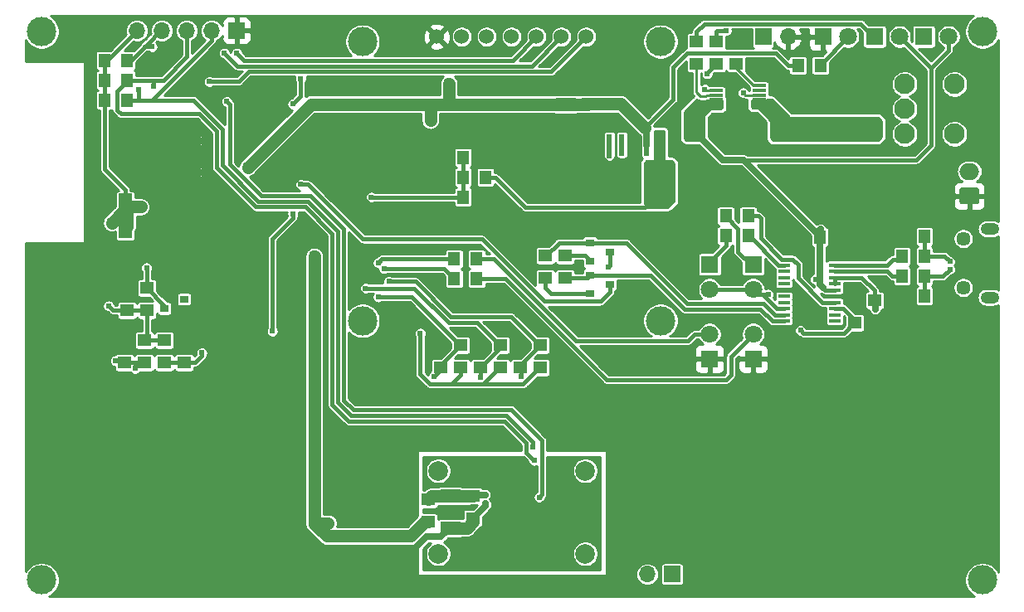
<source format=gbr>
G04 #@! TF.GenerationSoftware,KiCad,Pcbnew,(5.1.4)-1*
G04 #@! TF.CreationDate,2021-03-24T15:31:25+01:00*
G04 #@! TF.ProjectId,HRM,48524d2e-6b69-4636-9164-5f7063625858,rev?*
G04 #@! TF.SameCoordinates,Original*
G04 #@! TF.FileFunction,Copper,L2,Bot*
G04 #@! TF.FilePolarity,Positive*
%FSLAX46Y46*%
G04 Gerber Fmt 4.6, Leading zero omitted, Abs format (unit mm)*
G04 Created by KiCad (PCBNEW (5.1.4)-1) date 2021-03-24 15:31:25*
%MOMM*%
%LPD*%
G04 APERTURE LIST*
%ADD10R,1.397000X1.270000*%
%ADD11C,3.000000*%
%ADD12C,1.524000*%
%ADD13R,1.270000X1.397000*%
%ADD14C,1.450000*%
%ADD15O,1.900000X1.200000*%
%ADD16C,0.100000*%
%ADD17C,1.700000*%
%ADD18O,2.000000X1.700000*%
%ADD19C,1.800000*%
%ADD20R,1.800000X1.800000*%
%ADD21R,0.900000X0.800000*%
%ADD22C,2.100000*%
%ADD23R,1.700000X1.700000*%
%ADD24O,1.700000X1.700000*%
%ADD25R,1.400000X0.300000*%
%ADD26R,0.600000X2.200000*%
%ADD27R,3.450000X2.150000*%
%ADD28O,1.270000X1.270000*%
%ADD29R,6.000000X6.000000*%
%ADD30R,1.200000X0.400000*%
%ADD31R,1.397000X2.032000*%
%ADD32R,2.032000X1.397000*%
%ADD33C,2.000000*%
%ADD34C,0.609600*%
%ADD35C,1.270000*%
%ADD36C,0.381000*%
%ADD37C,0.635000*%
%ADD38C,0.254000*%
%ADD39C,1.270000*%
%ADD40C,1.905000*%
G04 APERTURE END LIST*
D10*
X160497500Y-142875000D03*
X160497500Y-145161000D03*
D11*
X179650000Y-125000000D03*
X149250000Y-125000000D03*
X149250000Y-96500000D03*
X179650000Y-96500000D03*
D12*
X159370000Y-96000000D03*
X161910000Y-96000000D03*
X164450000Y-96000000D03*
X166990000Y-96000000D03*
X169530000Y-96000000D03*
X172070000Y-96000000D03*
X156830000Y-96000000D03*
D13*
X178893000Y-109745000D03*
X176607000Y-109745000D03*
D10*
X172250000Y-105143000D03*
X172250000Y-102857000D03*
D13*
X204304000Y-116384500D03*
X206590000Y-116384500D03*
X206590000Y-122480500D03*
X204304000Y-122480500D03*
X195922000Y-116448000D03*
X193636000Y-116448000D03*
D10*
X124968000Y-129286000D03*
X124968000Y-127000000D03*
X199478000Y-122925000D03*
X199478000Y-125211000D03*
X201510000Y-125211000D03*
X201510000Y-122925000D03*
X157226000Y-127508000D03*
X157226000Y-129794000D03*
X165354000Y-129794000D03*
X165354000Y-127508000D03*
X131064000Y-129286000D03*
X131064000Y-127000000D03*
D14*
X210537500Y-121615000D03*
X210537500Y-116615000D03*
D15*
X213237500Y-122615000D03*
X213237500Y-115615000D03*
D16*
G36*
X211936504Y-111408204D02*
G01*
X211960773Y-111411804D01*
X211984571Y-111417765D01*
X212007671Y-111426030D01*
X212029849Y-111436520D01*
X212050893Y-111449133D01*
X212070598Y-111463747D01*
X212088777Y-111480223D01*
X212105253Y-111498402D01*
X212119867Y-111518107D01*
X212132480Y-111539151D01*
X212142970Y-111561329D01*
X212151235Y-111584429D01*
X212157196Y-111608227D01*
X212160796Y-111632496D01*
X212162000Y-111657000D01*
X212162000Y-112857000D01*
X212160796Y-112881504D01*
X212157196Y-112905773D01*
X212151235Y-112929571D01*
X212142970Y-112952671D01*
X212132480Y-112974849D01*
X212119867Y-112995893D01*
X212105253Y-113015598D01*
X212088777Y-113033777D01*
X212070598Y-113050253D01*
X212050893Y-113064867D01*
X212029849Y-113077480D01*
X212007671Y-113087970D01*
X211984571Y-113096235D01*
X211960773Y-113102196D01*
X211936504Y-113105796D01*
X211912000Y-113107000D01*
X210412000Y-113107000D01*
X210387496Y-113105796D01*
X210363227Y-113102196D01*
X210339429Y-113096235D01*
X210316329Y-113087970D01*
X210294151Y-113077480D01*
X210273107Y-113064867D01*
X210253402Y-113050253D01*
X210235223Y-113033777D01*
X210218747Y-113015598D01*
X210204133Y-112995893D01*
X210191520Y-112974849D01*
X210181030Y-112952671D01*
X210172765Y-112929571D01*
X210166804Y-112905773D01*
X210163204Y-112881504D01*
X210162000Y-112857000D01*
X210162000Y-111657000D01*
X210163204Y-111632496D01*
X210166804Y-111608227D01*
X210172765Y-111584429D01*
X210181030Y-111561329D01*
X210191520Y-111539151D01*
X210204133Y-111518107D01*
X210218747Y-111498402D01*
X210235223Y-111480223D01*
X210253402Y-111463747D01*
X210273107Y-111449133D01*
X210294151Y-111436520D01*
X210316329Y-111426030D01*
X210339429Y-111417765D01*
X210363227Y-111411804D01*
X210387496Y-111408204D01*
X210412000Y-111407000D01*
X211912000Y-111407000D01*
X211936504Y-111408204D01*
X211936504Y-111408204D01*
G37*
D17*
X211162000Y-112257000D03*
D18*
X211162000Y-109757000D03*
D11*
X212493000Y-151478000D03*
X116493000Y-95478000D03*
X116493000Y-151478000D03*
X212493000Y-95478000D03*
D19*
X209040000Y-96000000D03*
D20*
X206500000Y-96000000D03*
X201500000Y-96000000D03*
D19*
X204040000Y-96000000D03*
D20*
X189103000Y-119253000D03*
D19*
X189103000Y-121793000D03*
X184658000Y-121790000D03*
D20*
X184658000Y-119250000D03*
D19*
X198790000Y-96000000D03*
D20*
X196250000Y-96000000D03*
D19*
X189103000Y-126365000D03*
D20*
X189103000Y-128905000D03*
X184658000Y-128905000D03*
D19*
X184658000Y-126365000D03*
D21*
X172482000Y-118933000D03*
X172482000Y-117033000D03*
X174482000Y-117983000D03*
X172482000Y-122235000D03*
X172482000Y-120335000D03*
X174482000Y-121285000D03*
D13*
X206590000Y-118416500D03*
X204304000Y-118416500D03*
X204304000Y-120448500D03*
X206590000Y-120448500D03*
D10*
X183315000Y-96488500D03*
X183315000Y-98774500D03*
X185347000Y-98774500D03*
X185347000Y-96488500D03*
X187377000Y-96488500D03*
X187377000Y-98774500D03*
D13*
X159512000Y-110363000D03*
X161798000Y-110363000D03*
D10*
X127254000Y-123952000D03*
X127254000Y-121666000D03*
D13*
X159512000Y-108331000D03*
X161798000Y-108331000D03*
D10*
X127000000Y-129286000D03*
X127000000Y-127000000D03*
D13*
X195961000Y-98933000D03*
X193675000Y-98933000D03*
X160890000Y-120709000D03*
X158604000Y-120709000D03*
X160890000Y-118677000D03*
X158604000Y-118677000D03*
D10*
X169926000Y-118364000D03*
X169926000Y-120650000D03*
D13*
X188595000Y-114300000D03*
X186309000Y-114300000D03*
X186309000Y-116332000D03*
X188595000Y-116332000D03*
X122936000Y-102489000D03*
X125222000Y-102489000D03*
X125222000Y-100457000D03*
X122936000Y-100457000D03*
X125222000Y-98425000D03*
X122936000Y-98425000D03*
D10*
X167894000Y-118364000D03*
X167894000Y-120650000D03*
X129032000Y-127000000D03*
X129032000Y-129286000D03*
X159258000Y-127508000D03*
X159258000Y-129794000D03*
X167386000Y-127508000D03*
X167386000Y-129794000D03*
D22*
X209638000Y-100827000D03*
X209638000Y-105907000D03*
X204558000Y-100827000D03*
X204558000Y-103367000D03*
X204558000Y-105907000D03*
D23*
X190119000Y-96012000D03*
D24*
X192659000Y-96012000D03*
D25*
X185306000Y-102949500D03*
X185306000Y-102449500D03*
X185306000Y-101949500D03*
X185306000Y-101449500D03*
X185306000Y-100949500D03*
X189706000Y-100949500D03*
X189706000Y-101449500D03*
X189706000Y-101949500D03*
X189706000Y-102449500D03*
X189706000Y-102949500D03*
D26*
X175704000Y-107040500D03*
X178244000Y-107040500D03*
D27*
X176974000Y-100740500D03*
D26*
X176974000Y-107040500D03*
X174434000Y-107040500D03*
X179514000Y-107040500D03*
D28*
X129750000Y-107885000D03*
X127845000Y-109790000D03*
X127845000Y-106615000D03*
X131655000Y-106615000D03*
X131655000Y-109790000D03*
D29*
X129750000Y-108185000D03*
D21*
X129048000Y-123759000D03*
X129048000Y-121859000D03*
X131048000Y-122809000D03*
D30*
X192242500Y-125020500D03*
X192242500Y-124385500D03*
X192242500Y-123750500D03*
X192242500Y-123115500D03*
X192242500Y-122480500D03*
X192242500Y-121845500D03*
X192242500Y-121210500D03*
X192242500Y-120575500D03*
X192242500Y-119940500D03*
X192242500Y-119305500D03*
X197442500Y-119305500D03*
X197442500Y-119940500D03*
X197442500Y-120575500D03*
X197442500Y-121210500D03*
X197442500Y-121845500D03*
X197442500Y-122480500D03*
X197442500Y-123115500D03*
X197442500Y-123750500D03*
X197442500Y-124385500D03*
X197442500Y-125020500D03*
D31*
X125044200Y-113030000D03*
X121793000Y-113030000D03*
X125044200Y-115570000D03*
X121793000Y-115570000D03*
X183111800Y-105378500D03*
X186363000Y-105378500D03*
X178875600Y-112031000D03*
X175624400Y-112031000D03*
D32*
X170000000Y-106146600D03*
X170000000Y-102895400D03*
D31*
X188547400Y-105378500D03*
X191798600Y-105378500D03*
D32*
X158211500Y-146160100D03*
X158211500Y-142908900D03*
D10*
X125222000Y-123952000D03*
X125222000Y-121666000D03*
X155925500Y-143264500D03*
X155925500Y-145550500D03*
D23*
X136398000Y-95377000D03*
D24*
X133858000Y-95377000D03*
X131318000Y-95377000D03*
X128778000Y-95377000D03*
X126238000Y-95377000D03*
D13*
X159512000Y-112395000D03*
X161798000Y-112395000D03*
D23*
X180843000Y-150878000D03*
D24*
X178303000Y-150878000D03*
D10*
X161290000Y-129794000D03*
X161290000Y-127508000D03*
X163322000Y-129794000D03*
X163322000Y-127508000D03*
D33*
X171987000Y-140315000D03*
X156987000Y-140315000D03*
X171987000Y-148792000D03*
X156987000Y-148792000D03*
D34*
X180213000Y-113030000D03*
X180213000Y-112268000D03*
X180213000Y-111506000D03*
X180213000Y-110744000D03*
X180848000Y-112649000D03*
X180848000Y-111887000D03*
X180848000Y-111125000D03*
X174434000Y-108141000D03*
X195453000Y-120777000D03*
X196000000Y-115635000D03*
X184407021Y-99782697D03*
X184175788Y-101363609D03*
X126043000Y-129878002D03*
X174343000Y-119478000D03*
X124043000Y-129077996D03*
X132842000Y-128270000D03*
X142943000Y-100278000D03*
X142143000Y-102878000D03*
X142143000Y-114073300D03*
X140043000Y-126078000D03*
X142943000Y-111078000D03*
D35*
X158074861Y-100828500D03*
X123666387Y-115009908D03*
X137541000Y-109347000D03*
X156184600Y-104546400D03*
D34*
X123343000Y-123478000D03*
D35*
X126619000Y-113378000D03*
X144330609Y-118415901D03*
D34*
X155143000Y-126278000D03*
D35*
X145743000Y-145678000D03*
D34*
X209169000Y-118951397D03*
X201549000Y-123825000D03*
X190627008Y-122301000D03*
X188087000Y-101727000D03*
X193929000Y-125984000D03*
X209169000Y-119761000D03*
X199390000Y-104648000D03*
X199390000Y-105410000D03*
X199398999Y-106172000D03*
X200279000Y-105410000D03*
X200279000Y-106172000D03*
X201168000Y-105410000D03*
X201168000Y-106172000D03*
X161796628Y-143640014D03*
X154178000Y-148844000D03*
X210312000Y-94869000D03*
X200025000Y-96901000D03*
X183134000Y-94107000D03*
X178816000Y-94107000D03*
X174244000Y-94107000D03*
X169545000Y-94107000D03*
X164973000Y-94107000D03*
X161036000Y-94107000D03*
X153924000Y-94107000D03*
X147193000Y-94107000D03*
X142748000Y-94107000D03*
X138557000Y-94107000D03*
X130048000Y-94107000D03*
X124587000Y-94107000D03*
X118364000Y-94107000D03*
X115189000Y-97409000D03*
X117221000Y-98298000D03*
X120142000Y-98298000D03*
X121158000Y-101473000D03*
X121158000Y-104394000D03*
X121158000Y-107188000D03*
X121158000Y-110236000D03*
X120269000Y-117348000D03*
X117983000Y-117348000D03*
X115189000Y-117348000D03*
X188722000Y-96837500D03*
X115189000Y-120269000D03*
X115189000Y-123190000D03*
X115189000Y-125984000D03*
X115189000Y-129413000D03*
X115189000Y-132334000D03*
X115189000Y-135636000D03*
X115189000Y-138684000D03*
X115189000Y-141224000D03*
X115189000Y-144526000D03*
X115189000Y-146939000D03*
X115189000Y-149733000D03*
X118110000Y-152908000D03*
X136906000Y-152908000D03*
X140589000Y-152908000D03*
X144526000Y-152908000D03*
X160543000Y-152922000D03*
X162743000Y-152922000D03*
X165143000Y-152922000D03*
X167643000Y-152922000D03*
X170243000Y-152922000D03*
X158043000Y-152922000D03*
X154813000Y-152908000D03*
X173143000Y-152922000D03*
X176276000Y-152908000D03*
X179578000Y-152908000D03*
X183134000Y-152908000D03*
X189103000Y-152908000D03*
X133350000Y-152908000D03*
X129286000Y-152908000D03*
X125222000Y-152908000D03*
X121285000Y-152908000D03*
X192278000Y-152908000D03*
X195707000Y-152908000D03*
X198755000Y-152908000D03*
X201295000Y-152908000D03*
X203581000Y-152908000D03*
X205994000Y-152908000D03*
X208534000Y-152908000D03*
X210947000Y-152908000D03*
X213868000Y-149860000D03*
X213868000Y-147955000D03*
X213868000Y-145796000D03*
X213868000Y-143764000D03*
X213868000Y-141351000D03*
X213868000Y-139192000D03*
X213868000Y-136525000D03*
X213868000Y-133858000D03*
X213868000Y-130683000D03*
X213868000Y-128143000D03*
X213868000Y-123952000D03*
X213868000Y-125984000D03*
X213868000Y-114427000D03*
X213868000Y-111760000D03*
X213868000Y-109220000D03*
X213868000Y-106807000D03*
X213868000Y-104267000D03*
X213868000Y-99822000D03*
X213868000Y-97155000D03*
X194691000Y-97282000D03*
X150495000Y-100584000D03*
X156337000Y-100584000D03*
X147320000Y-100330000D03*
X147320000Y-104267000D03*
X147320000Y-109982000D03*
X151892000Y-109982000D03*
X151892000Y-104267000D03*
X160655000Y-104648000D03*
X165735000Y-104521000D03*
X170688000Y-104521000D03*
X151892000Y-114554000D03*
X155448000Y-114554000D03*
X161036000Y-114554000D03*
X167132000Y-114554000D03*
X172847000Y-114554000D03*
X178308000Y-114554000D03*
X151003000Y-129413000D03*
X142367000Y-129667000D03*
X142748000Y-122301000D03*
X136017000Y-122174000D03*
X119126000Y-122047000D03*
X123063000Y-124968000D03*
X133350000Y-125984000D03*
X136906000Y-145669000D03*
X136906000Y-140843000D03*
X137033000Y-135128000D03*
X137043000Y-132978000D03*
X119253000Y-135128000D03*
X119253000Y-138938000D03*
X119253000Y-142748000D03*
X119253000Y-146558000D03*
X119253000Y-151003000D03*
X192278000Y-149225000D03*
X192278000Y-140335000D03*
X192278000Y-138303000D03*
X192278000Y-135763000D03*
X192278000Y-133223000D03*
X192278000Y-130683000D03*
X194818000Y-130683000D03*
X197358000Y-130683000D03*
X199898000Y-130683000D03*
X203073000Y-130683000D03*
X206248000Y-130683000D03*
X209423000Y-130683000D03*
X209423000Y-133223000D03*
X209423000Y-135763000D03*
X209423000Y-138303000D03*
X209423000Y-140843000D03*
X209423000Y-143383000D03*
X209423000Y-145923000D03*
X209423000Y-148463000D03*
X209423000Y-151003000D03*
X164338000Y-128651000D03*
X162179000Y-125349000D03*
X164719000Y-126111000D03*
X160274000Y-128651000D03*
X155321000Y-138049000D03*
X157843000Y-138049000D03*
X154559000Y-141478000D03*
X154559000Y-139192000D03*
X152400000Y-145669000D03*
X136906000Y-143129000D03*
X146304000Y-138430000D03*
X148971000Y-138430000D03*
X152273000Y-138430000D03*
X172543000Y-138049000D03*
X168743000Y-137178000D03*
X137033000Y-137287000D03*
X176911000Y-138430000D03*
X183134000Y-149225000D03*
X187960000Y-149225000D03*
X192243000Y-142178000D03*
X187743000Y-142240000D03*
X183007000Y-142240000D03*
X183007000Y-138303000D03*
X187960000Y-138430000D03*
X187960000Y-133223000D03*
X183007000Y-133223000D03*
X176784000Y-132969000D03*
X167513000Y-132842000D03*
X163576000Y-132715000D03*
X159893000Y-132715000D03*
X156591000Y-132842000D03*
X152527000Y-132461000D03*
X149733000Y-132461000D03*
X142748000Y-132588000D03*
X142113000Y-125730000D03*
X137443000Y-128678000D03*
X159766000Y-117475000D03*
X159766000Y-119761000D03*
X128016000Y-125857000D03*
X181610000Y-120269000D03*
X181610000Y-116586000D03*
X181737000Y-113411000D03*
X192659000Y-117348000D03*
X186563000Y-120142000D03*
X198628000Y-121285000D03*
X191135000Y-121539000D03*
X186309000Y-127635000D03*
X176403000Y-125603000D03*
X171196000Y-125730000D03*
X176403000Y-121539000D03*
X182499000Y-125730000D03*
X187452000Y-111379000D03*
X183769000Y-111252000D03*
X187579000Y-107569000D03*
X184912000Y-105664000D03*
X186436000Y-100330000D03*
X186817000Y-101600000D03*
X174498000Y-140081000D03*
X159743000Y-136878000D03*
X177038000Y-147066000D03*
X179197000Y-149098000D03*
X176911000Y-142240000D03*
X185420000Y-140208000D03*
X179705000Y-140208000D03*
X185547000Y-135763000D03*
X136906000Y-148463000D03*
X138430000Y-150241000D03*
X141351000Y-150241000D03*
X144653000Y-150241000D03*
X147701000Y-150241000D03*
X151003000Y-150241000D03*
X154178000Y-150241000D03*
X147701000Y-152908000D03*
X151003000Y-152908000D03*
X192278000Y-145288000D03*
X207772000Y-127889000D03*
X196088000Y-128270000D03*
X207772000Y-124079000D03*
X204216000Y-125857000D03*
X183134000Y-144878000D03*
X188943000Y-144978000D03*
X186055000Y-152908000D03*
X192278000Y-147193000D03*
X192278000Y-151257000D03*
X190243000Y-142178000D03*
X185543000Y-144878000D03*
X185420000Y-142240000D03*
X179832000Y-142240000D03*
X136943000Y-139078000D03*
X147743000Y-140178000D03*
X145543000Y-143878000D03*
X150643000Y-140278000D03*
X176143000Y-149878000D03*
X178543000Y-144778000D03*
X174743000Y-144878000D03*
X150843000Y-122578000D03*
X156543000Y-130657818D03*
X149543000Y-121678101D03*
X161243000Y-130778000D03*
X151943003Y-120978003D03*
X165443000Y-130678000D03*
X165354000Y-139192000D03*
X163195000Y-139192000D03*
X161163000Y-139192000D03*
X158877000Y-139192000D03*
X173228000Y-139192000D03*
X164465000Y-145415000D03*
X164465000Y-144526000D03*
X164465000Y-143637000D03*
X164465000Y-142748000D03*
X164465000Y-141859000D03*
X168402000Y-139192000D03*
X170307000Y-139192000D03*
X171577000Y-144653000D03*
X170815000Y-146939000D03*
X170343000Y-150178000D03*
X162743000Y-150178000D03*
X158343000Y-150178000D03*
X160655000Y-150178000D03*
X165227000Y-150178000D03*
X167767000Y-150178000D03*
X157226000Y-144399000D03*
X158877000Y-144399000D03*
X155702000Y-141478000D03*
X170307000Y-141478000D03*
X173228000Y-147574000D03*
X155829000Y-150114000D03*
X155702000Y-139192000D03*
X173228000Y-150241000D03*
X150143000Y-112378000D03*
X127210000Y-119589994D03*
X151443000Y-119678000D03*
X150843000Y-119078000D03*
X126365000Y-101412690D03*
X166624000Y-137922000D03*
X127889000Y-101092000D03*
X166747810Y-139266825D03*
X127762000Y-97028000D03*
X135396803Y-102609679D03*
X167271626Y-143019795D03*
X136415176Y-97678000D03*
X135145188Y-97677999D03*
X133604000Y-100584000D03*
X161752035Y-142758624D03*
X186351636Y-95373310D03*
D36*
X174434000Y-107040500D02*
X174434000Y-108141000D01*
X178875600Y-112589400D02*
X178875600Y-112031000D01*
X178027499Y-113437501D02*
X178875600Y-112589400D01*
X165888501Y-113437501D02*
X178027499Y-113437501D01*
X161798000Y-110363000D02*
X162814000Y-110363000D01*
X162814000Y-110363000D02*
X165888501Y-113437501D01*
X196461500Y-121845500D02*
X197442500Y-121845500D01*
X195922000Y-120814948D02*
X195922000Y-121306000D01*
X195884052Y-120777000D02*
X195922000Y-120814948D01*
X195453000Y-120777000D02*
X195884052Y-120777000D01*
D37*
X195922000Y-121306000D02*
X195922000Y-116448000D01*
X195922000Y-121306000D02*
X196248500Y-121632500D01*
D36*
X196248500Y-121632500D02*
X196461500Y-121845500D01*
D37*
X183111800Y-105696000D02*
X183111800Y-105378500D01*
X185993800Y-108578000D02*
X183111800Y-105696000D01*
X188115500Y-108578000D02*
X185993800Y-108578000D01*
X195922000Y-116448000D02*
X195922000Y-116384500D01*
X195922000Y-116384500D02*
X188115500Y-108578000D01*
X195922000Y-115713000D02*
X196000000Y-115635000D01*
X195922000Y-116448000D02*
X195922000Y-115713000D01*
D36*
X207243000Y-99203000D02*
X207243000Y-99778000D01*
X204040000Y-96000000D02*
X207243000Y-99203000D01*
X207243000Y-99178000D02*
X207243000Y-99778000D01*
X209040000Y-96000000D02*
X209040000Y-97381000D01*
X209040000Y-97381000D02*
X207243000Y-99178000D01*
X205743000Y-108578000D02*
X188115500Y-108578000D01*
X207243000Y-99778000D02*
X207243000Y-107078000D01*
X207243000Y-107078000D02*
X205743000Y-108578000D01*
X185347000Y-98774500D02*
X185324500Y-98774500D01*
X185324500Y-98774500D02*
X184407021Y-99691979D01*
X184407021Y-99691979D02*
X184407021Y-99782697D01*
D38*
X184261679Y-101449500D02*
X184175788Y-101363609D01*
X185306000Y-101449500D02*
X184261679Y-101449500D01*
D36*
X127000000Y-129286000D02*
X126035000Y-129286000D01*
X126035000Y-129286000D02*
X124968000Y-129286000D01*
X126043000Y-129294000D02*
X126043000Y-129446950D01*
X126043000Y-129446950D02*
X126043000Y-129878002D01*
X126035000Y-129286000D02*
X126043000Y-129294000D01*
X174482000Y-119339000D02*
X174343000Y-119478000D01*
X174482000Y-117983000D02*
X174482000Y-119339000D01*
X124474052Y-129077996D02*
X124043000Y-129077996D01*
X124968000Y-129286000D02*
X124759996Y-129077996D01*
X124759996Y-129077996D02*
X124474052Y-129077996D01*
X129032000Y-129286000D02*
X131064000Y-129286000D01*
X132143500Y-129286000D02*
X132842000Y-128587500D01*
X131064000Y-129286000D02*
X132143500Y-129286000D01*
X132842000Y-128587500D02*
X132842000Y-128270000D01*
X142943000Y-100278000D02*
X142943000Y-102078000D01*
X142943000Y-102078000D02*
X142143000Y-102878000D01*
X142143000Y-114504352D02*
X140043000Y-116604352D01*
X142143000Y-114073300D02*
X142143000Y-114504352D01*
X140043000Y-116604352D02*
X140043000Y-126078000D01*
X143674052Y-111078000D02*
X143374052Y-111078000D01*
X149274052Y-116678000D02*
X143674052Y-111078000D01*
X161443000Y-116678000D02*
X149274052Y-116678000D01*
X167790501Y-123025501D02*
X161443000Y-116678000D01*
X173522499Y-123025501D02*
X167790501Y-123025501D01*
X174482000Y-121285000D02*
X174482000Y-122066000D01*
X143374052Y-111078000D02*
X142943000Y-111078000D01*
X174482000Y-122066000D02*
X173522499Y-123025501D01*
D37*
X178244000Y-107040500D02*
X178244000Y-105473000D01*
D39*
X175628000Y-102857000D02*
X172250000Y-102857000D01*
X178054000Y-105283000D02*
X175628000Y-102857000D01*
D36*
X127254000Y-123952000D02*
X125222000Y-123952000D01*
D39*
X172211600Y-102895400D02*
X172250000Y-102857000D01*
X170000000Y-102895400D02*
X172211600Y-102895400D01*
X170000000Y-102895400D02*
X157708600Y-102895400D01*
X157708600Y-102895400D02*
X156184600Y-102895400D01*
X157734000Y-102870000D02*
X157708600Y-102895400D01*
X158074861Y-100828500D02*
X158074861Y-102870000D01*
X158074861Y-102870000D02*
X157734000Y-102870000D01*
D37*
X125044200Y-113030000D02*
X125044200Y-114096800D01*
X125044200Y-114096800D02*
X125044200Y-115570000D01*
D39*
X156184600Y-102895400D02*
X143992600Y-102895400D01*
X143992600Y-102895400D02*
X137541000Y-109347000D01*
X156184600Y-102895400D02*
X156184600Y-104546400D01*
D36*
X127254000Y-126746000D02*
X127000000Y-127000000D01*
X127254000Y-123952000D02*
X127254000Y-126746000D01*
X129032000Y-127000000D02*
X127000000Y-127000000D01*
X123817000Y-123952000D02*
X123343000Y-123478000D01*
X125222000Y-123952000D02*
X123817000Y-123952000D01*
D39*
X125243000Y-113228800D02*
X125044200Y-113030000D01*
X125044200Y-115570000D02*
X125243000Y-115371200D01*
X125243000Y-115371200D02*
X125243000Y-113228800D01*
X125143000Y-113378000D02*
X126619000Y-113378000D01*
X123666387Y-115009908D02*
X125143000Y-113533295D01*
X125143000Y-113533295D02*
X125143000Y-113378000D01*
D36*
X163258500Y-129794000D02*
X163322000Y-129794000D01*
X161574500Y-131478000D02*
X163258500Y-129794000D01*
X158839762Y-131478000D02*
X161574500Y-131478000D01*
X167322500Y-129794000D02*
X167386000Y-129794000D01*
X165638500Y-131478000D02*
X167322500Y-129794000D01*
X161574500Y-131478000D02*
X165638500Y-131478000D01*
X155143000Y-130478000D02*
X155143000Y-126278000D01*
X158839762Y-131478000D02*
X156143000Y-131478000D01*
X156143000Y-131478000D02*
X155143000Y-130478000D01*
X158343000Y-131478000D02*
X158839762Y-131478000D01*
X159258000Y-129794000D02*
X159258000Y-130563000D01*
X159258000Y-130563000D02*
X158343000Y-131478000D01*
X180943000Y-102394000D02*
X178054000Y-105283000D01*
X180943000Y-99110098D02*
X180943000Y-102394000D01*
X182375098Y-97678000D02*
X180943000Y-99110098D01*
X191404000Y-97678000D02*
X182375098Y-97678000D01*
X193675000Y-98933000D02*
X192659000Y-98933000D01*
X192659000Y-98933000D02*
X191404000Y-97678000D01*
X122936000Y-102489000D02*
X122936000Y-100457000D01*
X122936000Y-100457000D02*
X122936000Y-98425000D01*
X123190000Y-98425000D02*
X122936000Y-98425000D01*
X126238000Y-95377000D02*
X123190000Y-98425000D01*
X122936000Y-103568500D02*
X122936000Y-102489000D01*
X122936000Y-109524800D02*
X122936000Y-103568500D01*
X125044200Y-111633000D02*
X122936000Y-109524800D01*
X125044200Y-113030000D02*
X125044200Y-111633000D01*
D39*
X145743000Y-145678000D02*
X144943000Y-145678000D01*
X155640604Y-145550500D02*
X155925500Y-145550500D01*
X154213104Y-146978000D02*
X155640604Y-145550500D01*
X145581000Y-146978000D02*
X154213104Y-146978000D01*
X144330609Y-118415901D02*
X144330609Y-145727609D01*
X144330609Y-145727609D02*
X145581000Y-146978000D01*
D36*
X208634103Y-118416500D02*
X206590000Y-118416500D01*
X209169000Y-118951397D02*
X208634103Y-118416500D01*
X206590000Y-118416500D02*
X206590000Y-116384500D01*
X198423500Y-120575500D02*
X197442500Y-120575500D01*
X200176500Y-120575500D02*
X198423500Y-120575500D01*
X201510000Y-121909000D02*
X200176500Y-120575500D01*
X201510000Y-122925000D02*
X201510000Y-121909000D01*
X197442500Y-121210500D02*
X197442500Y-120575500D01*
D37*
X201549000Y-122964000D02*
X201510000Y-122925000D01*
X201549000Y-123825000D02*
X201549000Y-122964000D01*
D36*
X184407000Y-121793000D02*
X184404000Y-121790000D01*
X189711500Y-121793000D02*
X184407000Y-121793000D01*
X189103000Y-121793000D02*
X189611000Y-122301000D01*
X189611000Y-122301000D02*
X190119000Y-122301000D01*
X190119000Y-122368328D02*
X191501172Y-123750500D01*
X191501172Y-123750500D02*
X192242500Y-123750500D01*
X190119000Y-122301000D02*
X190119000Y-122368328D01*
X190119000Y-122301000D02*
X190627008Y-122301000D01*
X172167000Y-120650000D02*
X172482000Y-120335000D01*
X169926000Y-120650000D02*
X172167000Y-120650000D01*
X191261500Y-125020500D02*
X192242500Y-125020500D01*
X191060500Y-125020500D02*
X191261500Y-125020500D01*
X189844500Y-123804500D02*
X191060500Y-125020500D01*
X182097500Y-123804500D02*
X189844500Y-123804500D01*
X172482000Y-120335000D02*
X178628000Y-120335000D01*
X178628000Y-120335000D02*
X182097500Y-123804500D01*
X171651000Y-117033000D02*
X172482000Y-117033000D01*
X169288500Y-117033000D02*
X171651000Y-117033000D01*
X167957500Y-118364000D02*
X169288500Y-117033000D01*
X167894000Y-118364000D02*
X167957500Y-118364000D01*
X173313000Y-117033000D02*
X172482000Y-117033000D01*
X176147673Y-117033000D02*
X173313000Y-117033000D01*
X182338162Y-123223489D02*
X176147673Y-117033000D01*
X192242500Y-124385500D02*
X191314500Y-124385500D01*
X191314500Y-124385500D02*
X190152489Y-123223489D01*
X190152489Y-123223489D02*
X182338162Y-123223489D01*
X203975500Y-118745000D02*
X204304000Y-118416500D01*
X203327000Y-118745000D02*
X203975500Y-118745000D01*
X197442500Y-119305500D02*
X202766500Y-119305500D01*
X202766500Y-119305500D02*
X203327000Y-118745000D01*
X198423500Y-119940500D02*
X197442500Y-119940500D01*
X202780000Y-119940500D02*
X198423500Y-119940500D01*
X203288000Y-120448500D02*
X202780000Y-119940500D01*
X204304000Y-120448500D02*
X203288000Y-120448500D01*
D38*
X184278999Y-102037899D02*
X183698899Y-102037899D01*
X185306000Y-101949500D02*
X185283001Y-101972499D01*
X183315000Y-99663500D02*
X183315000Y-98774500D01*
X183315000Y-101654000D02*
X183315000Y-99663500D01*
X183698899Y-102037899D02*
X183315000Y-101654000D01*
X184344399Y-101972499D02*
X184278999Y-102037899D01*
X185283001Y-101972499D02*
X184344399Y-101972499D01*
X188309500Y-101949500D02*
X188087000Y-101727000D01*
X189706000Y-101949500D02*
X188309500Y-101949500D01*
X187377000Y-99170500D02*
X187377000Y-98774500D01*
X189156000Y-100949500D02*
X187377000Y-99170500D01*
X189706000Y-100949500D02*
X189156000Y-100949500D01*
D36*
X198310402Y-123750500D02*
X197442500Y-123750500D01*
X199478000Y-124918098D02*
X198310402Y-123750500D01*
X199478000Y-125211000D02*
X199478000Y-124918098D01*
X199414500Y-125211000D02*
X199478000Y-125211000D01*
X198336701Y-126288799D02*
X199414500Y-125211000D01*
X194233799Y-126288799D02*
X198336701Y-126288799D01*
X193929000Y-125984000D02*
X194233799Y-126288799D01*
X188739902Y-114300000D02*
X188595000Y-114300000D01*
X189611000Y-114300000D02*
X189865000Y-114554000D01*
X188595000Y-114300000D02*
X189611000Y-114300000D01*
X189865000Y-114554000D02*
X189865000Y-116586000D01*
X189865000Y-116586000D02*
X191993999Y-118714999D01*
X193154901Y-118714999D02*
X193675000Y-119235098D01*
X191993999Y-118714999D02*
X193154901Y-118714999D01*
X196461500Y-123115500D02*
X197442500Y-123115500D01*
X196140500Y-123115500D02*
X196461500Y-123115500D01*
X193675000Y-120650000D02*
X196140500Y-123115500D01*
X193675000Y-119235098D02*
X193675000Y-120650000D01*
X191670500Y-119305500D02*
X192242500Y-119305500D01*
X188595000Y-116332000D02*
X188697000Y-116332000D01*
X188697000Y-116332000D02*
X191670500Y-119305500D01*
X208481500Y-120448500D02*
X206590000Y-120448500D01*
X209169000Y-119761000D02*
X208481500Y-120448500D01*
X206590000Y-122480500D02*
X206590000Y-120448500D01*
D38*
X189706000Y-102949500D02*
X189706000Y-102449500D01*
D40*
X191798600Y-105378500D02*
X191798600Y-105438600D01*
D36*
X171913000Y-118364000D02*
X172482000Y-118933000D01*
X169926000Y-118364000D02*
X171913000Y-118364000D01*
D39*
X159887900Y-146160100D02*
X160497500Y-145550500D01*
X158211500Y-146160100D02*
X159887900Y-146160100D01*
D37*
X161796628Y-143861872D02*
X161796628Y-143640014D01*
X160497500Y-145161000D02*
X161796628Y-143861872D01*
X155755000Y-147066000D02*
X154529000Y-148292000D01*
X154143000Y-148292000D02*
X153943000Y-148492000D01*
X157226000Y-147066000D02*
X155755000Y-147066000D01*
X154529000Y-148292000D02*
X154143000Y-148292000D01*
X158211500Y-146160100D02*
X158131900Y-146160100D01*
X158131900Y-146160100D02*
X157226000Y-147066000D01*
D36*
X157226000Y-129540000D02*
X159258000Y-127508000D01*
X157226000Y-129794000D02*
X157226000Y-129540000D01*
X159194500Y-127508000D02*
X159258000Y-127508000D01*
X154245509Y-122559009D02*
X159194500Y-127508000D01*
X150843000Y-122578000D02*
X154226518Y-122578000D01*
X154226518Y-122578000D02*
X154245509Y-122559009D01*
X157226000Y-129974816D02*
X156847799Y-130353019D01*
X156847799Y-130353019D02*
X156543000Y-130657818D01*
X157226000Y-129794000D02*
X157226000Y-129974816D01*
X163322000Y-127762000D02*
X161290000Y-129794000D01*
X163322000Y-127508000D02*
X163322000Y-127762000D01*
X163258500Y-127508000D02*
X163322000Y-127508000D01*
X160928500Y-125178000D02*
X163258500Y-127508000D01*
X158043000Y-125178000D02*
X160928500Y-125178000D01*
X149543000Y-121678101D02*
X154543101Y-121678101D01*
X154543101Y-121678101D02*
X158043000Y-125178000D01*
X161243000Y-130346948D02*
X161243000Y-130778000D01*
X161243000Y-129841000D02*
X161243000Y-130346948D01*
X161290000Y-129794000D02*
X161243000Y-129841000D01*
X165354000Y-129540000D02*
X167386000Y-127508000D01*
X165354000Y-129794000D02*
X165354000Y-129540000D01*
X167386000Y-127508000D02*
X167322500Y-127508000D01*
X164392500Y-124578000D02*
X158264672Y-124578000D01*
X154664675Y-120978003D02*
X152374055Y-120978003D01*
X158264672Y-124578000D02*
X154664675Y-120978003D01*
X152374055Y-120978003D02*
X151943003Y-120978003D01*
X167322500Y-127508000D02*
X164392500Y-124578000D01*
X165354000Y-129794000D02*
X165443000Y-129883000D01*
X165443000Y-130246948D02*
X165443000Y-130678000D01*
X165443000Y-129883000D02*
X165443000Y-130246948D01*
X187569499Y-117973499D02*
X188849000Y-119253000D01*
X187569499Y-115623999D02*
X187569499Y-117973499D01*
X186309000Y-114363500D02*
X187569499Y-115623999D01*
X186309000Y-114300000D02*
X186309000Y-114363500D01*
X186309000Y-117345000D02*
X184404000Y-119250000D01*
X186309000Y-116332000D02*
X186309000Y-117345000D01*
X195961000Y-98829000D02*
X195961000Y-98933000D01*
X198790000Y-96000000D02*
X195961000Y-98829000D01*
X167894000Y-121666000D02*
X167894000Y-120650000D01*
X168463000Y-122235000D02*
X167894000Y-121666000D01*
X172482000Y-122235000D02*
X168463000Y-122235000D01*
X159512000Y-108394500D02*
X159512000Y-112395000D01*
X159512000Y-108331000D02*
X159512000Y-108394500D01*
X159512000Y-112395000D02*
X150160000Y-112395000D01*
X150160000Y-112395000D02*
X150143000Y-112378000D01*
X129048000Y-123460000D02*
X127254000Y-121666000D01*
X129048000Y-123759000D02*
X129048000Y-123460000D01*
X127254000Y-121666000D02*
X127254000Y-119633994D01*
X127254000Y-119633994D02*
X127210000Y-119589994D01*
X157573000Y-119678000D02*
X158604000Y-120709000D01*
X151443000Y-119678000D02*
X157573000Y-119678000D01*
X158604000Y-118677000D02*
X151244000Y-118677000D01*
X151244000Y-118677000D02*
X150843000Y-119078000D01*
X127762000Y-102489000D02*
X126619000Y-102489000D01*
X133858000Y-95250000D02*
X133858000Y-96393000D01*
X133858000Y-96393000D02*
X127762000Y-102489000D01*
X126365000Y-102489000D02*
X125222000Y-102489000D01*
X126619000Y-102489000D02*
X126365000Y-102489000D01*
X126365000Y-102489000D02*
X126365000Y-101412690D01*
X138601404Y-112796989D02*
X143683662Y-112796989D01*
X127762000Y-102489000D02*
X132012672Y-102489000D01*
X132012672Y-102489000D02*
X134947011Y-105423338D01*
X134947011Y-105423338D02*
X134947011Y-109142596D01*
X163943662Y-134673989D02*
X166624000Y-137354327D01*
X146750012Y-133355340D02*
X148068661Y-134673989D01*
X146750012Y-115863339D02*
X146750012Y-133355340D01*
X143683662Y-112796989D02*
X146750012Y-115863339D01*
X134947011Y-109142596D02*
X138601404Y-112796989D01*
X166624000Y-137490948D02*
X166624000Y-137922000D01*
X148068661Y-134673989D02*
X163943662Y-134673989D01*
X126238000Y-100457000D02*
X125222000Y-100457000D01*
X131318000Y-95250000D02*
X131318000Y-98044000D01*
X131318000Y-98044000D02*
X128905000Y-100457000D01*
X127889000Y-100457000D02*
X127889000Y-101092000D01*
X127889000Y-100457000D02*
X126238000Y-100457000D01*
X128905000Y-100457000D02*
X127889000Y-100457000D01*
X166443011Y-138962026D02*
X166747810Y-139266825D01*
X165928699Y-138447714D02*
X166443011Y-138962026D01*
X163703000Y-135255000D02*
X165928699Y-137480699D01*
X124196499Y-101546001D02*
X124196499Y-103499901D01*
X147828000Y-135255000D02*
X163703000Y-135255000D01*
X125222000Y-100520500D02*
X124196499Y-101546001D01*
X124196499Y-103499901D02*
X124582598Y-103886000D01*
X143443000Y-113378000D02*
X146169001Y-116104001D01*
X124582598Y-103886000D02*
X132588000Y-103886000D01*
X146169001Y-133596001D02*
X147828000Y-135255000D01*
X125222000Y-100457000D02*
X125222000Y-100520500D01*
X132588000Y-103886000D02*
X134366000Y-105664000D01*
X134366000Y-105664000D02*
X134366000Y-109383258D01*
X134366000Y-109383258D02*
X138360742Y-113378000D01*
X138360742Y-113378000D02*
X143443000Y-113378000D01*
X146169001Y-116104001D02*
X146169001Y-133596001D01*
X165928699Y-137480699D02*
X165928699Y-138447714D01*
X125603000Y-98425000D02*
X125222000Y-98425000D01*
X127127000Y-96901000D02*
X125603000Y-98425000D01*
X128778000Y-95250000D02*
X127127000Y-96901000D01*
X127000000Y-97028000D02*
X127762000Y-97028000D01*
X127127000Y-96901000D02*
X127000000Y-97028000D01*
X135701602Y-109022644D02*
X138894936Y-112215978D01*
X143924324Y-112215978D02*
X147331023Y-115622677D01*
X138894936Y-112215978D02*
X143924324Y-112215978D01*
X167576425Y-142714996D02*
X167271626Y-143019795D01*
X164445978Y-134092978D02*
X167576425Y-137223425D01*
X135701602Y-102914478D02*
X135701602Y-109022644D01*
X147331023Y-115622677D02*
X147331023Y-133114679D01*
X135396803Y-102609679D02*
X135701602Y-102914478D01*
X147331023Y-133114679D02*
X148309322Y-134092978D01*
X148309322Y-134092978D02*
X164445978Y-134092978D01*
X167576425Y-142714996D02*
X167576425Y-137223425D01*
X136719975Y-97982799D02*
X136415176Y-97678000D01*
X166990000Y-96000000D02*
X164584022Y-98405978D01*
X137143154Y-98405978D02*
X136719975Y-97982799D01*
X164584022Y-98405978D02*
X137143154Y-98405978D01*
X136454178Y-98986989D02*
X135449987Y-97982798D01*
X169530000Y-96000000D02*
X166543011Y-98986989D01*
X166543011Y-98986989D02*
X136454178Y-98986989D01*
X135449987Y-97982798D02*
X135145188Y-97677999D01*
X171308001Y-96761999D02*
X172070000Y-96000000D01*
X137658212Y-99568000D02*
X168502000Y-99568000D01*
X136642212Y-100584000D02*
X137658212Y-99568000D01*
X168502000Y-99568000D02*
X171308001Y-96761999D01*
X133604000Y-100584000D02*
X136642212Y-100584000D01*
D39*
X156281100Y-142908900D02*
X155925500Y-143264500D01*
X158211500Y-142908900D02*
X156281100Y-142908900D01*
X158211500Y-142908900D02*
X160141900Y-142908900D01*
X158245400Y-142875000D02*
X158211500Y-142908900D01*
X160497500Y-142875000D02*
X158245400Y-142875000D01*
D37*
X161320983Y-142758624D02*
X161752035Y-142758624D01*
X160771376Y-142758624D02*
X161320983Y-142758624D01*
X160655000Y-142875000D02*
X160771376Y-142758624D01*
D36*
X186817000Y-128651000D02*
X189103000Y-126365000D01*
X186817000Y-130556000D02*
X186817000Y-128651000D01*
X186309000Y-131064000D02*
X186817000Y-130556000D01*
X174185655Y-131064000D02*
X186309000Y-131064000D01*
X160890000Y-120709000D02*
X163830655Y-120709000D01*
X163830655Y-120709000D02*
X174185655Y-131064000D01*
X183134000Y-126365000D02*
X184658000Y-126365000D01*
X182421000Y-127078000D02*
X183134000Y-126365000D01*
X171021327Y-127078000D02*
X182421000Y-127078000D01*
X160890000Y-118677000D02*
X162620327Y-118677000D01*
X162620327Y-118677000D02*
X171021327Y-127078000D01*
X185446190Y-95373310D02*
X185920584Y-95373310D01*
X185920584Y-95373310D02*
X186351636Y-95373310D01*
X185347000Y-95472500D02*
X185446190Y-95373310D01*
X185347000Y-96488500D02*
X185347000Y-95472500D01*
X201410000Y-96000000D02*
X201500000Y-96000000D01*
X200088000Y-94678000D02*
X201410000Y-96000000D01*
X184109500Y-94678000D02*
X200088000Y-94678000D01*
X183315000Y-95472500D02*
X184109500Y-94678000D01*
X183315000Y-96488500D02*
X183315000Y-95472500D01*
D38*
G36*
X179959000Y-108585000D02*
G01*
X179961440Y-108609776D01*
X179968667Y-108633601D01*
X179980403Y-108655557D01*
X179996197Y-108674803D01*
X180015443Y-108690597D01*
X180037399Y-108702333D01*
X180061224Y-108709560D01*
X180086000Y-108712000D01*
X180795394Y-108712000D01*
X181038500Y-108955106D01*
X181038500Y-112843517D01*
X180357520Y-113411000D01*
X178360606Y-113411000D01*
X178054000Y-113104394D01*
X178054000Y-108891606D01*
X178233606Y-108712000D01*
X178943000Y-108712000D01*
X178967776Y-108709560D01*
X178991601Y-108702333D01*
X179013557Y-108690597D01*
X179032803Y-108674803D01*
X179048597Y-108655557D01*
X179060333Y-108633601D01*
X179067560Y-108609776D01*
X179070000Y-108585000D01*
X179070000Y-105664000D01*
X179959000Y-105664000D01*
X179959000Y-108585000D01*
X179959000Y-108585000D01*
G37*
X179959000Y-108585000D02*
X179961440Y-108609776D01*
X179968667Y-108633601D01*
X179980403Y-108655557D01*
X179996197Y-108674803D01*
X180015443Y-108690597D01*
X180037399Y-108702333D01*
X180061224Y-108709560D01*
X180086000Y-108712000D01*
X180795394Y-108712000D01*
X181038500Y-108955106D01*
X181038500Y-112843517D01*
X180357520Y-113411000D01*
X178360606Y-113411000D01*
X178054000Y-113104394D01*
X178054000Y-108891606D01*
X178233606Y-108712000D01*
X178943000Y-108712000D01*
X178967776Y-108709560D01*
X178991601Y-108702333D01*
X179013557Y-108690597D01*
X179032803Y-108674803D01*
X179048597Y-108655557D01*
X179060333Y-108633601D01*
X179067560Y-108609776D01*
X179070000Y-108585000D01*
X179070000Y-105664000D01*
X179959000Y-105664000D01*
X179959000Y-108585000D01*
G36*
X183415303Y-102462328D02*
G01*
X183503554Y-102509499D01*
X183503556Y-102509500D01*
X183599314Y-102538548D01*
X183673952Y-102545899D01*
X183673954Y-102545899D01*
X183698898Y-102548356D01*
X183723842Y-102545899D01*
X184254055Y-102545899D01*
X184278999Y-102548356D01*
X184303943Y-102545899D01*
X184303946Y-102545899D01*
X184378584Y-102538548D01*
X184474342Y-102509500D01*
X184528599Y-102480499D01*
X184587277Y-102480499D01*
X184606000Y-102482343D01*
X185276778Y-102482343D01*
X185283001Y-102482956D01*
X185289224Y-102482343D01*
X185928000Y-102482343D01*
X185928000Y-103299510D01*
X185771020Y-103378000D01*
X184785000Y-103378000D01*
X184760224Y-103380440D01*
X184736399Y-103387667D01*
X184714443Y-103399403D01*
X184695197Y-103415197D01*
X184060197Y-104050197D01*
X184044403Y-104069443D01*
X184032667Y-104091399D01*
X184025440Y-104115224D01*
X184023000Y-104140000D01*
X184023000Y-106373394D01*
X183843394Y-106553000D01*
X182297606Y-106553000D01*
X182118000Y-106373394D01*
X182118000Y-103684606D01*
X183364406Y-102438200D01*
X183385903Y-102438200D01*
X183415303Y-102462328D01*
X183415303Y-102462328D01*
G37*
X183415303Y-102462328D02*
X183503554Y-102509499D01*
X183503556Y-102509500D01*
X183599314Y-102538548D01*
X183673952Y-102545899D01*
X183673954Y-102545899D01*
X183698898Y-102548356D01*
X183723842Y-102545899D01*
X184254055Y-102545899D01*
X184278999Y-102548356D01*
X184303943Y-102545899D01*
X184303946Y-102545899D01*
X184378584Y-102538548D01*
X184474342Y-102509500D01*
X184528599Y-102480499D01*
X184587277Y-102480499D01*
X184606000Y-102482343D01*
X185276778Y-102482343D01*
X185283001Y-102482956D01*
X185289224Y-102482343D01*
X185928000Y-102482343D01*
X185928000Y-103299510D01*
X185771020Y-103378000D01*
X184785000Y-103378000D01*
X184760224Y-103380440D01*
X184736399Y-103387667D01*
X184714443Y-103399403D01*
X184695197Y-103415197D01*
X184060197Y-104050197D01*
X184044403Y-104069443D01*
X184032667Y-104091399D01*
X184025440Y-104115224D01*
X184023000Y-104140000D01*
X184023000Y-106373394D01*
X183843394Y-106553000D01*
X182297606Y-106553000D01*
X182118000Y-106373394D01*
X182118000Y-103684606D01*
X183364406Y-102438200D01*
X183385903Y-102438200D01*
X183415303Y-102462328D01*
G36*
X192747413Y-104229198D02*
G01*
X192766551Y-104245121D01*
X192788429Y-104257004D01*
X192812204Y-104264391D01*
X192837816Y-104267000D01*
X201877394Y-104267000D01*
X202184000Y-104573606D01*
X202184000Y-106246394D01*
X201877394Y-106553000D01*
X191075968Y-106553000D01*
X190881000Y-106260548D01*
X190881000Y-104584500D01*
X190878560Y-104559724D01*
X190871333Y-104535899D01*
X190859597Y-104513943D01*
X190845295Y-104496215D01*
X189727695Y-103340515D01*
X189708717Y-103324401D01*
X189686960Y-103312298D01*
X189663260Y-103304673D01*
X189641476Y-103301901D01*
X189056092Y-103278486D01*
X188976000Y-103198394D01*
X188976000Y-102479388D01*
X189006000Y-102482343D01*
X190406000Y-102482343D01*
X190480689Y-102474987D01*
X190552508Y-102453201D01*
X190580572Y-102438200D01*
X190980295Y-102438200D01*
X192747413Y-104229198D01*
X192747413Y-104229198D01*
G37*
X192747413Y-104229198D02*
X192766551Y-104245121D01*
X192788429Y-104257004D01*
X192812204Y-104264391D01*
X192837816Y-104267000D01*
X201877394Y-104267000D01*
X202184000Y-104573606D01*
X202184000Y-106246394D01*
X201877394Y-106553000D01*
X191075968Y-106553000D01*
X190881000Y-106260548D01*
X190881000Y-104584500D01*
X190878560Y-104559724D01*
X190871333Y-104535899D01*
X190859597Y-104513943D01*
X190845295Y-104496215D01*
X189727695Y-103340515D01*
X189708717Y-103324401D01*
X189686960Y-103312298D01*
X189663260Y-103304673D01*
X189641476Y-103301901D01*
X189056092Y-103278486D01*
X188976000Y-103198394D01*
X188976000Y-102479388D01*
X189006000Y-102482343D01*
X190406000Y-102482343D01*
X190480689Y-102474987D01*
X190552508Y-102453201D01*
X190580572Y-102438200D01*
X190980295Y-102438200D01*
X192747413Y-104229198D01*
G36*
X166095052Y-139345923D02*
G01*
X166095058Y-139345928D01*
X166125403Y-139376273D01*
X166140290Y-139451114D01*
X166187916Y-139566095D01*
X166257059Y-139669574D01*
X166345061Y-139757576D01*
X166448540Y-139826719D01*
X166563521Y-139874345D01*
X166685583Y-139898625D01*
X166810037Y-139898625D01*
X166932099Y-139874345D01*
X167047080Y-139826719D01*
X167058926Y-139818804D01*
X167058925Y-142424043D01*
X166972356Y-142459901D01*
X166868877Y-142529044D01*
X166780875Y-142617046D01*
X166711732Y-142720525D01*
X166664106Y-142835506D01*
X166639826Y-142957568D01*
X166639826Y-143082022D01*
X166664106Y-143204084D01*
X166711732Y-143319065D01*
X166780875Y-143422544D01*
X166868877Y-143510546D01*
X166972356Y-143579689D01*
X167087337Y-143627315D01*
X167209399Y-143651595D01*
X167333853Y-143651595D01*
X167455915Y-143627315D01*
X167570896Y-143579689D01*
X167674375Y-143510546D01*
X167762377Y-143422544D01*
X167831520Y-143319065D01*
X167879146Y-143204084D01*
X167894033Y-143129242D01*
X167924372Y-143098903D01*
X167944123Y-143082694D01*
X168008792Y-143003894D01*
X168056845Y-142913993D01*
X168086436Y-142816444D01*
X168093925Y-142740409D01*
X168093925Y-142740408D01*
X168096428Y-142714996D01*
X168093925Y-142689583D01*
X168093925Y-140184302D01*
X170660000Y-140184302D01*
X170660000Y-140445698D01*
X170710996Y-140702072D01*
X170811028Y-140943570D01*
X170956252Y-141160913D01*
X171141087Y-141345748D01*
X171358430Y-141490972D01*
X171599928Y-141591004D01*
X171856302Y-141642000D01*
X172117698Y-141642000D01*
X172374072Y-141591004D01*
X172615570Y-141490972D01*
X172832913Y-141345748D01*
X173017748Y-141160913D01*
X173162972Y-140943570D01*
X173263004Y-140702072D01*
X173314000Y-140445698D01*
X173314000Y-140184302D01*
X173263004Y-139927928D01*
X173162972Y-139686430D01*
X173017748Y-139469087D01*
X172832913Y-139284252D01*
X172615570Y-139139028D01*
X172374072Y-139038996D01*
X172117698Y-138988000D01*
X171856302Y-138988000D01*
X171599928Y-139038996D01*
X171358430Y-139139028D01*
X171141087Y-139284252D01*
X170956252Y-139469087D01*
X170811028Y-139686430D01*
X170710996Y-139927928D01*
X170660000Y-140184302D01*
X168093925Y-140184302D01*
X168093925Y-138905000D01*
X173516000Y-138905000D01*
X173516000Y-150451000D01*
X155470000Y-150451000D01*
X155470000Y-148262460D01*
X156021961Y-147710500D01*
X156217043Y-147710500D01*
X156141087Y-147761252D01*
X155956252Y-147946087D01*
X155811028Y-148163430D01*
X155710996Y-148404928D01*
X155660000Y-148661302D01*
X155660000Y-148922698D01*
X155710996Y-149179072D01*
X155811028Y-149420570D01*
X155956252Y-149637913D01*
X156141087Y-149822748D01*
X156358430Y-149967972D01*
X156599928Y-150068004D01*
X156856302Y-150119000D01*
X157117698Y-150119000D01*
X157374072Y-150068004D01*
X157615570Y-149967972D01*
X157832913Y-149822748D01*
X158017748Y-149637913D01*
X158162972Y-149420570D01*
X158263004Y-149179072D01*
X158314000Y-148922698D01*
X158314000Y-148661302D01*
X170660000Y-148661302D01*
X170660000Y-148922698D01*
X170710996Y-149179072D01*
X170811028Y-149420570D01*
X170956252Y-149637913D01*
X171141087Y-149822748D01*
X171358430Y-149967972D01*
X171599928Y-150068004D01*
X171856302Y-150119000D01*
X172117698Y-150119000D01*
X172374072Y-150068004D01*
X172615570Y-149967972D01*
X172832913Y-149822748D01*
X173017748Y-149637913D01*
X173162972Y-149420570D01*
X173263004Y-149179072D01*
X173314000Y-148922698D01*
X173314000Y-148661302D01*
X173263004Y-148404928D01*
X173162972Y-148163430D01*
X173017748Y-147946087D01*
X172832913Y-147761252D01*
X172615570Y-147616028D01*
X172374072Y-147515996D01*
X172117698Y-147465000D01*
X171856302Y-147465000D01*
X171599928Y-147515996D01*
X171358430Y-147616028D01*
X171141087Y-147761252D01*
X170956252Y-147946087D01*
X170811028Y-148163430D01*
X170710996Y-148404928D01*
X170660000Y-148661302D01*
X158314000Y-148661302D01*
X158263004Y-148404928D01*
X158162972Y-148163430D01*
X158017748Y-147946087D01*
X157832913Y-147761252D01*
X157615570Y-147616028D01*
X157586428Y-147603957D01*
X157683935Y-147523935D01*
X157704118Y-147499342D01*
X158016278Y-147187182D01*
X159227500Y-147187182D01*
X159291603Y-147180868D01*
X159353243Y-147162170D01*
X159410050Y-147131806D01*
X159421877Y-147122100D01*
X159840650Y-147122100D01*
X159887900Y-147126754D01*
X159935150Y-147122100D01*
X159935153Y-147122100D01*
X160076485Y-147108180D01*
X160257822Y-147053172D01*
X160424944Y-146963843D01*
X160571428Y-146843628D01*
X160601558Y-146806914D01*
X161211149Y-146197323D01*
X161281307Y-146111836D01*
X161321743Y-146099570D01*
X161378550Y-146069206D01*
X161428343Y-146028343D01*
X161469206Y-145978550D01*
X161499570Y-145921743D01*
X161518268Y-145860103D01*
X161524582Y-145796000D01*
X161524582Y-145045378D01*
X162229971Y-144339989D01*
X162254563Y-144319807D01*
X162335103Y-144221669D01*
X162394949Y-144109705D01*
X162431802Y-143988216D01*
X162441128Y-143893529D01*
X162441128Y-143893520D01*
X162444245Y-143861873D01*
X162441128Y-143830226D01*
X162441128Y-143608358D01*
X162431802Y-143513671D01*
X162394949Y-143392182D01*
X162335103Y-143280217D01*
X162254563Y-143182079D01*
X162244825Y-143174088D01*
X162290510Y-143118421D01*
X162350356Y-143006457D01*
X162387209Y-142884968D01*
X162399653Y-142758624D01*
X162387209Y-142632280D01*
X162350356Y-142510791D01*
X162290510Y-142398827D01*
X162209970Y-142300689D01*
X162111832Y-142220149D01*
X161999868Y-142160303D01*
X161878379Y-142123450D01*
X161783692Y-142114124D01*
X161499499Y-142114124D01*
X161469206Y-142057450D01*
X161428343Y-142007657D01*
X161378550Y-141966794D01*
X161321743Y-141936430D01*
X161260103Y-141917732D01*
X161196000Y-141911418D01*
X159799000Y-141911418D01*
X159782939Y-141913000D01*
X159364786Y-141913000D01*
X159353243Y-141906830D01*
X159291603Y-141888132D01*
X159227500Y-141881818D01*
X157195500Y-141881818D01*
X157131397Y-141888132D01*
X157069757Y-141906830D01*
X157012950Y-141937194D01*
X157001123Y-141946900D01*
X156328349Y-141946900D01*
X156281099Y-141942246D01*
X156233849Y-141946900D01*
X156233847Y-141946900D01*
X156092515Y-141960820D01*
X155911178Y-142015828D01*
X155744056Y-142105157D01*
X155597572Y-142225372D01*
X155567445Y-142262082D01*
X155528609Y-142300918D01*
X155470000Y-142300918D01*
X155470000Y-140184302D01*
X155660000Y-140184302D01*
X155660000Y-140445698D01*
X155710996Y-140702072D01*
X155811028Y-140943570D01*
X155956252Y-141160913D01*
X156141087Y-141345748D01*
X156358430Y-141490972D01*
X156599928Y-141591004D01*
X156856302Y-141642000D01*
X157117698Y-141642000D01*
X157374072Y-141591004D01*
X157615570Y-141490972D01*
X157832913Y-141345748D01*
X158017748Y-141160913D01*
X158162972Y-140943570D01*
X158263004Y-140702072D01*
X158314000Y-140445698D01*
X158314000Y-140184302D01*
X158263004Y-139927928D01*
X158162972Y-139686430D01*
X158017748Y-139469087D01*
X157832913Y-139284252D01*
X157615570Y-139139028D01*
X157374072Y-139038996D01*
X157117698Y-138988000D01*
X156856302Y-138988000D01*
X156599928Y-139038996D01*
X156358430Y-139139028D01*
X156141087Y-139284252D01*
X155956252Y-139469087D01*
X155811028Y-139686430D01*
X155710996Y-139927928D01*
X155660000Y-140184302D01*
X155470000Y-140184302D01*
X155470000Y-138905000D01*
X165654130Y-138905000D01*
X166095052Y-139345923D01*
X166095052Y-139345923D01*
G37*
X166095052Y-139345923D02*
X166095058Y-139345928D01*
X166125403Y-139376273D01*
X166140290Y-139451114D01*
X166187916Y-139566095D01*
X166257059Y-139669574D01*
X166345061Y-139757576D01*
X166448540Y-139826719D01*
X166563521Y-139874345D01*
X166685583Y-139898625D01*
X166810037Y-139898625D01*
X166932099Y-139874345D01*
X167047080Y-139826719D01*
X167058926Y-139818804D01*
X167058925Y-142424043D01*
X166972356Y-142459901D01*
X166868877Y-142529044D01*
X166780875Y-142617046D01*
X166711732Y-142720525D01*
X166664106Y-142835506D01*
X166639826Y-142957568D01*
X166639826Y-143082022D01*
X166664106Y-143204084D01*
X166711732Y-143319065D01*
X166780875Y-143422544D01*
X166868877Y-143510546D01*
X166972356Y-143579689D01*
X167087337Y-143627315D01*
X167209399Y-143651595D01*
X167333853Y-143651595D01*
X167455915Y-143627315D01*
X167570896Y-143579689D01*
X167674375Y-143510546D01*
X167762377Y-143422544D01*
X167831520Y-143319065D01*
X167879146Y-143204084D01*
X167894033Y-143129242D01*
X167924372Y-143098903D01*
X167944123Y-143082694D01*
X168008792Y-143003894D01*
X168056845Y-142913993D01*
X168086436Y-142816444D01*
X168093925Y-142740409D01*
X168093925Y-142740408D01*
X168096428Y-142714996D01*
X168093925Y-142689583D01*
X168093925Y-140184302D01*
X170660000Y-140184302D01*
X170660000Y-140445698D01*
X170710996Y-140702072D01*
X170811028Y-140943570D01*
X170956252Y-141160913D01*
X171141087Y-141345748D01*
X171358430Y-141490972D01*
X171599928Y-141591004D01*
X171856302Y-141642000D01*
X172117698Y-141642000D01*
X172374072Y-141591004D01*
X172615570Y-141490972D01*
X172832913Y-141345748D01*
X173017748Y-141160913D01*
X173162972Y-140943570D01*
X173263004Y-140702072D01*
X173314000Y-140445698D01*
X173314000Y-140184302D01*
X173263004Y-139927928D01*
X173162972Y-139686430D01*
X173017748Y-139469087D01*
X172832913Y-139284252D01*
X172615570Y-139139028D01*
X172374072Y-139038996D01*
X172117698Y-138988000D01*
X171856302Y-138988000D01*
X171599928Y-139038996D01*
X171358430Y-139139028D01*
X171141087Y-139284252D01*
X170956252Y-139469087D01*
X170811028Y-139686430D01*
X170710996Y-139927928D01*
X170660000Y-140184302D01*
X168093925Y-140184302D01*
X168093925Y-138905000D01*
X173516000Y-138905000D01*
X173516000Y-150451000D01*
X155470000Y-150451000D01*
X155470000Y-148262460D01*
X156021961Y-147710500D01*
X156217043Y-147710500D01*
X156141087Y-147761252D01*
X155956252Y-147946087D01*
X155811028Y-148163430D01*
X155710996Y-148404928D01*
X155660000Y-148661302D01*
X155660000Y-148922698D01*
X155710996Y-149179072D01*
X155811028Y-149420570D01*
X155956252Y-149637913D01*
X156141087Y-149822748D01*
X156358430Y-149967972D01*
X156599928Y-150068004D01*
X156856302Y-150119000D01*
X157117698Y-150119000D01*
X157374072Y-150068004D01*
X157615570Y-149967972D01*
X157832913Y-149822748D01*
X158017748Y-149637913D01*
X158162972Y-149420570D01*
X158263004Y-149179072D01*
X158314000Y-148922698D01*
X158314000Y-148661302D01*
X170660000Y-148661302D01*
X170660000Y-148922698D01*
X170710996Y-149179072D01*
X170811028Y-149420570D01*
X170956252Y-149637913D01*
X171141087Y-149822748D01*
X171358430Y-149967972D01*
X171599928Y-150068004D01*
X171856302Y-150119000D01*
X172117698Y-150119000D01*
X172374072Y-150068004D01*
X172615570Y-149967972D01*
X172832913Y-149822748D01*
X173017748Y-149637913D01*
X173162972Y-149420570D01*
X173263004Y-149179072D01*
X173314000Y-148922698D01*
X173314000Y-148661302D01*
X173263004Y-148404928D01*
X173162972Y-148163430D01*
X173017748Y-147946087D01*
X172832913Y-147761252D01*
X172615570Y-147616028D01*
X172374072Y-147515996D01*
X172117698Y-147465000D01*
X171856302Y-147465000D01*
X171599928Y-147515996D01*
X171358430Y-147616028D01*
X171141087Y-147761252D01*
X170956252Y-147946087D01*
X170811028Y-148163430D01*
X170710996Y-148404928D01*
X170660000Y-148661302D01*
X158314000Y-148661302D01*
X158263004Y-148404928D01*
X158162972Y-148163430D01*
X158017748Y-147946087D01*
X157832913Y-147761252D01*
X157615570Y-147616028D01*
X157586428Y-147603957D01*
X157683935Y-147523935D01*
X157704118Y-147499342D01*
X158016278Y-147187182D01*
X159227500Y-147187182D01*
X159291603Y-147180868D01*
X159353243Y-147162170D01*
X159410050Y-147131806D01*
X159421877Y-147122100D01*
X159840650Y-147122100D01*
X159887900Y-147126754D01*
X159935150Y-147122100D01*
X159935153Y-147122100D01*
X160076485Y-147108180D01*
X160257822Y-147053172D01*
X160424944Y-146963843D01*
X160571428Y-146843628D01*
X160601558Y-146806914D01*
X161211149Y-146197323D01*
X161281307Y-146111836D01*
X161321743Y-146099570D01*
X161378550Y-146069206D01*
X161428343Y-146028343D01*
X161469206Y-145978550D01*
X161499570Y-145921743D01*
X161518268Y-145860103D01*
X161524582Y-145796000D01*
X161524582Y-145045378D01*
X162229971Y-144339989D01*
X162254563Y-144319807D01*
X162335103Y-144221669D01*
X162394949Y-144109705D01*
X162431802Y-143988216D01*
X162441128Y-143893529D01*
X162441128Y-143893520D01*
X162444245Y-143861873D01*
X162441128Y-143830226D01*
X162441128Y-143608358D01*
X162431802Y-143513671D01*
X162394949Y-143392182D01*
X162335103Y-143280217D01*
X162254563Y-143182079D01*
X162244825Y-143174088D01*
X162290510Y-143118421D01*
X162350356Y-143006457D01*
X162387209Y-142884968D01*
X162399653Y-142758624D01*
X162387209Y-142632280D01*
X162350356Y-142510791D01*
X162290510Y-142398827D01*
X162209970Y-142300689D01*
X162111832Y-142220149D01*
X161999868Y-142160303D01*
X161878379Y-142123450D01*
X161783692Y-142114124D01*
X161499499Y-142114124D01*
X161469206Y-142057450D01*
X161428343Y-142007657D01*
X161378550Y-141966794D01*
X161321743Y-141936430D01*
X161260103Y-141917732D01*
X161196000Y-141911418D01*
X159799000Y-141911418D01*
X159782939Y-141913000D01*
X159364786Y-141913000D01*
X159353243Y-141906830D01*
X159291603Y-141888132D01*
X159227500Y-141881818D01*
X157195500Y-141881818D01*
X157131397Y-141888132D01*
X157069757Y-141906830D01*
X157012950Y-141937194D01*
X157001123Y-141946900D01*
X156328349Y-141946900D01*
X156281099Y-141942246D01*
X156233849Y-141946900D01*
X156233847Y-141946900D01*
X156092515Y-141960820D01*
X155911178Y-142015828D01*
X155744056Y-142105157D01*
X155597572Y-142225372D01*
X155567445Y-142262082D01*
X155528609Y-142300918D01*
X155470000Y-142300918D01*
X155470000Y-140184302D01*
X155660000Y-140184302D01*
X155660000Y-140445698D01*
X155710996Y-140702072D01*
X155811028Y-140943570D01*
X155956252Y-141160913D01*
X156141087Y-141345748D01*
X156358430Y-141490972D01*
X156599928Y-141591004D01*
X156856302Y-141642000D01*
X157117698Y-141642000D01*
X157374072Y-141591004D01*
X157615570Y-141490972D01*
X157832913Y-141345748D01*
X158017748Y-141160913D01*
X158162972Y-140943570D01*
X158263004Y-140702072D01*
X158314000Y-140445698D01*
X158314000Y-140184302D01*
X158263004Y-139927928D01*
X158162972Y-139686430D01*
X158017748Y-139469087D01*
X157832913Y-139284252D01*
X157615570Y-139139028D01*
X157374072Y-139038996D01*
X157117698Y-138988000D01*
X156856302Y-138988000D01*
X156599928Y-139038996D01*
X156358430Y-139139028D01*
X156141087Y-139284252D01*
X155956252Y-139469087D01*
X155811028Y-139686430D01*
X155710996Y-139927928D01*
X155660000Y-140184302D01*
X155470000Y-140184302D01*
X155470000Y-138905000D01*
X165654130Y-138905000D01*
X166095052Y-139345923D01*
G36*
X160549622Y-144197418D02*
G01*
X159799000Y-144197418D01*
X159734897Y-144203732D01*
X159673257Y-144222430D01*
X159616450Y-144252794D01*
X159566657Y-144293657D01*
X159525794Y-144343450D01*
X159495430Y-144400257D01*
X159476732Y-144461897D01*
X159470418Y-144526000D01*
X159470418Y-145198100D01*
X159421877Y-145198100D01*
X159410050Y-145188394D01*
X159353243Y-145158030D01*
X159291603Y-145139332D01*
X159227500Y-145133018D01*
X157195500Y-145133018D01*
X157131397Y-145139332D01*
X157069757Y-145158030D01*
X157012950Y-145188394D01*
X156963157Y-145229257D01*
X156952582Y-145242143D01*
X156952582Y-144915500D01*
X156946268Y-144851397D01*
X156927570Y-144789757D01*
X156897206Y-144732950D01*
X156856343Y-144683157D01*
X156806550Y-144642294D01*
X156749743Y-144611930D01*
X156688103Y-144593232D01*
X156624000Y-144586918D01*
X155671793Y-144586918D01*
X155640604Y-144583846D01*
X155609415Y-144586918D01*
X155470000Y-144586918D01*
X155470000Y-144228082D01*
X155894311Y-144228082D01*
X155925500Y-144231154D01*
X155956689Y-144228082D01*
X156624000Y-144228082D01*
X156688103Y-144221768D01*
X156749743Y-144203070D01*
X156806550Y-144172706D01*
X156856343Y-144131843D01*
X156897206Y-144082050D01*
X156927570Y-144025243D01*
X156946268Y-143963603D01*
X156952582Y-143899500D01*
X156952582Y-143870900D01*
X157001123Y-143870900D01*
X157012950Y-143880606D01*
X157069757Y-143910970D01*
X157131397Y-143929668D01*
X157195500Y-143935982D01*
X159227500Y-143935982D01*
X159291603Y-143929668D01*
X159353243Y-143910970D01*
X159410050Y-143880606D01*
X159421877Y-143870900D01*
X160189153Y-143870900D01*
X160330485Y-143856980D01*
X160391135Y-143838582D01*
X160908458Y-143838582D01*
X160549622Y-144197418D01*
X160549622Y-144197418D01*
G37*
X160549622Y-144197418D02*
X159799000Y-144197418D01*
X159734897Y-144203732D01*
X159673257Y-144222430D01*
X159616450Y-144252794D01*
X159566657Y-144293657D01*
X159525794Y-144343450D01*
X159495430Y-144400257D01*
X159476732Y-144461897D01*
X159470418Y-144526000D01*
X159470418Y-145198100D01*
X159421877Y-145198100D01*
X159410050Y-145188394D01*
X159353243Y-145158030D01*
X159291603Y-145139332D01*
X159227500Y-145133018D01*
X157195500Y-145133018D01*
X157131397Y-145139332D01*
X157069757Y-145158030D01*
X157012950Y-145188394D01*
X156963157Y-145229257D01*
X156952582Y-145242143D01*
X156952582Y-144915500D01*
X156946268Y-144851397D01*
X156927570Y-144789757D01*
X156897206Y-144732950D01*
X156856343Y-144683157D01*
X156806550Y-144642294D01*
X156749743Y-144611930D01*
X156688103Y-144593232D01*
X156624000Y-144586918D01*
X155671793Y-144586918D01*
X155640604Y-144583846D01*
X155609415Y-144586918D01*
X155470000Y-144586918D01*
X155470000Y-144228082D01*
X155894311Y-144228082D01*
X155925500Y-144231154D01*
X155956689Y-144228082D01*
X156624000Y-144228082D01*
X156688103Y-144221768D01*
X156749743Y-144203070D01*
X156806550Y-144172706D01*
X156856343Y-144131843D01*
X156897206Y-144082050D01*
X156927570Y-144025243D01*
X156946268Y-143963603D01*
X156952582Y-143899500D01*
X156952582Y-143870900D01*
X157001123Y-143870900D01*
X157012950Y-143880606D01*
X157069757Y-143910970D01*
X157131397Y-143929668D01*
X157195500Y-143935982D01*
X159227500Y-143935982D01*
X159291603Y-143929668D01*
X159353243Y-143910970D01*
X159410050Y-143880606D01*
X159421877Y-143870900D01*
X160189153Y-143870900D01*
X160330485Y-143856980D01*
X160391135Y-143838582D01*
X160908458Y-143838582D01*
X160549622Y-144197418D01*
G36*
X211328355Y-94058876D02*
G01*
X211073876Y-94313355D01*
X210873934Y-94612591D01*
X210736211Y-94945084D01*
X210666000Y-95298056D01*
X210666000Y-95657944D01*
X210736211Y-96010916D01*
X210873934Y-96343409D01*
X211073876Y-96642645D01*
X211328355Y-96897124D01*
X211627591Y-97097066D01*
X211960084Y-97234789D01*
X212313056Y-97305000D01*
X212672944Y-97305000D01*
X213025916Y-97234789D01*
X213358409Y-97097066D01*
X213657645Y-96897124D01*
X213912124Y-96642645D01*
X214112066Y-96343409D01*
X214123000Y-96317012D01*
X214123000Y-114855267D01*
X214105005Y-114840499D01*
X213943964Y-114754420D01*
X213769224Y-114701413D01*
X213633038Y-114688000D01*
X212841962Y-114688000D01*
X212705776Y-114701413D01*
X212531036Y-114754420D01*
X212369995Y-114840499D01*
X212228841Y-114956341D01*
X212112999Y-115097495D01*
X212026920Y-115258536D01*
X211973913Y-115433276D01*
X211956015Y-115615000D01*
X211973913Y-115796724D01*
X212026920Y-115971464D01*
X212112999Y-116132505D01*
X212228841Y-116273659D01*
X212369995Y-116389501D01*
X212531036Y-116475580D01*
X212705776Y-116528587D01*
X212841962Y-116542000D01*
X213633038Y-116542000D01*
X213769224Y-116528587D01*
X213943964Y-116475580D01*
X214105005Y-116389501D01*
X214123000Y-116374733D01*
X214123000Y-121855267D01*
X214105005Y-121840499D01*
X213943964Y-121754420D01*
X213769224Y-121701413D01*
X213633038Y-121688000D01*
X212841962Y-121688000D01*
X212705776Y-121701413D01*
X212531036Y-121754420D01*
X212369995Y-121840499D01*
X212228841Y-121956341D01*
X212112999Y-122097495D01*
X212026920Y-122258536D01*
X211973913Y-122433276D01*
X211956015Y-122615000D01*
X211973913Y-122796724D01*
X212026920Y-122971464D01*
X212112999Y-123132505D01*
X212228841Y-123273659D01*
X212369995Y-123389501D01*
X212531036Y-123475580D01*
X212705776Y-123528587D01*
X212841962Y-123542000D01*
X213633038Y-123542000D01*
X213769224Y-123528587D01*
X213943964Y-123475580D01*
X214105005Y-123389501D01*
X214123000Y-123374733D01*
X214123000Y-150638988D01*
X214112066Y-150612591D01*
X213912124Y-150313355D01*
X213657645Y-150058876D01*
X213358409Y-149858934D01*
X213025916Y-149721211D01*
X212672944Y-149651000D01*
X212313056Y-149651000D01*
X211960084Y-149721211D01*
X211627591Y-149858934D01*
X211328355Y-150058876D01*
X211073876Y-150313355D01*
X210873934Y-150612591D01*
X210736211Y-150945084D01*
X210666000Y-151298056D01*
X210666000Y-151657944D01*
X210736211Y-152010916D01*
X210873934Y-152343409D01*
X211073876Y-152642645D01*
X211328355Y-152897124D01*
X211627591Y-153097066D01*
X211690201Y-153123000D01*
X117295799Y-153123000D01*
X117358409Y-153097066D01*
X117657645Y-152897124D01*
X117912124Y-152642645D01*
X118112066Y-152343409D01*
X118249789Y-152010916D01*
X118320000Y-151657944D01*
X118320000Y-151298056D01*
X118249789Y-150945084D01*
X118112066Y-150612591D01*
X117912124Y-150313355D01*
X117657645Y-150058876D01*
X117358409Y-149858934D01*
X117025916Y-149721211D01*
X116672944Y-149651000D01*
X116313056Y-149651000D01*
X115960084Y-149721211D01*
X115627591Y-149858934D01*
X115328355Y-150058876D01*
X115073876Y-150313355D01*
X114877000Y-150608002D01*
X114877000Y-129015769D01*
X123411200Y-129015769D01*
X123411200Y-129140223D01*
X123435480Y-129262285D01*
X123483106Y-129377266D01*
X123552249Y-129480745D01*
X123640251Y-129568747D01*
X123743730Y-129637890D01*
X123858711Y-129685516D01*
X123940918Y-129701868D01*
X123940918Y-129921000D01*
X123947232Y-129985103D01*
X123965930Y-130046743D01*
X123996294Y-130103550D01*
X124037157Y-130153343D01*
X124086950Y-130194206D01*
X124143757Y-130224570D01*
X124205397Y-130243268D01*
X124269500Y-130249582D01*
X125531422Y-130249582D01*
X125552249Y-130280751D01*
X125640251Y-130368753D01*
X125743730Y-130437896D01*
X125858711Y-130485522D01*
X125980773Y-130509802D01*
X126105227Y-130509802D01*
X126227289Y-130485522D01*
X126342270Y-130437896D01*
X126445749Y-130368753D01*
X126533751Y-130280751D01*
X126554578Y-130249582D01*
X127698500Y-130249582D01*
X127762603Y-130243268D01*
X127824243Y-130224570D01*
X127881050Y-130194206D01*
X127930843Y-130153343D01*
X127971706Y-130103550D01*
X128002070Y-130046743D01*
X128016000Y-130000821D01*
X128029930Y-130046743D01*
X128060294Y-130103550D01*
X128101157Y-130153343D01*
X128150950Y-130194206D01*
X128207757Y-130224570D01*
X128269397Y-130243268D01*
X128333500Y-130249582D01*
X129730500Y-130249582D01*
X129794603Y-130243268D01*
X129856243Y-130224570D01*
X129913050Y-130194206D01*
X129962843Y-130153343D01*
X130003706Y-130103550D01*
X130034070Y-130046743D01*
X130048000Y-130000821D01*
X130061930Y-130046743D01*
X130092294Y-130103550D01*
X130133157Y-130153343D01*
X130182950Y-130194206D01*
X130239757Y-130224570D01*
X130301397Y-130243268D01*
X130365500Y-130249582D01*
X131762500Y-130249582D01*
X131826603Y-130243268D01*
X131888243Y-130224570D01*
X131945050Y-130194206D01*
X131994843Y-130153343D01*
X132035706Y-130103550D01*
X132066070Y-130046743D01*
X132084768Y-129985103D01*
X132091082Y-129921000D01*
X132091082Y-129803500D01*
X132118087Y-129803500D01*
X132143500Y-129806003D01*
X132168913Y-129803500D01*
X132244948Y-129796011D01*
X132342497Y-129766420D01*
X132432398Y-129718367D01*
X132511198Y-129653698D01*
X132527403Y-129633952D01*
X133189957Y-128971399D01*
X133209698Y-128955198D01*
X133274367Y-128876398D01*
X133322420Y-128786497D01*
X133332749Y-128752447D01*
X133352011Y-128688949D01*
X133357212Y-128636140D01*
X133401894Y-128569270D01*
X133449520Y-128454289D01*
X133473800Y-128332227D01*
X133473800Y-128207773D01*
X133449520Y-128085711D01*
X133401894Y-127970730D01*
X133332751Y-127867251D01*
X133244749Y-127779249D01*
X133141270Y-127710106D01*
X133026289Y-127662480D01*
X132904227Y-127638200D01*
X132779773Y-127638200D01*
X132657711Y-127662480D01*
X132542730Y-127710106D01*
X132439251Y-127779249D01*
X132351249Y-127867251D01*
X132282106Y-127970730D01*
X132234480Y-128085711D01*
X132210200Y-128207773D01*
X132210200Y-128332227D01*
X132234480Y-128454289D01*
X132237080Y-128460565D01*
X132087097Y-128610547D01*
X132084768Y-128586897D01*
X132066070Y-128525257D01*
X132035706Y-128468450D01*
X131994843Y-128418657D01*
X131945050Y-128377794D01*
X131888243Y-128347430D01*
X131826603Y-128328732D01*
X131762500Y-128322418D01*
X130365500Y-128322418D01*
X130301397Y-128328732D01*
X130239757Y-128347430D01*
X130182950Y-128377794D01*
X130133157Y-128418657D01*
X130092294Y-128468450D01*
X130061930Y-128525257D01*
X130048000Y-128571179D01*
X130034070Y-128525257D01*
X130003706Y-128468450D01*
X129962843Y-128418657D01*
X129913050Y-128377794D01*
X129856243Y-128347430D01*
X129794603Y-128328732D01*
X129730500Y-128322418D01*
X128333500Y-128322418D01*
X128269397Y-128328732D01*
X128207757Y-128347430D01*
X128150950Y-128377794D01*
X128101157Y-128418657D01*
X128060294Y-128468450D01*
X128029930Y-128525257D01*
X128016000Y-128571179D01*
X128002070Y-128525257D01*
X127971706Y-128468450D01*
X127930843Y-128418657D01*
X127881050Y-128377794D01*
X127824243Y-128347430D01*
X127762603Y-128328732D01*
X127698500Y-128322418D01*
X126301500Y-128322418D01*
X126237397Y-128328732D01*
X126175757Y-128347430D01*
X126118950Y-128377794D01*
X126069157Y-128418657D01*
X126028294Y-128468450D01*
X125997930Y-128525257D01*
X125984000Y-128571179D01*
X125970070Y-128525257D01*
X125939706Y-128468450D01*
X125898843Y-128418657D01*
X125849050Y-128377794D01*
X125792243Y-128347430D01*
X125730603Y-128328732D01*
X125666500Y-128322418D01*
X124269500Y-128322418D01*
X124205397Y-128328732D01*
X124143757Y-128347430D01*
X124086950Y-128377794D01*
X124037157Y-128418657D01*
X124014557Y-128446196D01*
X123980773Y-128446196D01*
X123858711Y-128470476D01*
X123743730Y-128518102D01*
X123640251Y-128587245D01*
X123552249Y-128675247D01*
X123483106Y-128778726D01*
X123435480Y-128893707D01*
X123411200Y-129015769D01*
X114877000Y-129015769D01*
X114877000Y-123415773D01*
X122711200Y-123415773D01*
X122711200Y-123540227D01*
X122735480Y-123662289D01*
X122783106Y-123777270D01*
X122852249Y-123880749D01*
X122940251Y-123968751D01*
X123043730Y-124037894D01*
X123158711Y-124085520D01*
X123233551Y-124100407D01*
X123433101Y-124299957D01*
X123449302Y-124319698D01*
X123528102Y-124384367D01*
X123600980Y-124423321D01*
X123618003Y-124432420D01*
X123715551Y-124462011D01*
X123816999Y-124472003D01*
X123842412Y-124469500D01*
X124194918Y-124469500D01*
X124194918Y-124587000D01*
X124201232Y-124651103D01*
X124219930Y-124712743D01*
X124250294Y-124769550D01*
X124291157Y-124819343D01*
X124340950Y-124860206D01*
X124397757Y-124890570D01*
X124459397Y-124909268D01*
X124523500Y-124915582D01*
X125920500Y-124915582D01*
X125984603Y-124909268D01*
X126046243Y-124890570D01*
X126103050Y-124860206D01*
X126152843Y-124819343D01*
X126193706Y-124769550D01*
X126224070Y-124712743D01*
X126238000Y-124666821D01*
X126251930Y-124712743D01*
X126282294Y-124769550D01*
X126323157Y-124819343D01*
X126372950Y-124860206D01*
X126429757Y-124890570D01*
X126491397Y-124909268D01*
X126555500Y-124915582D01*
X126736500Y-124915582D01*
X126736501Y-126036418D01*
X126301500Y-126036418D01*
X126237397Y-126042732D01*
X126175757Y-126061430D01*
X126118950Y-126091794D01*
X126069157Y-126132657D01*
X126028294Y-126182450D01*
X125997930Y-126239257D01*
X125979232Y-126300897D01*
X125972918Y-126365000D01*
X125972918Y-127635000D01*
X125979232Y-127699103D01*
X125997930Y-127760743D01*
X126028294Y-127817550D01*
X126069157Y-127867343D01*
X126118950Y-127908206D01*
X126175757Y-127938570D01*
X126237397Y-127957268D01*
X126301500Y-127963582D01*
X127698500Y-127963582D01*
X127762603Y-127957268D01*
X127824243Y-127938570D01*
X127881050Y-127908206D01*
X127930843Y-127867343D01*
X127971706Y-127817550D01*
X128002070Y-127760743D01*
X128016000Y-127714821D01*
X128029930Y-127760743D01*
X128060294Y-127817550D01*
X128101157Y-127867343D01*
X128150950Y-127908206D01*
X128207757Y-127938570D01*
X128269397Y-127957268D01*
X128333500Y-127963582D01*
X129730500Y-127963582D01*
X129794603Y-127957268D01*
X129856243Y-127938570D01*
X129913050Y-127908206D01*
X129962843Y-127867343D01*
X130003706Y-127817550D01*
X130034070Y-127760743D01*
X130052768Y-127699103D01*
X130059082Y-127635000D01*
X130059082Y-126365000D01*
X130052768Y-126300897D01*
X130034070Y-126239257D01*
X130003706Y-126182450D01*
X129962843Y-126132657D01*
X129913050Y-126091794D01*
X129856243Y-126061430D01*
X129794603Y-126042732D01*
X129730500Y-126036418D01*
X128333500Y-126036418D01*
X128269397Y-126042732D01*
X128207757Y-126061430D01*
X128150950Y-126091794D01*
X128101157Y-126132657D01*
X128060294Y-126182450D01*
X128029930Y-126239257D01*
X128016000Y-126285179D01*
X128002070Y-126239257D01*
X127971706Y-126182450D01*
X127930843Y-126132657D01*
X127881050Y-126091794D01*
X127824243Y-126061430D01*
X127771500Y-126045431D01*
X127771500Y-124915582D01*
X127952500Y-124915582D01*
X128016603Y-124909268D01*
X128078243Y-124890570D01*
X128135050Y-124860206D01*
X128184843Y-124819343D01*
X128225706Y-124769550D01*
X128256070Y-124712743D01*
X128274768Y-124651103D01*
X128281082Y-124587000D01*
X128281082Y-124240740D01*
X128294430Y-124284743D01*
X128324794Y-124341550D01*
X128365657Y-124391343D01*
X128415450Y-124432206D01*
X128472257Y-124462570D01*
X128533897Y-124481268D01*
X128598000Y-124487582D01*
X129498000Y-124487582D01*
X129562103Y-124481268D01*
X129623743Y-124462570D01*
X129680550Y-124432206D01*
X129730343Y-124391343D01*
X129771206Y-124341550D01*
X129801570Y-124284743D01*
X129820268Y-124223103D01*
X129826582Y-124159000D01*
X129826582Y-123359000D01*
X129820268Y-123294897D01*
X129801570Y-123233257D01*
X129771206Y-123176450D01*
X129730343Y-123126657D01*
X129680550Y-123085794D01*
X129623743Y-123055430D01*
X129562103Y-123036732D01*
X129498000Y-123030418D01*
X129350274Y-123030418D01*
X128728856Y-122409000D01*
X130269418Y-122409000D01*
X130269418Y-123209000D01*
X130275732Y-123273103D01*
X130294430Y-123334743D01*
X130324794Y-123391550D01*
X130365657Y-123441343D01*
X130415450Y-123482206D01*
X130472257Y-123512570D01*
X130533897Y-123531268D01*
X130598000Y-123537582D01*
X131498000Y-123537582D01*
X131562103Y-123531268D01*
X131623743Y-123512570D01*
X131680550Y-123482206D01*
X131730343Y-123441343D01*
X131771206Y-123391550D01*
X131801570Y-123334743D01*
X131820268Y-123273103D01*
X131826582Y-123209000D01*
X131826582Y-122409000D01*
X131820268Y-122344897D01*
X131801570Y-122283257D01*
X131771206Y-122226450D01*
X131730343Y-122176657D01*
X131680550Y-122135794D01*
X131623743Y-122105430D01*
X131562103Y-122086732D01*
X131498000Y-122080418D01*
X130598000Y-122080418D01*
X130533897Y-122086732D01*
X130472257Y-122105430D01*
X130415450Y-122135794D01*
X130365657Y-122176657D01*
X130324794Y-122226450D01*
X130294430Y-122283257D01*
X130275732Y-122344897D01*
X130269418Y-122409000D01*
X128728856Y-122409000D01*
X128281082Y-121961227D01*
X128281082Y-121031000D01*
X128274768Y-120966897D01*
X128256070Y-120905257D01*
X128225706Y-120848450D01*
X128184843Y-120798657D01*
X128135050Y-120757794D01*
X128078243Y-120727430D01*
X128016603Y-120708732D01*
X127952500Y-120702418D01*
X127771500Y-120702418D01*
X127771500Y-119885387D01*
X127817520Y-119774283D01*
X127841800Y-119652221D01*
X127841800Y-119527767D01*
X127817520Y-119405705D01*
X127769894Y-119290724D01*
X127700751Y-119187245D01*
X127612749Y-119099243D01*
X127509270Y-119030100D01*
X127394289Y-118982474D01*
X127272227Y-118958194D01*
X127147773Y-118958194D01*
X127025711Y-118982474D01*
X126910730Y-119030100D01*
X126807251Y-119099243D01*
X126719249Y-119187245D01*
X126650106Y-119290724D01*
X126602480Y-119405705D01*
X126578200Y-119527767D01*
X126578200Y-119652221D01*
X126602480Y-119774283D01*
X126650106Y-119889264D01*
X126719249Y-119992743D01*
X126736501Y-120009995D01*
X126736500Y-120702418D01*
X126555500Y-120702418D01*
X126491397Y-120708732D01*
X126429757Y-120727430D01*
X126372950Y-120757794D01*
X126323157Y-120798657D01*
X126282294Y-120848450D01*
X126251930Y-120905257D01*
X126233232Y-120966897D01*
X126226918Y-121031000D01*
X126226918Y-122301000D01*
X126233232Y-122365103D01*
X126251930Y-122426743D01*
X126282294Y-122483550D01*
X126323157Y-122533343D01*
X126372950Y-122574206D01*
X126429757Y-122604570D01*
X126491397Y-122623268D01*
X126555500Y-122629582D01*
X127485727Y-122629582D01*
X127844562Y-122988418D01*
X126555500Y-122988418D01*
X126491397Y-122994732D01*
X126429757Y-123013430D01*
X126372950Y-123043794D01*
X126323157Y-123084657D01*
X126282294Y-123134450D01*
X126251930Y-123191257D01*
X126238000Y-123237179D01*
X126224070Y-123191257D01*
X126193706Y-123134450D01*
X126152843Y-123084657D01*
X126103050Y-123043794D01*
X126046243Y-123013430D01*
X125984603Y-122994732D01*
X125920500Y-122988418D01*
X124523500Y-122988418D01*
X124459397Y-122994732D01*
X124397757Y-123013430D01*
X124340950Y-123043794D01*
X124291157Y-123084657D01*
X124250294Y-123134450D01*
X124219930Y-123191257D01*
X124201232Y-123252897D01*
X124194918Y-123317000D01*
X124194918Y-123434500D01*
X124031356Y-123434500D01*
X123965407Y-123368551D01*
X123950520Y-123293711D01*
X123902894Y-123178730D01*
X123833751Y-123075251D01*
X123745749Y-122987249D01*
X123642270Y-122918106D01*
X123527289Y-122870480D01*
X123405227Y-122846200D01*
X123280773Y-122846200D01*
X123158711Y-122870480D01*
X123043730Y-122918106D01*
X122940251Y-122987249D01*
X122852249Y-123075251D01*
X122783106Y-123178730D01*
X122735480Y-123293711D01*
X122711200Y-123415773D01*
X114877000Y-123415773D01*
X114877000Y-117094000D01*
X120777000Y-117094000D01*
X120801776Y-117091560D01*
X120825601Y-117084333D01*
X120847557Y-117072597D01*
X120866803Y-117056803D01*
X120882597Y-117037557D01*
X120894333Y-117015601D01*
X120901560Y-116991776D01*
X120904000Y-116967000D01*
X120904000Y-98679000D01*
X120901560Y-98654224D01*
X120894333Y-98630399D01*
X120882597Y-98608443D01*
X120866803Y-98589197D01*
X120847557Y-98573403D01*
X120825601Y-98561667D01*
X120801776Y-98554440D01*
X120777000Y-98552000D01*
X114877000Y-98552000D01*
X114877000Y-97726500D01*
X121972418Y-97726500D01*
X121972418Y-99123500D01*
X121978732Y-99187603D01*
X121997430Y-99249243D01*
X122027794Y-99306050D01*
X122068657Y-99355843D01*
X122118450Y-99396706D01*
X122175257Y-99427070D01*
X122221179Y-99441000D01*
X122175257Y-99454930D01*
X122118450Y-99485294D01*
X122068657Y-99526157D01*
X122027794Y-99575950D01*
X121997430Y-99632757D01*
X121978732Y-99694397D01*
X121972418Y-99758500D01*
X121972418Y-101155500D01*
X121978732Y-101219603D01*
X121997430Y-101281243D01*
X122027794Y-101338050D01*
X122068657Y-101387843D01*
X122118450Y-101428706D01*
X122175257Y-101459070D01*
X122221179Y-101473000D01*
X122175257Y-101486930D01*
X122118450Y-101517294D01*
X122068657Y-101558157D01*
X122027794Y-101607950D01*
X121997430Y-101664757D01*
X121978732Y-101726397D01*
X121972418Y-101790500D01*
X121972418Y-103187500D01*
X121978732Y-103251603D01*
X121997430Y-103313243D01*
X122027794Y-103370050D01*
X122068657Y-103419843D01*
X122118450Y-103460706D01*
X122175257Y-103491070D01*
X122236897Y-103509768D01*
X122301000Y-103516082D01*
X122418500Y-103516082D01*
X122418500Y-103593912D01*
X122418501Y-103593922D01*
X122418500Y-109499387D01*
X122415997Y-109524800D01*
X122418500Y-109550212D01*
X122425989Y-109626247D01*
X122455580Y-109723796D01*
X122503633Y-109813698D01*
X122568302Y-109892498D01*
X122588048Y-109908703D01*
X124364762Y-111685418D01*
X124345700Y-111685418D01*
X124281597Y-111691732D01*
X124219957Y-111710430D01*
X124163150Y-111740794D01*
X124113357Y-111781657D01*
X124072494Y-111831450D01*
X124042130Y-111888257D01*
X124023432Y-111949897D01*
X124017118Y-112014000D01*
X124017118Y-113298704D01*
X123053151Y-114262672D01*
X123053148Y-114262674D01*
X122919153Y-114396669D01*
X122892762Y-114436165D01*
X122862644Y-114472864D01*
X122840266Y-114514730D01*
X122813873Y-114554230D01*
X122795692Y-114598123D01*
X122773316Y-114639986D01*
X122759537Y-114685411D01*
X122741356Y-114729303D01*
X122732088Y-114775899D01*
X122718308Y-114821324D01*
X122713655Y-114868567D01*
X122704387Y-114915159D01*
X122704387Y-114962658D01*
X122699733Y-115009908D01*
X122704387Y-115057158D01*
X122704387Y-115104657D01*
X122713655Y-115151249D01*
X122718308Y-115198492D01*
X122732088Y-115243917D01*
X122741356Y-115290513D01*
X122759537Y-115334405D01*
X122773316Y-115379830D01*
X122795692Y-115421693D01*
X122813873Y-115465586D01*
X122840266Y-115505086D01*
X122862644Y-115546952D01*
X122892763Y-115583652D01*
X122919153Y-115623147D01*
X122952741Y-115656735D01*
X122982860Y-115693435D01*
X123019560Y-115723554D01*
X123053148Y-115757142D01*
X123092643Y-115783532D01*
X123129343Y-115813651D01*
X123171209Y-115836029D01*
X123210709Y-115862422D01*
X123254602Y-115880603D01*
X123296465Y-115902979D01*
X123341890Y-115916758D01*
X123385782Y-115934939D01*
X123432378Y-115944207D01*
X123477803Y-115957987D01*
X123525046Y-115962640D01*
X123571638Y-115971908D01*
X123619137Y-115971908D01*
X123666387Y-115976562D01*
X123713637Y-115971908D01*
X123761136Y-115971908D01*
X123807728Y-115962640D01*
X123854971Y-115957987D01*
X123900396Y-115944207D01*
X123946992Y-115934939D01*
X123990884Y-115916758D01*
X124017118Y-115908800D01*
X124017118Y-116586000D01*
X124023432Y-116650103D01*
X124042130Y-116711743D01*
X124072494Y-116768550D01*
X124113357Y-116818343D01*
X124163150Y-116859206D01*
X124219957Y-116889570D01*
X124281597Y-116908268D01*
X124345700Y-116914582D01*
X125742700Y-116914582D01*
X125806803Y-116908268D01*
X125868443Y-116889570D01*
X125925250Y-116859206D01*
X125975043Y-116818343D01*
X126015906Y-116768550D01*
X126046270Y-116711743D01*
X126064968Y-116650103D01*
X126071282Y-116586000D01*
X126071282Y-115862335D01*
X126136072Y-115741122D01*
X126191080Y-115559785D01*
X126205000Y-115418453D01*
X126205000Y-115418450D01*
X126209654Y-115371200D01*
X126205000Y-115323950D01*
X126205000Y-114340000D01*
X126713749Y-114340000D01*
X126760333Y-114330734D01*
X126807585Y-114326080D01*
X126853021Y-114312297D01*
X126899605Y-114303031D01*
X126943488Y-114284854D01*
X126988922Y-114271072D01*
X127030791Y-114248692D01*
X127074678Y-114230514D01*
X127114176Y-114204122D01*
X127156044Y-114181743D01*
X127192747Y-114151622D01*
X127232239Y-114125234D01*
X127265819Y-114091654D01*
X127302528Y-114061528D01*
X127332654Y-114024819D01*
X127366234Y-113991239D01*
X127392622Y-113951747D01*
X127422743Y-113915044D01*
X127445122Y-113873176D01*
X127471514Y-113833678D01*
X127489692Y-113789791D01*
X127512072Y-113747922D01*
X127525854Y-113702488D01*
X127544031Y-113658605D01*
X127553297Y-113612021D01*
X127567080Y-113566585D01*
X127571734Y-113519333D01*
X127581000Y-113472749D01*
X127581000Y-113425253D01*
X127585654Y-113378000D01*
X127581000Y-113330747D01*
X127581000Y-113283251D01*
X127571734Y-113236667D01*
X127567080Y-113189415D01*
X127553297Y-113143979D01*
X127544031Y-113097395D01*
X127525854Y-113053512D01*
X127512072Y-113008078D01*
X127489692Y-112966209D01*
X127471514Y-112922322D01*
X127445122Y-112882824D01*
X127422743Y-112840956D01*
X127392622Y-112804253D01*
X127366234Y-112764761D01*
X127332654Y-112731181D01*
X127302528Y-112694472D01*
X127265819Y-112664346D01*
X127232239Y-112630766D01*
X127192747Y-112604378D01*
X127156044Y-112574257D01*
X127114176Y-112551878D01*
X127074678Y-112525486D01*
X127030791Y-112507308D01*
X126988922Y-112484928D01*
X126943488Y-112471146D01*
X126899605Y-112452969D01*
X126853021Y-112443703D01*
X126807585Y-112429920D01*
X126760333Y-112425266D01*
X126713749Y-112416000D01*
X126071282Y-112416000D01*
X126071282Y-112014000D01*
X126064968Y-111949897D01*
X126046270Y-111888257D01*
X126015906Y-111831450D01*
X125975043Y-111781657D01*
X125925250Y-111740794D01*
X125868443Y-111710430D01*
X125806803Y-111691732D01*
X125742700Y-111685418D01*
X125561700Y-111685418D01*
X125561700Y-111658412D01*
X125564203Y-111632999D01*
X125554211Y-111531552D01*
X125524620Y-111434003D01*
X125518896Y-111423294D01*
X125476567Y-111344102D01*
X125411898Y-111265302D01*
X125392157Y-111249101D01*
X124256169Y-110113113D01*
X126616785Y-110113113D01*
X126703421Y-110346517D01*
X126833927Y-110558535D01*
X127003288Y-110741018D01*
X127204996Y-110886954D01*
X127431299Y-110990735D01*
X127521888Y-111018209D01*
X127718000Y-110893969D01*
X127718000Y-109917000D01*
X127972000Y-109917000D01*
X127972000Y-110893969D01*
X128168112Y-111018209D01*
X128258701Y-110990735D01*
X128485004Y-110886954D01*
X128686712Y-110741018D01*
X128856073Y-110558535D01*
X128986579Y-110346517D01*
X129073215Y-110113113D01*
X130426785Y-110113113D01*
X130513421Y-110346517D01*
X130643927Y-110558535D01*
X130813288Y-110741018D01*
X131014996Y-110886954D01*
X131241299Y-110990735D01*
X131331888Y-111018209D01*
X131528000Y-110893969D01*
X131528000Y-109917000D01*
X131782000Y-109917000D01*
X131782000Y-110893969D01*
X131978112Y-111018209D01*
X132068701Y-110990735D01*
X132295004Y-110886954D01*
X132496712Y-110741018D01*
X132666073Y-110558535D01*
X132796579Y-110346517D01*
X132883215Y-110113113D01*
X132759890Y-109917000D01*
X131782000Y-109917000D01*
X131528000Y-109917000D01*
X130550110Y-109917000D01*
X130426785Y-110113113D01*
X129073215Y-110113113D01*
X128949890Y-109917000D01*
X127972000Y-109917000D01*
X127718000Y-109917000D01*
X126740110Y-109917000D01*
X126616785Y-110113113D01*
X124256169Y-110113113D01*
X123609943Y-109466887D01*
X126616785Y-109466887D01*
X126740110Y-109663000D01*
X127718000Y-109663000D01*
X127718000Y-108686031D01*
X127972000Y-108686031D01*
X127972000Y-109663000D01*
X128949890Y-109663000D01*
X129073215Y-109466887D01*
X130426785Y-109466887D01*
X130550110Y-109663000D01*
X131528000Y-109663000D01*
X131528000Y-108686031D01*
X131782000Y-108686031D01*
X131782000Y-109663000D01*
X132759890Y-109663000D01*
X132883215Y-109466887D01*
X132796579Y-109233483D01*
X132666073Y-109021465D01*
X132496712Y-108838982D01*
X132295004Y-108693046D01*
X132068701Y-108589265D01*
X131978112Y-108561791D01*
X131782000Y-108686031D01*
X131528000Y-108686031D01*
X131331888Y-108561791D01*
X131241299Y-108589265D01*
X131014996Y-108693046D01*
X130813288Y-108838982D01*
X130643927Y-109021465D01*
X130513421Y-109233483D01*
X130426785Y-109466887D01*
X129073215Y-109466887D01*
X128986579Y-109233483D01*
X128856073Y-109021465D01*
X128686712Y-108838982D01*
X128485004Y-108693046D01*
X128258701Y-108589265D01*
X128168112Y-108561791D01*
X127972000Y-108686031D01*
X127718000Y-108686031D01*
X127521888Y-108561791D01*
X127431299Y-108589265D01*
X127204996Y-108693046D01*
X127003288Y-108838982D01*
X126833927Y-109021465D01*
X126703421Y-109233483D01*
X126616785Y-109466887D01*
X123609943Y-109466887D01*
X123453500Y-109310445D01*
X123453500Y-108208113D01*
X128521785Y-108208113D01*
X128608421Y-108441517D01*
X128738927Y-108653535D01*
X128908288Y-108836018D01*
X129109996Y-108981954D01*
X129336299Y-109085735D01*
X129426888Y-109113209D01*
X129623000Y-108988969D01*
X129623000Y-108012000D01*
X129877000Y-108012000D01*
X129877000Y-108988969D01*
X130073112Y-109113209D01*
X130163701Y-109085735D01*
X130390004Y-108981954D01*
X130591712Y-108836018D01*
X130761073Y-108653535D01*
X130891579Y-108441517D01*
X130978215Y-108208113D01*
X130854890Y-108012000D01*
X129877000Y-108012000D01*
X129623000Y-108012000D01*
X128645110Y-108012000D01*
X128521785Y-108208113D01*
X123453500Y-108208113D01*
X123453500Y-106938113D01*
X126616785Y-106938113D01*
X126703421Y-107171517D01*
X126833927Y-107383535D01*
X127003288Y-107566018D01*
X127204996Y-107711954D01*
X127431299Y-107815735D01*
X127521888Y-107843209D01*
X127718000Y-107718969D01*
X127718000Y-106742000D01*
X127972000Y-106742000D01*
X127972000Y-107718969D01*
X128168112Y-107843209D01*
X128258701Y-107815735D01*
X128485004Y-107711954D01*
X128575143Y-107646738D01*
X128645110Y-107758000D01*
X129623000Y-107758000D01*
X129623000Y-106781031D01*
X129877000Y-106781031D01*
X129877000Y-107758000D01*
X130854890Y-107758000D01*
X130924857Y-107646738D01*
X131014996Y-107711954D01*
X131241299Y-107815735D01*
X131331888Y-107843209D01*
X131528000Y-107718969D01*
X131528000Y-106742000D01*
X131782000Y-106742000D01*
X131782000Y-107718969D01*
X131978112Y-107843209D01*
X132068701Y-107815735D01*
X132295004Y-107711954D01*
X132496712Y-107566018D01*
X132666073Y-107383535D01*
X132796579Y-107171517D01*
X132883215Y-106938113D01*
X132759890Y-106742000D01*
X131782000Y-106742000D01*
X131528000Y-106742000D01*
X130550110Y-106742000D01*
X130480143Y-106853262D01*
X130390004Y-106788046D01*
X130163701Y-106684265D01*
X130073112Y-106656791D01*
X129877000Y-106781031D01*
X129623000Y-106781031D01*
X129426888Y-106656791D01*
X129336299Y-106684265D01*
X129109996Y-106788046D01*
X129019857Y-106853262D01*
X128949890Y-106742000D01*
X127972000Y-106742000D01*
X127718000Y-106742000D01*
X126740110Y-106742000D01*
X126616785Y-106938113D01*
X123453500Y-106938113D01*
X123453500Y-106291887D01*
X126616785Y-106291887D01*
X126740110Y-106488000D01*
X127718000Y-106488000D01*
X127718000Y-105511031D01*
X127972000Y-105511031D01*
X127972000Y-106488000D01*
X128949890Y-106488000D01*
X129073215Y-106291887D01*
X130426785Y-106291887D01*
X130550110Y-106488000D01*
X131528000Y-106488000D01*
X131528000Y-105511031D01*
X131782000Y-105511031D01*
X131782000Y-106488000D01*
X132759890Y-106488000D01*
X132883215Y-106291887D01*
X132796579Y-106058483D01*
X132666073Y-105846465D01*
X132496712Y-105663982D01*
X132295004Y-105518046D01*
X132068701Y-105414265D01*
X131978112Y-105386791D01*
X131782000Y-105511031D01*
X131528000Y-105511031D01*
X131331888Y-105386791D01*
X131241299Y-105414265D01*
X131014996Y-105518046D01*
X130813288Y-105663982D01*
X130643927Y-105846465D01*
X130513421Y-106058483D01*
X130426785Y-106291887D01*
X129073215Y-106291887D01*
X128986579Y-106058483D01*
X128856073Y-105846465D01*
X128686712Y-105663982D01*
X128485004Y-105518046D01*
X128258701Y-105414265D01*
X128168112Y-105386791D01*
X127972000Y-105511031D01*
X127718000Y-105511031D01*
X127521888Y-105386791D01*
X127431299Y-105414265D01*
X127204996Y-105518046D01*
X127003288Y-105663982D01*
X126833927Y-105846465D01*
X126703421Y-106058483D01*
X126616785Y-106291887D01*
X123453500Y-106291887D01*
X123453500Y-103516082D01*
X123571000Y-103516082D01*
X123635103Y-103509768D01*
X123676769Y-103497129D01*
X123676496Y-103499901D01*
X123686488Y-103601348D01*
X123716079Y-103698897D01*
X123738448Y-103740745D01*
X123764133Y-103788799D01*
X123828802Y-103867599D01*
X123848542Y-103883799D01*
X124198699Y-104233957D01*
X124214900Y-104253698D01*
X124293700Y-104318367D01*
X124376267Y-104362500D01*
X124383601Y-104366420D01*
X124481149Y-104396011D01*
X124582597Y-104406003D01*
X124608010Y-104403500D01*
X132373645Y-104403500D01*
X133848500Y-105878355D01*
X133848501Y-109357835D01*
X133845997Y-109383258D01*
X133855989Y-109484705D01*
X133885580Y-109582254D01*
X133885581Y-109582255D01*
X133933634Y-109672156D01*
X133998303Y-109750956D01*
X134018043Y-109767156D01*
X137976844Y-113725958D01*
X137993044Y-113745698D01*
X138071844Y-113810367D01*
X138144060Y-113848967D01*
X138161745Y-113858420D01*
X138259293Y-113888011D01*
X138360741Y-113898003D01*
X138386154Y-113895500D01*
X141534189Y-113895500D01*
X141511200Y-114011073D01*
X141511200Y-114135527D01*
X141535480Y-114257589D01*
X141571338Y-114344158D01*
X139695048Y-116220449D01*
X139675302Y-116236654D01*
X139610633Y-116315454D01*
X139571055Y-116389501D01*
X139562580Y-116405356D01*
X139532989Y-116502905D01*
X139522997Y-116604352D01*
X139525500Y-116629765D01*
X139525501Y-125715282D01*
X139483106Y-125778730D01*
X139435480Y-125893711D01*
X139411200Y-126015773D01*
X139411200Y-126140227D01*
X139435480Y-126262289D01*
X139483106Y-126377270D01*
X139552249Y-126480749D01*
X139640251Y-126568751D01*
X139743730Y-126637894D01*
X139858711Y-126685520D01*
X139980773Y-126709800D01*
X140105227Y-126709800D01*
X140227289Y-126685520D01*
X140342270Y-126637894D01*
X140445749Y-126568751D01*
X140533751Y-126480749D01*
X140602894Y-126377270D01*
X140650520Y-126262289D01*
X140674800Y-126140227D01*
X140674800Y-126015773D01*
X140650520Y-125893711D01*
X140602894Y-125778730D01*
X140560500Y-125715283D01*
X140560500Y-116818707D01*
X142490957Y-114888251D01*
X142510698Y-114872050D01*
X142575367Y-114793250D01*
X142623420Y-114703349D01*
X142653011Y-114605800D01*
X142660500Y-114529764D01*
X142663003Y-114504353D01*
X142660500Y-114478940D01*
X142660500Y-114436017D01*
X142702894Y-114372570D01*
X142750520Y-114257589D01*
X142774800Y-114135527D01*
X142774800Y-114011073D01*
X142751811Y-113895500D01*
X143228645Y-113895500D01*
X145651501Y-116318356D01*
X145651502Y-133570578D01*
X145648998Y-133596001D01*
X145658990Y-133697448D01*
X145688581Y-133794997D01*
X145688582Y-133794998D01*
X145736635Y-133884899D01*
X145801304Y-133963699D01*
X145821044Y-133979899D01*
X147444097Y-135602952D01*
X147460302Y-135622698D01*
X147539102Y-135687367D01*
X147629003Y-135735420D01*
X147726552Y-135765011D01*
X147828000Y-135775003D01*
X147853413Y-135772500D01*
X163488645Y-135772500D01*
X165411199Y-137695054D01*
X165411200Y-138251000D01*
X155000000Y-138251000D01*
X154975224Y-138253440D01*
X154951399Y-138260667D01*
X154929443Y-138272403D01*
X154910197Y-138288197D01*
X154894403Y-138307443D01*
X154882667Y-138329399D01*
X154875440Y-138353224D01*
X154873000Y-138378000D01*
X154873000Y-144957631D01*
X153814632Y-146016000D01*
X146645755Y-146016000D01*
X146649854Y-146002488D01*
X146668031Y-145958605D01*
X146677297Y-145912021D01*
X146691080Y-145866585D01*
X146695734Y-145819333D01*
X146705000Y-145772749D01*
X146705000Y-145725253D01*
X146709654Y-145678000D01*
X146705000Y-145630747D01*
X146705000Y-145583251D01*
X146695734Y-145536667D01*
X146691080Y-145489415D01*
X146677297Y-145443979D01*
X146668031Y-145397395D01*
X146649854Y-145353512D01*
X146636072Y-145308078D01*
X146613692Y-145266209D01*
X146595514Y-145222322D01*
X146569122Y-145182824D01*
X146546743Y-145140956D01*
X146516622Y-145104253D01*
X146490234Y-145064761D01*
X146456654Y-145031181D01*
X146426528Y-144994472D01*
X146389819Y-144964346D01*
X146356239Y-144930766D01*
X146316747Y-144904378D01*
X146280044Y-144874257D01*
X146238176Y-144851878D01*
X146198678Y-144825486D01*
X146154791Y-144807308D01*
X146112922Y-144784928D01*
X146067488Y-144771146D01*
X146023605Y-144752969D01*
X145977021Y-144743703D01*
X145931585Y-144729920D01*
X145884333Y-144725266D01*
X145837749Y-144716000D01*
X145292609Y-144716000D01*
X145292609Y-118321152D01*
X145283343Y-118274568D01*
X145278689Y-118227316D01*
X145264906Y-118181880D01*
X145255640Y-118135296D01*
X145237463Y-118091413D01*
X145223681Y-118045979D01*
X145201301Y-118004110D01*
X145183123Y-117960223D01*
X145156731Y-117920725D01*
X145134352Y-117878857D01*
X145104231Y-117842154D01*
X145077843Y-117802662D01*
X145044263Y-117769082D01*
X145014137Y-117732373D01*
X144977428Y-117702247D01*
X144943848Y-117668667D01*
X144904356Y-117642279D01*
X144867653Y-117612158D01*
X144825786Y-117589780D01*
X144786287Y-117563387D01*
X144742397Y-117545207D01*
X144700530Y-117522829D01*
X144655099Y-117509048D01*
X144611214Y-117490870D01*
X144564627Y-117481603D01*
X144519193Y-117467821D01*
X144471942Y-117463167D01*
X144425358Y-117453901D01*
X144377862Y-117453901D01*
X144330609Y-117449247D01*
X144283356Y-117453901D01*
X144235860Y-117453901D01*
X144189276Y-117463167D01*
X144142024Y-117467821D01*
X144096588Y-117481604D01*
X144050004Y-117490870D01*
X144006121Y-117509047D01*
X143960687Y-117522829D01*
X143918818Y-117545209D01*
X143874931Y-117563387D01*
X143835433Y-117589779D01*
X143793565Y-117612158D01*
X143756862Y-117642279D01*
X143717370Y-117668667D01*
X143683790Y-117702247D01*
X143647081Y-117732373D01*
X143616955Y-117769082D01*
X143583375Y-117802662D01*
X143556987Y-117842154D01*
X143526866Y-117878857D01*
X143504488Y-117920724D01*
X143478095Y-117960223D01*
X143459915Y-118004113D01*
X143437537Y-118045980D01*
X143423756Y-118091411D01*
X143405578Y-118135296D01*
X143396311Y-118181883D01*
X143382529Y-118227317D01*
X143377875Y-118274567D01*
X143368609Y-118321152D01*
X143368609Y-118368649D01*
X143368610Y-145680349D01*
X143363955Y-145727609D01*
X143372834Y-145817749D01*
X143382530Y-145916194D01*
X143422149Y-146046800D01*
X143437538Y-146097531D01*
X143526866Y-146264653D01*
X143561784Y-146307200D01*
X143647082Y-146411137D01*
X143683791Y-146441263D01*
X144867346Y-147624819D01*
X144897472Y-147661528D01*
X144990528Y-147737896D01*
X145043955Y-147781743D01*
X145133284Y-147829490D01*
X145211078Y-147871072D01*
X145392415Y-147926080D01*
X145533747Y-147940000D01*
X145533750Y-147940000D01*
X145581000Y-147944654D01*
X145628250Y-147940000D01*
X154165854Y-147940000D01*
X154213104Y-147944654D01*
X154260354Y-147940000D01*
X154260357Y-147940000D01*
X154401689Y-147926080D01*
X154583026Y-147871072D01*
X154750148Y-147781743D01*
X154873000Y-147680922D01*
X154873000Y-150878000D01*
X154875440Y-150902776D01*
X154882667Y-150926601D01*
X154894403Y-150948557D01*
X154910197Y-150967803D01*
X154929443Y-150983597D01*
X154951399Y-150995333D01*
X154975224Y-151002560D01*
X155000000Y-151005000D01*
X174000000Y-151005000D01*
X174024776Y-151002560D01*
X174048601Y-150995333D01*
X174070557Y-150983597D01*
X174089803Y-150967803D01*
X174105597Y-150948557D01*
X174117333Y-150926601D01*
X174124560Y-150902776D01*
X174127000Y-150878000D01*
X177120306Y-150878000D01*
X177143031Y-151108732D01*
X177210333Y-151330597D01*
X177319626Y-151535070D01*
X177466709Y-151714291D01*
X177645930Y-151861374D01*
X177850403Y-151970667D01*
X178072268Y-152037969D01*
X178245188Y-152055000D01*
X178360812Y-152055000D01*
X178533732Y-152037969D01*
X178755597Y-151970667D01*
X178960070Y-151861374D01*
X179139291Y-151714291D01*
X179286374Y-151535070D01*
X179395667Y-151330597D01*
X179462969Y-151108732D01*
X179485694Y-150878000D01*
X179462969Y-150647268D01*
X179395667Y-150425403D01*
X179286374Y-150220930D01*
X179139291Y-150041709D01*
X179122587Y-150028000D01*
X179664418Y-150028000D01*
X179664418Y-151728000D01*
X179670732Y-151792103D01*
X179689430Y-151853743D01*
X179719794Y-151910550D01*
X179760657Y-151960343D01*
X179810450Y-152001206D01*
X179867257Y-152031570D01*
X179928897Y-152050268D01*
X179993000Y-152056582D01*
X181693000Y-152056582D01*
X181757103Y-152050268D01*
X181818743Y-152031570D01*
X181875550Y-152001206D01*
X181925343Y-151960343D01*
X181966206Y-151910550D01*
X181996570Y-151853743D01*
X182015268Y-151792103D01*
X182021582Y-151728000D01*
X182021582Y-150028000D01*
X182015268Y-149963897D01*
X181996570Y-149902257D01*
X181966206Y-149845450D01*
X181925343Y-149795657D01*
X181875550Y-149754794D01*
X181818743Y-149724430D01*
X181757103Y-149705732D01*
X181693000Y-149699418D01*
X179993000Y-149699418D01*
X179928897Y-149705732D01*
X179867257Y-149724430D01*
X179810450Y-149754794D01*
X179760657Y-149795657D01*
X179719794Y-149845450D01*
X179689430Y-149902257D01*
X179670732Y-149963897D01*
X179664418Y-150028000D01*
X179122587Y-150028000D01*
X178960070Y-149894626D01*
X178755597Y-149785333D01*
X178533732Y-149718031D01*
X178360812Y-149701000D01*
X178245188Y-149701000D01*
X178072268Y-149718031D01*
X177850403Y-149785333D01*
X177645930Y-149894626D01*
X177466709Y-150041709D01*
X177319626Y-150220930D01*
X177210333Y-150425403D01*
X177143031Y-150647268D01*
X177120306Y-150878000D01*
X174127000Y-150878000D01*
X174127000Y-138378000D01*
X174124560Y-138353224D01*
X174117333Y-138329399D01*
X174105597Y-138307443D01*
X174089803Y-138288197D01*
X174070557Y-138272403D01*
X174048601Y-138260667D01*
X174024776Y-138253440D01*
X174000000Y-138251000D01*
X168093925Y-138251000D01*
X168093925Y-137248838D01*
X168096428Y-137223425D01*
X168086436Y-137121977D01*
X168056845Y-137024429D01*
X168056845Y-137024428D01*
X168008792Y-136934527D01*
X167944123Y-136855727D01*
X167924377Y-136839522D01*
X164829881Y-133745026D01*
X164813676Y-133725280D01*
X164734876Y-133660611D01*
X164644975Y-133612558D01*
X164547426Y-133582967D01*
X164471391Y-133575478D01*
X164445978Y-133572975D01*
X164420565Y-133575478D01*
X148523677Y-133575478D01*
X147848523Y-132900324D01*
X147848523Y-126182292D01*
X148085355Y-126419124D01*
X148384591Y-126619066D01*
X148717084Y-126756789D01*
X149070056Y-126827000D01*
X149429944Y-126827000D01*
X149782916Y-126756789D01*
X150115409Y-126619066D01*
X150414645Y-126419124D01*
X150669124Y-126164645D01*
X150869066Y-125865409D01*
X151006789Y-125532916D01*
X151077000Y-125179944D01*
X151077000Y-124820056D01*
X151006789Y-124467084D01*
X150869066Y-124134591D01*
X150669124Y-123835355D01*
X150414645Y-123580876D01*
X150115409Y-123380934D01*
X149782916Y-123243211D01*
X149429944Y-123173000D01*
X149070056Y-123173000D01*
X148717084Y-123243211D01*
X148384591Y-123380934D01*
X148085355Y-123580876D01*
X147848523Y-123817708D01*
X147848523Y-121615874D01*
X148911200Y-121615874D01*
X148911200Y-121740328D01*
X148935480Y-121862390D01*
X148983106Y-121977371D01*
X149052249Y-122080850D01*
X149140251Y-122168852D01*
X149243730Y-122237995D01*
X149358711Y-122285621D01*
X149480773Y-122309901D01*
X149605227Y-122309901D01*
X149727289Y-122285621D01*
X149842270Y-122237995D01*
X149905717Y-122195601D01*
X150338651Y-122195601D01*
X150283106Y-122278730D01*
X150235480Y-122393711D01*
X150211200Y-122515773D01*
X150211200Y-122640227D01*
X150235480Y-122762289D01*
X150283106Y-122877270D01*
X150352249Y-122980749D01*
X150440251Y-123068751D01*
X150543730Y-123137894D01*
X150658711Y-123185520D01*
X150780773Y-123209800D01*
X150905227Y-123209800D01*
X151027289Y-123185520D01*
X151142270Y-123137894D01*
X151205717Y-123095500D01*
X154050145Y-123095500D01*
X158230918Y-127276274D01*
X158230918Y-127803226D01*
X157203727Y-128830418D01*
X156527500Y-128830418D01*
X156463397Y-128836732D01*
X156401757Y-128855430D01*
X156344950Y-128885794D01*
X156295157Y-128926657D01*
X156254294Y-128976450D01*
X156223930Y-129033257D01*
X156205232Y-129094897D01*
X156198918Y-129159000D01*
X156198918Y-130127867D01*
X156140251Y-130167067D01*
X156052249Y-130255069D01*
X155983106Y-130358548D01*
X155935480Y-130473529D01*
X155924680Y-130527825D01*
X155660500Y-130263645D01*
X155660500Y-126640717D01*
X155702894Y-126577270D01*
X155750520Y-126462289D01*
X155774800Y-126340227D01*
X155774800Y-126215773D01*
X155750520Y-126093711D01*
X155702894Y-125978730D01*
X155633751Y-125875251D01*
X155545749Y-125787249D01*
X155442270Y-125718106D01*
X155327289Y-125670480D01*
X155205227Y-125646200D01*
X155080773Y-125646200D01*
X154958711Y-125670480D01*
X154843730Y-125718106D01*
X154740251Y-125787249D01*
X154652249Y-125875251D01*
X154583106Y-125978730D01*
X154535480Y-126093711D01*
X154511200Y-126215773D01*
X154511200Y-126340227D01*
X154535480Y-126462289D01*
X154583106Y-126577270D01*
X154625501Y-126640718D01*
X154625500Y-130452587D01*
X154622997Y-130478000D01*
X154625500Y-130503412D01*
X154632989Y-130579447D01*
X154662580Y-130676996D01*
X154710633Y-130766898D01*
X154775302Y-130845698D01*
X154795048Y-130861903D01*
X155759097Y-131825952D01*
X155775302Y-131845698D01*
X155854102Y-131910367D01*
X155944003Y-131958420D01*
X156041552Y-131988011D01*
X156143000Y-131998003D01*
X156168413Y-131995500D01*
X158317587Y-131995500D01*
X158343000Y-131998003D01*
X158368413Y-131995500D01*
X161549087Y-131995500D01*
X161574500Y-131998003D01*
X161599913Y-131995500D01*
X165613087Y-131995500D01*
X165638500Y-131998003D01*
X165663913Y-131995500D01*
X165739948Y-131988011D01*
X165837497Y-131958420D01*
X165927398Y-131910367D01*
X166006198Y-131845698D01*
X166022403Y-131825952D01*
X167090773Y-130757582D01*
X168084500Y-130757582D01*
X168148603Y-130751268D01*
X168210243Y-130732570D01*
X168267050Y-130702206D01*
X168316843Y-130661343D01*
X168357706Y-130611550D01*
X168388070Y-130554743D01*
X168406768Y-130493103D01*
X168413082Y-130429000D01*
X168413082Y-129159000D01*
X168406768Y-129094897D01*
X168388070Y-129033257D01*
X168357706Y-128976450D01*
X168316843Y-128926657D01*
X168267050Y-128885794D01*
X168210243Y-128855430D01*
X168148603Y-128836732D01*
X168084500Y-128830418D01*
X166795438Y-128830418D01*
X167154274Y-128471582D01*
X168084500Y-128471582D01*
X168148603Y-128465268D01*
X168210243Y-128446570D01*
X168267050Y-128416206D01*
X168316843Y-128375343D01*
X168357706Y-128325550D01*
X168388070Y-128268743D01*
X168406768Y-128207103D01*
X168413082Y-128143000D01*
X168413082Y-126873000D01*
X168406768Y-126808897D01*
X168388070Y-126747257D01*
X168357706Y-126690450D01*
X168316843Y-126640657D01*
X168267050Y-126599794D01*
X168210243Y-126569430D01*
X168148603Y-126550732D01*
X168084500Y-126544418D01*
X167090773Y-126544418D01*
X164776403Y-124230048D01*
X164760198Y-124210302D01*
X164681398Y-124145633D01*
X164591497Y-124097580D01*
X164493948Y-124067989D01*
X164417913Y-124060500D01*
X164392500Y-124057997D01*
X164367087Y-124060500D01*
X158479027Y-124060500D01*
X155048578Y-120630051D01*
X155032373Y-120610305D01*
X154953573Y-120545636D01*
X154863672Y-120497583D01*
X154766123Y-120467992D01*
X154690088Y-120460503D01*
X154664675Y-120458000D01*
X154639262Y-120460503D01*
X152305720Y-120460503D01*
X152242273Y-120418109D01*
X152127292Y-120370483D01*
X152005230Y-120346203D01*
X151880776Y-120346203D01*
X151758714Y-120370483D01*
X151643733Y-120418109D01*
X151540254Y-120487252D01*
X151452252Y-120575254D01*
X151383109Y-120678733D01*
X151335483Y-120793714D01*
X151311203Y-120915776D01*
X151311203Y-121040230D01*
X151335147Y-121160601D01*
X149905717Y-121160601D01*
X149842270Y-121118207D01*
X149727289Y-121070581D01*
X149605227Y-121046301D01*
X149480773Y-121046301D01*
X149358711Y-121070581D01*
X149243730Y-121118207D01*
X149140251Y-121187350D01*
X149052249Y-121275352D01*
X148983106Y-121378831D01*
X148935480Y-121493812D01*
X148911200Y-121615874D01*
X147848523Y-121615874D01*
X147848523Y-119015773D01*
X150211200Y-119015773D01*
X150211200Y-119140227D01*
X150235480Y-119262289D01*
X150283106Y-119377270D01*
X150352249Y-119480749D01*
X150440251Y-119568751D01*
X150543730Y-119637894D01*
X150658711Y-119685520D01*
X150780773Y-119709800D01*
X150811200Y-119709800D01*
X150811200Y-119740227D01*
X150835480Y-119862289D01*
X150883106Y-119977270D01*
X150952249Y-120080749D01*
X151040251Y-120168751D01*
X151143730Y-120237894D01*
X151258711Y-120285520D01*
X151380773Y-120309800D01*
X151505227Y-120309800D01*
X151627289Y-120285520D01*
X151742270Y-120237894D01*
X151805717Y-120195500D01*
X157358645Y-120195500D01*
X157640418Y-120477273D01*
X157640418Y-121407500D01*
X157646732Y-121471603D01*
X157665430Y-121533243D01*
X157695794Y-121590050D01*
X157736657Y-121639843D01*
X157786450Y-121680706D01*
X157843257Y-121711070D01*
X157904897Y-121729768D01*
X157969000Y-121736082D01*
X159239000Y-121736082D01*
X159303103Y-121729768D01*
X159364743Y-121711070D01*
X159421550Y-121680706D01*
X159471343Y-121639843D01*
X159512206Y-121590050D01*
X159542570Y-121533243D01*
X159561268Y-121471603D01*
X159567582Y-121407500D01*
X159567582Y-120010500D01*
X159561268Y-119946397D01*
X159542570Y-119884757D01*
X159512206Y-119827950D01*
X159471343Y-119778157D01*
X159421550Y-119737294D01*
X159364743Y-119706930D01*
X159318821Y-119693000D01*
X159364743Y-119679070D01*
X159421550Y-119648706D01*
X159471343Y-119607843D01*
X159512206Y-119558050D01*
X159542570Y-119501243D01*
X159561268Y-119439603D01*
X159567582Y-119375500D01*
X159567582Y-117978500D01*
X159561268Y-117914397D01*
X159542570Y-117852757D01*
X159512206Y-117795950D01*
X159471343Y-117746157D01*
X159421550Y-117705294D01*
X159364743Y-117674930D01*
X159303103Y-117656232D01*
X159239000Y-117649918D01*
X157969000Y-117649918D01*
X157904897Y-117656232D01*
X157843257Y-117674930D01*
X157786450Y-117705294D01*
X157736657Y-117746157D01*
X157695794Y-117795950D01*
X157665430Y-117852757D01*
X157646732Y-117914397D01*
X157640418Y-117978500D01*
X157640418Y-118159500D01*
X151269413Y-118159500D01*
X151244000Y-118156997D01*
X151218587Y-118159500D01*
X151142552Y-118166989D01*
X151045003Y-118196580D01*
X150955102Y-118244633D01*
X150876302Y-118309302D01*
X150860097Y-118329048D01*
X150733552Y-118455593D01*
X150658711Y-118470480D01*
X150543730Y-118518106D01*
X150440251Y-118587249D01*
X150352249Y-118675251D01*
X150283106Y-118778730D01*
X150235480Y-118893711D01*
X150211200Y-119015773D01*
X147848523Y-119015773D01*
X147848523Y-115984327D01*
X148890154Y-117025958D01*
X148906354Y-117045698D01*
X148985154Y-117110367D01*
X149070982Y-117156243D01*
X149075055Y-117158420D01*
X149172604Y-117188011D01*
X149274052Y-117198003D01*
X149299465Y-117195500D01*
X161228645Y-117195500D01*
X162192645Y-118159500D01*
X161853582Y-118159500D01*
X161853582Y-117978500D01*
X161847268Y-117914397D01*
X161828570Y-117852757D01*
X161798206Y-117795950D01*
X161757343Y-117746157D01*
X161707550Y-117705294D01*
X161650743Y-117674930D01*
X161589103Y-117656232D01*
X161525000Y-117649918D01*
X160255000Y-117649918D01*
X160190897Y-117656232D01*
X160129257Y-117674930D01*
X160072450Y-117705294D01*
X160022657Y-117746157D01*
X159981794Y-117795950D01*
X159951430Y-117852757D01*
X159932732Y-117914397D01*
X159926418Y-117978500D01*
X159926418Y-119375500D01*
X159932732Y-119439603D01*
X159951430Y-119501243D01*
X159981794Y-119558050D01*
X160022657Y-119607843D01*
X160072450Y-119648706D01*
X160129257Y-119679070D01*
X160175179Y-119693000D01*
X160129257Y-119706930D01*
X160072450Y-119737294D01*
X160022657Y-119778157D01*
X159981794Y-119827950D01*
X159951430Y-119884757D01*
X159932732Y-119946397D01*
X159926418Y-120010500D01*
X159926418Y-121407500D01*
X159932732Y-121471603D01*
X159951430Y-121533243D01*
X159981794Y-121590050D01*
X160022657Y-121639843D01*
X160072450Y-121680706D01*
X160129257Y-121711070D01*
X160190897Y-121729768D01*
X160255000Y-121736082D01*
X161525000Y-121736082D01*
X161589103Y-121729768D01*
X161650743Y-121711070D01*
X161707550Y-121680706D01*
X161757343Y-121639843D01*
X161798206Y-121590050D01*
X161828570Y-121533243D01*
X161847268Y-121471603D01*
X161853582Y-121407500D01*
X161853582Y-121226500D01*
X163616300Y-121226500D01*
X173801757Y-131411958D01*
X173817957Y-131431698D01*
X173896757Y-131496367D01*
X173986658Y-131544420D01*
X174084206Y-131574011D01*
X174185654Y-131584003D01*
X174211067Y-131581500D01*
X186283587Y-131581500D01*
X186309000Y-131584003D01*
X186334413Y-131581500D01*
X186410448Y-131574011D01*
X186507997Y-131544420D01*
X186597898Y-131496367D01*
X186676698Y-131431698D01*
X186692903Y-131411952D01*
X187164957Y-130939899D01*
X187184698Y-130923698D01*
X187249367Y-130844898D01*
X187297420Y-130754997D01*
X187309237Y-130716041D01*
X187327011Y-130657449D01*
X187337003Y-130556001D01*
X187334500Y-130530588D01*
X187334500Y-129805000D01*
X187564928Y-129805000D01*
X187577188Y-129929482D01*
X187613498Y-130049180D01*
X187672463Y-130159494D01*
X187751815Y-130256185D01*
X187848506Y-130335537D01*
X187958820Y-130394502D01*
X188078518Y-130430812D01*
X188203000Y-130443072D01*
X188817250Y-130440000D01*
X188976000Y-130281250D01*
X188976000Y-129032000D01*
X189230000Y-129032000D01*
X189230000Y-130281250D01*
X189388750Y-130440000D01*
X190003000Y-130443072D01*
X190127482Y-130430812D01*
X190247180Y-130394502D01*
X190357494Y-130335537D01*
X190454185Y-130256185D01*
X190533537Y-130159494D01*
X190592502Y-130049180D01*
X190628812Y-129929482D01*
X190641072Y-129805000D01*
X190638000Y-129190750D01*
X190479250Y-129032000D01*
X189230000Y-129032000D01*
X188976000Y-129032000D01*
X187726750Y-129032000D01*
X187568000Y-129190750D01*
X187564928Y-129805000D01*
X187334500Y-129805000D01*
X187334500Y-128865355D01*
X187574303Y-128625553D01*
X187726750Y-128778000D01*
X188976000Y-128778000D01*
X188976000Y-128758000D01*
X189230000Y-128758000D01*
X189230000Y-128778000D01*
X190479250Y-128778000D01*
X190638000Y-128619250D01*
X190641072Y-128005000D01*
X190628812Y-127880518D01*
X190592502Y-127760820D01*
X190533537Y-127650506D01*
X190454185Y-127553815D01*
X190357494Y-127474463D01*
X190247180Y-127415498D01*
X190127482Y-127379188D01*
X190003000Y-127366928D01*
X189810610Y-127367890D01*
X189885167Y-127318073D01*
X190056073Y-127147167D01*
X190190353Y-126946202D01*
X190282847Y-126722903D01*
X190330000Y-126485849D01*
X190330000Y-126244151D01*
X190282847Y-126007097D01*
X190190353Y-125783798D01*
X190056073Y-125582833D01*
X189885167Y-125411927D01*
X189684202Y-125277647D01*
X189460903Y-125185153D01*
X189223849Y-125138000D01*
X188982151Y-125138000D01*
X188745097Y-125185153D01*
X188521798Y-125277647D01*
X188320833Y-125411927D01*
X188149927Y-125582833D01*
X188015647Y-125783798D01*
X187923153Y-126007097D01*
X187876000Y-126244151D01*
X187876000Y-126485849D01*
X187923153Y-126722903D01*
X187949539Y-126786605D01*
X186469043Y-128267102D01*
X186449303Y-128283302D01*
X186384634Y-128362102D01*
X186358949Y-128410156D01*
X186336580Y-128452004D01*
X186306989Y-128549553D01*
X186296997Y-128651000D01*
X186299501Y-128676422D01*
X186299500Y-130341644D01*
X186094645Y-130546500D01*
X174400011Y-130546500D01*
X173658511Y-129805000D01*
X183119928Y-129805000D01*
X183132188Y-129929482D01*
X183168498Y-130049180D01*
X183227463Y-130159494D01*
X183306815Y-130256185D01*
X183403506Y-130335537D01*
X183513820Y-130394502D01*
X183633518Y-130430812D01*
X183758000Y-130443072D01*
X184372250Y-130440000D01*
X184531000Y-130281250D01*
X184531000Y-129032000D01*
X184785000Y-129032000D01*
X184785000Y-130281250D01*
X184943750Y-130440000D01*
X185558000Y-130443072D01*
X185682482Y-130430812D01*
X185802180Y-130394502D01*
X185912494Y-130335537D01*
X186009185Y-130256185D01*
X186088537Y-130159494D01*
X186147502Y-130049180D01*
X186183812Y-129929482D01*
X186196072Y-129805000D01*
X186193000Y-129190750D01*
X186034250Y-129032000D01*
X184785000Y-129032000D01*
X184531000Y-129032000D01*
X183281750Y-129032000D01*
X183123000Y-129190750D01*
X183119928Y-129805000D01*
X173658511Y-129805000D01*
X171449011Y-127595500D01*
X182395587Y-127595500D01*
X182421000Y-127598003D01*
X182446413Y-127595500D01*
X182522448Y-127588011D01*
X182619997Y-127558420D01*
X182709898Y-127510367D01*
X182788698Y-127445698D01*
X182804903Y-127425952D01*
X183348356Y-126882500D01*
X183544261Y-126882500D01*
X183570647Y-126946202D01*
X183704927Y-127147167D01*
X183875833Y-127318073D01*
X183950390Y-127367890D01*
X183758000Y-127366928D01*
X183633518Y-127379188D01*
X183513820Y-127415498D01*
X183403506Y-127474463D01*
X183306815Y-127553815D01*
X183227463Y-127650506D01*
X183168498Y-127760820D01*
X183132188Y-127880518D01*
X183119928Y-128005000D01*
X183123000Y-128619250D01*
X183281750Y-128778000D01*
X184531000Y-128778000D01*
X184531000Y-128758000D01*
X184785000Y-128758000D01*
X184785000Y-128778000D01*
X186034250Y-128778000D01*
X186193000Y-128619250D01*
X186196072Y-128005000D01*
X186183812Y-127880518D01*
X186147502Y-127760820D01*
X186088537Y-127650506D01*
X186009185Y-127553815D01*
X185912494Y-127474463D01*
X185802180Y-127415498D01*
X185682482Y-127379188D01*
X185558000Y-127366928D01*
X185365610Y-127367890D01*
X185440167Y-127318073D01*
X185611073Y-127147167D01*
X185745353Y-126946202D01*
X185837847Y-126722903D01*
X185885000Y-126485849D01*
X185885000Y-126244151D01*
X185837847Y-126007097D01*
X185745353Y-125783798D01*
X185611073Y-125582833D01*
X185440167Y-125411927D01*
X185239202Y-125277647D01*
X185015903Y-125185153D01*
X184778849Y-125138000D01*
X184537151Y-125138000D01*
X184300097Y-125185153D01*
X184076798Y-125277647D01*
X183875833Y-125411927D01*
X183704927Y-125582833D01*
X183570647Y-125783798D01*
X183544261Y-125847500D01*
X183159412Y-125847500D01*
X183133999Y-125844997D01*
X183032551Y-125854989D01*
X182941685Y-125882553D01*
X182935003Y-125884580D01*
X182845102Y-125932633D01*
X182766302Y-125997302D01*
X182750101Y-126017043D01*
X182206645Y-126560500D01*
X180603060Y-126560500D01*
X180814645Y-126419124D01*
X181069124Y-126164645D01*
X181269066Y-125865409D01*
X181406789Y-125532916D01*
X181477000Y-125179944D01*
X181477000Y-124820056D01*
X181406789Y-124467084D01*
X181269066Y-124134591D01*
X181069124Y-123835355D01*
X180814645Y-123580876D01*
X180515409Y-123380934D01*
X180182916Y-123243211D01*
X179829944Y-123173000D01*
X179470056Y-123173000D01*
X179117084Y-123243211D01*
X178784591Y-123380934D01*
X178485355Y-123580876D01*
X178230876Y-123835355D01*
X178030934Y-124134591D01*
X177893211Y-124467084D01*
X177823000Y-124820056D01*
X177823000Y-125179944D01*
X177893211Y-125532916D01*
X178030934Y-125865409D01*
X178230876Y-126164645D01*
X178485355Y-126419124D01*
X178696940Y-126560500D01*
X171235683Y-126560500D01*
X168218184Y-123543001D01*
X173497086Y-123543001D01*
X173522499Y-123545504D01*
X173547912Y-123543001D01*
X173623947Y-123535512D01*
X173721496Y-123505921D01*
X173811397Y-123457868D01*
X173890197Y-123393199D01*
X173906402Y-123373453D01*
X174829957Y-122449899D01*
X174849698Y-122433698D01*
X174914367Y-122354898D01*
X174962420Y-122264997D01*
X174970611Y-122237995D01*
X174992011Y-122167449D01*
X175002003Y-122066001D01*
X174999500Y-122040588D01*
X174999500Y-122006238D01*
X175057743Y-121988570D01*
X175114550Y-121958206D01*
X175164343Y-121917343D01*
X175205206Y-121867550D01*
X175235570Y-121810743D01*
X175254268Y-121749103D01*
X175260582Y-121685000D01*
X175260582Y-120885000D01*
X175257381Y-120852500D01*
X178413645Y-120852500D01*
X181713602Y-124152458D01*
X181729802Y-124172198D01*
X181808602Y-124236867D01*
X181887433Y-124279003D01*
X181898503Y-124284920D01*
X181996052Y-124314511D01*
X182097500Y-124324503D01*
X182122913Y-124322000D01*
X189630145Y-124322000D01*
X190676597Y-125368452D01*
X190692802Y-125388198D01*
X190771602Y-125452867D01*
X190861503Y-125500920D01*
X190918158Y-125518106D01*
X190959052Y-125530511D01*
X191060500Y-125540503D01*
X191085913Y-125538000D01*
X191562679Y-125538000D01*
X191578397Y-125542768D01*
X191642500Y-125549082D01*
X192842500Y-125549082D01*
X192906603Y-125542768D01*
X192968243Y-125524070D01*
X193025050Y-125493706D01*
X193074843Y-125452843D01*
X193115706Y-125403050D01*
X193146070Y-125346243D01*
X193164768Y-125284603D01*
X193171082Y-125220500D01*
X193171082Y-124820500D01*
X193164768Y-124756397D01*
X193148570Y-124703000D01*
X193164768Y-124649603D01*
X193171082Y-124585500D01*
X193171082Y-124185500D01*
X193164768Y-124121397D01*
X193148570Y-124068000D01*
X193164768Y-124014603D01*
X193171082Y-123950500D01*
X193171082Y-123550500D01*
X193164768Y-123486397D01*
X193148570Y-123433000D01*
X193164768Y-123379603D01*
X193171082Y-123315500D01*
X193171082Y-122915500D01*
X193164768Y-122851397D01*
X193148570Y-122798000D01*
X193164768Y-122744603D01*
X193171082Y-122680500D01*
X193171082Y-122280500D01*
X193164768Y-122216397D01*
X193146070Y-122154757D01*
X193115706Y-122097950D01*
X193074843Y-122048157D01*
X193025050Y-122007294D01*
X192968243Y-121976930D01*
X192906603Y-121958232D01*
X192842500Y-121951918D01*
X191642500Y-121951918D01*
X191578397Y-121958232D01*
X191516757Y-121976930D01*
X191459950Y-122007294D01*
X191410157Y-122048157D01*
X191369294Y-122097950D01*
X191338930Y-122154757D01*
X191320232Y-122216397D01*
X191313918Y-122280500D01*
X191313918Y-122680500D01*
X191320232Y-122744603D01*
X191336430Y-122798000D01*
X191323419Y-122840891D01*
X191145203Y-122662676D01*
X191186902Y-122600270D01*
X191234528Y-122485289D01*
X191258808Y-122363227D01*
X191258808Y-122238773D01*
X191234528Y-122116711D01*
X191186902Y-122001730D01*
X191117759Y-121898251D01*
X191029757Y-121810249D01*
X190926278Y-121741106D01*
X190811297Y-121693480D01*
X190689235Y-121669200D01*
X190564781Y-121669200D01*
X190442719Y-121693480D01*
X190330000Y-121740169D01*
X190330000Y-121672151D01*
X190282847Y-121435097D01*
X190190353Y-121211798D01*
X190056073Y-121010833D01*
X189885167Y-120839927D01*
X189684202Y-120705647D01*
X189460903Y-120613153D01*
X189223849Y-120566000D01*
X188982151Y-120566000D01*
X188745097Y-120613153D01*
X188521798Y-120705647D01*
X188320833Y-120839927D01*
X188149927Y-121010833D01*
X188015647Y-121211798D01*
X187989261Y-121275500D01*
X185772982Y-121275500D01*
X185745353Y-121208798D01*
X185611073Y-121007833D01*
X185440167Y-120836927D01*
X185239202Y-120702647D01*
X185015903Y-120610153D01*
X184778849Y-120563000D01*
X184537151Y-120563000D01*
X184300097Y-120610153D01*
X184076798Y-120702647D01*
X183875833Y-120836927D01*
X183704927Y-121007833D01*
X183570647Y-121208798D01*
X183478153Y-121432097D01*
X183431000Y-121669151D01*
X183431000Y-121910849D01*
X183478153Y-122147903D01*
X183570647Y-122371202D01*
X183704927Y-122572167D01*
X183838749Y-122705989D01*
X182552517Y-122705989D01*
X176531576Y-116685048D01*
X176515371Y-116665302D01*
X176436571Y-116600633D01*
X176346670Y-116552580D01*
X176249121Y-116522989D01*
X176173086Y-116515500D01*
X176147673Y-116512997D01*
X176122260Y-116515500D01*
X173238070Y-116515500D01*
X173235570Y-116507257D01*
X173205206Y-116450450D01*
X173164343Y-116400657D01*
X173114550Y-116359794D01*
X173057743Y-116329430D01*
X172996103Y-116310732D01*
X172932000Y-116304418D01*
X172032000Y-116304418D01*
X171967897Y-116310732D01*
X171906257Y-116329430D01*
X171849450Y-116359794D01*
X171799657Y-116400657D01*
X171758794Y-116450450D01*
X171728430Y-116507257D01*
X171725930Y-116515500D01*
X169313912Y-116515500D01*
X169288499Y-116512997D01*
X169187051Y-116522989D01*
X169089503Y-116552580D01*
X168999602Y-116600633D01*
X168920802Y-116665302D01*
X168904601Y-116685043D01*
X168189227Y-117400418D01*
X167195500Y-117400418D01*
X167131397Y-117406732D01*
X167069757Y-117425430D01*
X167012950Y-117455794D01*
X166963157Y-117496657D01*
X166922294Y-117546450D01*
X166891930Y-117603257D01*
X166873232Y-117664897D01*
X166866918Y-117729000D01*
X166866918Y-118999000D01*
X166873232Y-119063103D01*
X166891930Y-119124743D01*
X166922294Y-119181550D01*
X166963157Y-119231343D01*
X167012950Y-119272206D01*
X167069757Y-119302570D01*
X167131397Y-119321268D01*
X167195500Y-119327582D01*
X168592500Y-119327582D01*
X168656603Y-119321268D01*
X168718243Y-119302570D01*
X168775050Y-119272206D01*
X168824843Y-119231343D01*
X168865706Y-119181550D01*
X168896070Y-119124743D01*
X168910000Y-119078821D01*
X168923930Y-119124743D01*
X168954294Y-119181550D01*
X168995157Y-119231343D01*
X169044950Y-119272206D01*
X169101757Y-119302570D01*
X169163397Y-119321268D01*
X169227500Y-119327582D01*
X170624500Y-119327582D01*
X170688603Y-119321268D01*
X170750243Y-119302570D01*
X170807050Y-119272206D01*
X170856843Y-119231343D01*
X170897706Y-119181550D01*
X170928070Y-119124743D01*
X170946768Y-119063103D01*
X170953082Y-118999000D01*
X170953082Y-118881500D01*
X171698645Y-118881500D01*
X171703418Y-118886273D01*
X171703418Y-119333000D01*
X171709732Y-119397103D01*
X171728430Y-119458743D01*
X171758794Y-119515550D01*
X171799657Y-119565343D01*
X171849450Y-119606206D01*
X171901449Y-119634000D01*
X171849450Y-119661794D01*
X171799657Y-119702657D01*
X171758794Y-119752450D01*
X171728430Y-119809257D01*
X171709732Y-119870897D01*
X171703418Y-119935000D01*
X171703418Y-120132500D01*
X170953082Y-120132500D01*
X170953082Y-120015000D01*
X170946768Y-119950897D01*
X170928070Y-119889257D01*
X170897706Y-119832450D01*
X170856843Y-119782657D01*
X170807050Y-119741794D01*
X170750243Y-119711430D01*
X170688603Y-119692732D01*
X170624500Y-119686418D01*
X169227500Y-119686418D01*
X169163397Y-119692732D01*
X169101757Y-119711430D01*
X169044950Y-119741794D01*
X168995157Y-119782657D01*
X168954294Y-119832450D01*
X168923930Y-119889257D01*
X168910000Y-119935179D01*
X168896070Y-119889257D01*
X168865706Y-119832450D01*
X168824843Y-119782657D01*
X168775050Y-119741794D01*
X168718243Y-119711430D01*
X168656603Y-119692732D01*
X168592500Y-119686418D01*
X167195500Y-119686418D01*
X167131397Y-119692732D01*
X167069757Y-119711430D01*
X167012950Y-119741794D01*
X166963157Y-119782657D01*
X166922294Y-119832450D01*
X166891930Y-119889257D01*
X166873232Y-119950897D01*
X166866918Y-120015000D01*
X166866918Y-121285000D01*
X166873232Y-121349103D01*
X166885107Y-121388252D01*
X161826903Y-116330048D01*
X161810698Y-116310302D01*
X161731898Y-116245633D01*
X161641997Y-116197580D01*
X161544448Y-116167989D01*
X161468413Y-116160500D01*
X161443000Y-116157997D01*
X161417587Y-116160500D01*
X149488408Y-116160500D01*
X145643681Y-112315773D01*
X149511200Y-112315773D01*
X149511200Y-112440227D01*
X149535480Y-112562289D01*
X149583106Y-112677270D01*
X149652249Y-112780749D01*
X149740251Y-112868751D01*
X149843730Y-112937894D01*
X149958711Y-112985520D01*
X150080773Y-113009800D01*
X150205227Y-113009800D01*
X150327289Y-112985520D01*
X150442270Y-112937894D01*
X150480275Y-112912500D01*
X158548418Y-112912500D01*
X158548418Y-113093500D01*
X158554732Y-113157603D01*
X158573430Y-113219243D01*
X158603794Y-113276050D01*
X158644657Y-113325843D01*
X158694450Y-113366706D01*
X158751257Y-113397070D01*
X158812897Y-113415768D01*
X158877000Y-113422082D01*
X160147000Y-113422082D01*
X160211103Y-113415768D01*
X160272743Y-113397070D01*
X160329550Y-113366706D01*
X160379343Y-113325843D01*
X160420206Y-113276050D01*
X160450570Y-113219243D01*
X160469268Y-113157603D01*
X160475582Y-113093500D01*
X160475582Y-111696500D01*
X160469268Y-111632397D01*
X160450570Y-111570757D01*
X160420206Y-111513950D01*
X160379343Y-111464157D01*
X160329550Y-111423294D01*
X160272743Y-111392930D01*
X160226821Y-111379000D01*
X160272743Y-111365070D01*
X160329550Y-111334706D01*
X160379343Y-111293843D01*
X160420206Y-111244050D01*
X160450570Y-111187243D01*
X160469268Y-111125603D01*
X160475582Y-111061500D01*
X160475582Y-109664500D01*
X160469268Y-109600397D01*
X160450570Y-109538757D01*
X160420206Y-109481950D01*
X160379343Y-109432157D01*
X160329550Y-109391294D01*
X160272743Y-109360930D01*
X160226821Y-109347000D01*
X160272743Y-109333070D01*
X160329550Y-109302706D01*
X160379343Y-109261843D01*
X160420206Y-109212050D01*
X160450570Y-109155243D01*
X160469268Y-109093603D01*
X160475582Y-109029500D01*
X160475582Y-108078773D01*
X173802200Y-108078773D01*
X173802200Y-108203227D01*
X173826480Y-108325289D01*
X173874106Y-108440270D01*
X173943249Y-108543749D01*
X174031251Y-108631751D01*
X174134730Y-108700894D01*
X174249711Y-108748520D01*
X174371773Y-108772800D01*
X174496227Y-108772800D01*
X174618289Y-108748520D01*
X174733270Y-108700894D01*
X174836749Y-108631751D01*
X174924751Y-108543749D01*
X174993894Y-108440270D01*
X175041520Y-108325289D01*
X175065800Y-108203227D01*
X175065800Y-108078773D01*
X175062582Y-108062595D01*
X175062582Y-105940500D01*
X175075418Y-105940500D01*
X175075418Y-108140500D01*
X175081732Y-108204603D01*
X175100430Y-108266243D01*
X175130794Y-108323050D01*
X175171657Y-108372843D01*
X175221450Y-108413706D01*
X175278257Y-108444070D01*
X175339897Y-108462768D01*
X175404000Y-108469082D01*
X176004000Y-108469082D01*
X176068103Y-108462768D01*
X176129743Y-108444070D01*
X176186550Y-108413706D01*
X176236343Y-108372843D01*
X176277206Y-108323050D01*
X176307570Y-108266243D01*
X176326268Y-108204603D01*
X176332582Y-108140500D01*
X176332582Y-105940500D01*
X176326268Y-105876397D01*
X176307570Y-105814757D01*
X176277206Y-105757950D01*
X176236343Y-105708157D01*
X176186550Y-105667294D01*
X176129743Y-105636930D01*
X176068103Y-105618232D01*
X176004000Y-105611918D01*
X175404000Y-105611918D01*
X175339897Y-105618232D01*
X175278257Y-105636930D01*
X175221450Y-105667294D01*
X175171657Y-105708157D01*
X175130794Y-105757950D01*
X175100430Y-105814757D01*
X175081732Y-105876397D01*
X175075418Y-105940500D01*
X175062582Y-105940500D01*
X175056268Y-105876397D01*
X175037570Y-105814757D01*
X175007206Y-105757950D01*
X174966343Y-105708157D01*
X174916550Y-105667294D01*
X174859743Y-105636930D01*
X174798103Y-105618232D01*
X174734000Y-105611918D01*
X174134000Y-105611918D01*
X174069897Y-105618232D01*
X174008257Y-105636930D01*
X173951450Y-105667294D01*
X173901657Y-105708157D01*
X173860794Y-105757950D01*
X173830430Y-105814757D01*
X173811732Y-105876397D01*
X173805418Y-105940500D01*
X173805418Y-108062595D01*
X173802200Y-108078773D01*
X160475582Y-108078773D01*
X160475582Y-107632500D01*
X160469268Y-107568397D01*
X160450570Y-107506757D01*
X160420206Y-107449950D01*
X160379343Y-107400157D01*
X160329550Y-107359294D01*
X160272743Y-107328930D01*
X160211103Y-107310232D01*
X160147000Y-107303918D01*
X158877000Y-107303918D01*
X158812897Y-107310232D01*
X158751257Y-107328930D01*
X158694450Y-107359294D01*
X158644657Y-107400157D01*
X158603794Y-107449950D01*
X158573430Y-107506757D01*
X158554732Y-107568397D01*
X158548418Y-107632500D01*
X158548418Y-109029500D01*
X158554732Y-109093603D01*
X158573430Y-109155243D01*
X158603794Y-109212050D01*
X158644657Y-109261843D01*
X158694450Y-109302706D01*
X158751257Y-109333070D01*
X158797179Y-109347000D01*
X158751257Y-109360930D01*
X158694450Y-109391294D01*
X158644657Y-109432157D01*
X158603794Y-109481950D01*
X158573430Y-109538757D01*
X158554732Y-109600397D01*
X158548418Y-109664500D01*
X158548418Y-111061500D01*
X158554732Y-111125603D01*
X158573430Y-111187243D01*
X158603794Y-111244050D01*
X158644657Y-111293843D01*
X158694450Y-111334706D01*
X158751257Y-111365070D01*
X158797179Y-111379000D01*
X158751257Y-111392930D01*
X158694450Y-111423294D01*
X158644657Y-111464157D01*
X158603794Y-111513950D01*
X158573430Y-111570757D01*
X158554732Y-111632397D01*
X158548418Y-111696500D01*
X158548418Y-111877500D01*
X150531159Y-111877500D01*
X150442270Y-111818106D01*
X150327289Y-111770480D01*
X150205227Y-111746200D01*
X150080773Y-111746200D01*
X149958711Y-111770480D01*
X149843730Y-111818106D01*
X149740251Y-111887249D01*
X149652249Y-111975251D01*
X149583106Y-112078730D01*
X149535480Y-112193711D01*
X149511200Y-112315773D01*
X145643681Y-112315773D01*
X144057955Y-110730048D01*
X144041750Y-110710302D01*
X143962950Y-110645633D01*
X143873049Y-110597580D01*
X143775500Y-110567989D01*
X143699465Y-110560500D01*
X143674052Y-110557997D01*
X143648639Y-110560500D01*
X143305717Y-110560500D01*
X143242270Y-110518106D01*
X143127289Y-110470480D01*
X143005227Y-110446200D01*
X142880773Y-110446200D01*
X142758711Y-110470480D01*
X142643730Y-110518106D01*
X142540251Y-110587249D01*
X142452249Y-110675251D01*
X142383106Y-110778730D01*
X142335480Y-110893711D01*
X142311200Y-111015773D01*
X142311200Y-111140227D01*
X142335480Y-111262289D01*
X142383106Y-111377270D01*
X142452249Y-111480749D01*
X142540251Y-111568751D01*
X142643730Y-111637894D01*
X142758711Y-111685520D01*
X142823854Y-111698478D01*
X139109292Y-111698478D01*
X137708017Y-110297203D01*
X137729584Y-110295079D01*
X137775009Y-110281299D01*
X137821605Y-110272031D01*
X137865497Y-110253850D01*
X137910922Y-110240071D01*
X137952785Y-110217695D01*
X137996678Y-110199514D01*
X138036178Y-110173121D01*
X138078044Y-110150743D01*
X138114743Y-110120625D01*
X138154239Y-110094234D01*
X138288234Y-109960239D01*
X138288236Y-109960236D01*
X144391073Y-103857400D01*
X155222601Y-103857400D01*
X155222601Y-104451646D01*
X155222600Y-104451651D01*
X155222600Y-104641149D01*
X155231868Y-104687743D01*
X155236521Y-104734985D01*
X155250301Y-104780412D01*
X155259569Y-104827005D01*
X155277749Y-104870897D01*
X155291529Y-104916322D01*
X155313904Y-104958183D01*
X155332086Y-105002078D01*
X155358483Y-105041583D01*
X155380858Y-105083444D01*
X155410973Y-105120140D01*
X155437366Y-105159639D01*
X155470952Y-105193225D01*
X155501073Y-105229928D01*
X155537776Y-105260049D01*
X155571361Y-105293634D01*
X155610859Y-105320026D01*
X155647557Y-105350143D01*
X155689420Y-105372519D01*
X155728922Y-105398914D01*
X155772813Y-105417094D01*
X155814679Y-105439472D01*
X155860110Y-105453253D01*
X155903995Y-105471431D01*
X155950582Y-105480698D01*
X155996016Y-105494480D01*
X156043267Y-105499134D01*
X156089851Y-105508400D01*
X156137347Y-105508400D01*
X156184600Y-105513054D01*
X156231853Y-105508400D01*
X156279349Y-105508400D01*
X156325933Y-105499134D01*
X156373185Y-105494480D01*
X156418621Y-105480697D01*
X156465205Y-105471431D01*
X156509088Y-105453254D01*
X156554522Y-105439472D01*
X156596391Y-105417092D01*
X156640278Y-105398914D01*
X156679776Y-105372522D01*
X156721644Y-105350143D01*
X156758347Y-105320022D01*
X156797839Y-105293634D01*
X156831419Y-105260054D01*
X156868128Y-105229928D01*
X156898254Y-105193219D01*
X156931834Y-105159639D01*
X156958222Y-105120147D01*
X156988343Y-105083444D01*
X157010722Y-105041576D01*
X157037114Y-105002078D01*
X157055292Y-104958191D01*
X157077672Y-104916322D01*
X157091454Y-104870888D01*
X157109631Y-104827005D01*
X157118897Y-104780421D01*
X157132680Y-104734985D01*
X157137334Y-104687733D01*
X157146600Y-104641149D01*
X157146600Y-103857400D01*
X157661350Y-103857400D01*
X157708600Y-103862054D01*
X157755850Y-103857400D01*
X168789623Y-103857400D01*
X168801450Y-103867106D01*
X168858257Y-103897470D01*
X168919897Y-103916168D01*
X168984000Y-103922482D01*
X171016000Y-103922482D01*
X171080103Y-103916168D01*
X171141743Y-103897470D01*
X171198550Y-103867106D01*
X171210377Y-103857400D01*
X172164350Y-103857400D01*
X172211600Y-103862054D01*
X172258850Y-103857400D01*
X172258853Y-103857400D01*
X172400185Y-103843480D01*
X172475670Y-103820582D01*
X172948500Y-103820582D01*
X172964561Y-103819000D01*
X175229528Y-103819000D01*
X177407176Y-105996649D01*
X177516955Y-106086743D01*
X177599501Y-106130864D01*
X177599500Y-107072156D01*
X177608826Y-107166843D01*
X177615418Y-107188574D01*
X177615418Y-108140500D01*
X177621732Y-108204603D01*
X177640430Y-108266243D01*
X177670794Y-108323050D01*
X177711657Y-108372843D01*
X177761450Y-108413706D01*
X177795355Y-108431829D01*
X177657592Y-108569592D01*
X177610210Y-108627328D01*
X177575002Y-108693198D01*
X177553321Y-108764671D01*
X177546000Y-108839000D01*
X177546000Y-112920001D01*
X166102857Y-112920001D01*
X163197903Y-110015048D01*
X163181698Y-109995302D01*
X163102898Y-109930633D01*
X163012997Y-109882580D01*
X162915448Y-109852989D01*
X162839413Y-109845500D01*
X162814000Y-109842997D01*
X162788587Y-109845500D01*
X162761582Y-109845500D01*
X162761582Y-109664500D01*
X162755268Y-109600397D01*
X162736570Y-109538757D01*
X162706206Y-109481950D01*
X162665343Y-109432157D01*
X162615550Y-109391294D01*
X162558743Y-109360930D01*
X162497103Y-109342232D01*
X162433000Y-109335918D01*
X161163000Y-109335918D01*
X161098897Y-109342232D01*
X161037257Y-109360930D01*
X160980450Y-109391294D01*
X160930657Y-109432157D01*
X160889794Y-109481950D01*
X160859430Y-109538757D01*
X160840732Y-109600397D01*
X160834418Y-109664500D01*
X160834418Y-111061500D01*
X160840732Y-111125603D01*
X160859430Y-111187243D01*
X160889794Y-111244050D01*
X160930657Y-111293843D01*
X160980450Y-111334706D01*
X161037257Y-111365070D01*
X161098897Y-111383768D01*
X161163000Y-111390082D01*
X162433000Y-111390082D01*
X162497103Y-111383768D01*
X162558743Y-111365070D01*
X162615550Y-111334706D01*
X162665343Y-111293843D01*
X162706206Y-111244050D01*
X162736570Y-111187243D01*
X162755268Y-111125603D01*
X162761582Y-111061500D01*
X162761582Y-111042437D01*
X165504603Y-113785459D01*
X165520803Y-113805199D01*
X165599603Y-113869868D01*
X165684122Y-113915044D01*
X165689504Y-113917921D01*
X165787053Y-113947512D01*
X165888500Y-113957504D01*
X165913913Y-113955001D01*
X178002086Y-113955001D01*
X178027499Y-113957504D01*
X178052912Y-113955001D01*
X178128947Y-113947512D01*
X178226496Y-113917921D01*
X178237473Y-113912054D01*
X178308000Y-113919000D01*
X180403500Y-113919000D01*
X180443693Y-113916874D01*
X180516835Y-113901753D01*
X180585622Y-113872653D01*
X180647410Y-113830692D01*
X181409410Y-113195692D01*
X181482290Y-113114672D01*
X181517498Y-113048802D01*
X181539179Y-112977329D01*
X181546500Y-112903000D01*
X181546500Y-108902500D01*
X181539179Y-108828171D01*
X181517498Y-108756698D01*
X181482290Y-108690828D01*
X181434908Y-108633092D01*
X181117408Y-108315592D01*
X181059672Y-108268210D01*
X180993802Y-108233002D01*
X180922329Y-108211321D01*
X180848000Y-108204000D01*
X180467000Y-108204000D01*
X180467000Y-105537000D01*
X180459679Y-105462671D01*
X180437998Y-105391198D01*
X180402790Y-105325328D01*
X180355408Y-105267592D01*
X180297672Y-105220210D01*
X180231802Y-105185002D01*
X180160329Y-105163321D01*
X180086000Y-105156000D01*
X179008145Y-105156000D01*
X179002079Y-105094415D01*
X178995646Y-105073209D01*
X181290959Y-102777897D01*
X181310698Y-102761698D01*
X181375367Y-102682898D01*
X181423420Y-102592997D01*
X181453011Y-102495448D01*
X181460500Y-102419413D01*
X181463003Y-102394000D01*
X181460500Y-102368587D01*
X181460500Y-99324453D01*
X182287918Y-98497036D01*
X182287918Y-99409500D01*
X182294232Y-99473603D01*
X182312930Y-99535243D01*
X182343294Y-99592050D01*
X182384157Y-99641843D01*
X182433950Y-99682706D01*
X182490757Y-99713070D01*
X182552397Y-99731768D01*
X182616500Y-99738082D01*
X182861001Y-99738082D01*
X182861000Y-101631712D01*
X182858805Y-101654000D01*
X182861000Y-101676288D01*
X182861000Y-101676294D01*
X182866550Y-101732638D01*
X182867570Y-101742999D01*
X182881593Y-101789227D01*
X182893530Y-101828578D01*
X182935687Y-101907448D01*
X182992421Y-101976579D01*
X183009742Y-101990794D01*
X183052470Y-102033522D01*
X183042392Y-102041792D01*
X181721592Y-103362592D01*
X181674210Y-103420328D01*
X181639002Y-103486198D01*
X181617321Y-103557671D01*
X181610000Y-103632000D01*
X181610000Y-106426000D01*
X181617321Y-106500329D01*
X181639002Y-106571802D01*
X181674210Y-106637672D01*
X181721592Y-106695408D01*
X181975592Y-106949408D01*
X182033328Y-106996790D01*
X182099198Y-107031998D01*
X182170671Y-107053679D01*
X182245000Y-107061000D01*
X183565340Y-107061000D01*
X185515682Y-109011342D01*
X185535865Y-109035935D01*
X185634003Y-109116475D01*
X185745967Y-109176321D01*
X185867456Y-109213174D01*
X185962143Y-109222500D01*
X185962152Y-109222500D01*
X185993799Y-109225617D01*
X186025446Y-109222500D01*
X187848540Y-109222500D01*
X194958418Y-116332379D01*
X194958418Y-117146500D01*
X194964732Y-117210603D01*
X194983430Y-117272243D01*
X195013794Y-117329050D01*
X195054657Y-117378843D01*
X195104450Y-117419706D01*
X195161257Y-117450070D01*
X195222897Y-117468768D01*
X195277501Y-117474146D01*
X195277500Y-120167732D01*
X195268711Y-120169480D01*
X195153730Y-120217106D01*
X195050251Y-120286249D01*
X194962249Y-120374251D01*
X194893106Y-120477730D01*
X194845480Y-120592711D01*
X194821200Y-120714773D01*
X194821200Y-120839227D01*
X194845480Y-120961289D01*
X194893106Y-121076270D01*
X194962249Y-121179749D01*
X195050251Y-121267751D01*
X195153730Y-121336894D01*
X195268711Y-121384520D01*
X195282384Y-121387240D01*
X195282557Y-121388997D01*
X195286826Y-121432344D01*
X195316769Y-121531053D01*
X195323679Y-121553832D01*
X195338597Y-121581742D01*
X194192500Y-120435645D01*
X194192500Y-119260510D01*
X194195003Y-119235097D01*
X194185011Y-119133650D01*
X194155420Y-119036101D01*
X194144998Y-119016603D01*
X194107367Y-118946200D01*
X194042698Y-118867400D01*
X194022957Y-118851199D01*
X193538804Y-118367047D01*
X193522599Y-118347301D01*
X193443799Y-118282632D01*
X193353898Y-118234579D01*
X193256349Y-118204988D01*
X193180314Y-118197499D01*
X193154901Y-118194996D01*
X193129488Y-118197499D01*
X192208355Y-118197499D01*
X190382500Y-116371645D01*
X190382500Y-114579412D01*
X190385003Y-114553999D01*
X190375011Y-114452551D01*
X190345420Y-114355003D01*
X190339877Y-114344633D01*
X190297367Y-114265102D01*
X190232698Y-114186302D01*
X190212952Y-114170097D01*
X189994903Y-113952048D01*
X189978698Y-113932302D01*
X189899898Y-113867633D01*
X189809997Y-113819580D01*
X189712448Y-113789989D01*
X189636413Y-113782500D01*
X189611000Y-113779997D01*
X189585587Y-113782500D01*
X189558582Y-113782500D01*
X189558582Y-113601500D01*
X189552268Y-113537397D01*
X189533570Y-113475757D01*
X189503206Y-113418950D01*
X189462343Y-113369157D01*
X189412550Y-113328294D01*
X189355743Y-113297930D01*
X189294103Y-113279232D01*
X189230000Y-113272918D01*
X187960000Y-113272918D01*
X187895897Y-113279232D01*
X187834257Y-113297930D01*
X187777450Y-113328294D01*
X187727657Y-113369157D01*
X187686794Y-113418950D01*
X187656430Y-113475757D01*
X187637732Y-113537397D01*
X187631418Y-113601500D01*
X187631418Y-114954063D01*
X187272582Y-114595227D01*
X187272582Y-113601500D01*
X187266268Y-113537397D01*
X187247570Y-113475757D01*
X187217206Y-113418950D01*
X187176343Y-113369157D01*
X187126550Y-113328294D01*
X187069743Y-113297930D01*
X187008103Y-113279232D01*
X186944000Y-113272918D01*
X185674000Y-113272918D01*
X185609897Y-113279232D01*
X185548257Y-113297930D01*
X185491450Y-113328294D01*
X185441657Y-113369157D01*
X185400794Y-113418950D01*
X185370430Y-113475757D01*
X185351732Y-113537397D01*
X185345418Y-113601500D01*
X185345418Y-114998500D01*
X185351732Y-115062603D01*
X185370430Y-115124243D01*
X185400794Y-115181050D01*
X185441657Y-115230843D01*
X185491450Y-115271706D01*
X185548257Y-115302070D01*
X185594179Y-115316000D01*
X185548257Y-115329930D01*
X185491450Y-115360294D01*
X185441657Y-115401157D01*
X185400794Y-115450950D01*
X185370430Y-115507757D01*
X185351732Y-115569397D01*
X185345418Y-115633500D01*
X185345418Y-117030500D01*
X185351732Y-117094603D01*
X185370430Y-117156243D01*
X185400794Y-117213050D01*
X185441657Y-117262843D01*
X185491450Y-117303706D01*
X185548257Y-117334070D01*
X185578808Y-117343337D01*
X184900727Y-118021418D01*
X183758000Y-118021418D01*
X183693897Y-118027732D01*
X183632257Y-118046430D01*
X183575450Y-118076794D01*
X183525657Y-118117657D01*
X183484794Y-118167450D01*
X183454430Y-118224257D01*
X183435732Y-118285897D01*
X183429418Y-118350000D01*
X183429418Y-120150000D01*
X183435732Y-120214103D01*
X183454430Y-120275743D01*
X183484794Y-120332550D01*
X183525657Y-120382343D01*
X183575450Y-120423206D01*
X183632257Y-120453570D01*
X183693897Y-120472268D01*
X183758000Y-120478582D01*
X185558000Y-120478582D01*
X185622103Y-120472268D01*
X185683743Y-120453570D01*
X185740550Y-120423206D01*
X185790343Y-120382343D01*
X185831206Y-120332550D01*
X185861570Y-120275743D01*
X185880268Y-120214103D01*
X185886582Y-120150000D01*
X185886582Y-118499273D01*
X186656952Y-117728903D01*
X186676698Y-117712698D01*
X186741367Y-117633898D01*
X186789420Y-117543997D01*
X186819011Y-117446448D01*
X186826500Y-117370413D01*
X186827616Y-117359082D01*
X186944000Y-117359082D01*
X187008103Y-117352768D01*
X187052000Y-117339452D01*
X187052000Y-117948077D01*
X187049496Y-117973499D01*
X187059488Y-118074946D01*
X187089079Y-118172495D01*
X187111448Y-118214343D01*
X187137133Y-118262397D01*
X187201802Y-118341197D01*
X187221542Y-118357397D01*
X187874418Y-119010273D01*
X187874418Y-120153000D01*
X187880732Y-120217103D01*
X187899430Y-120278743D01*
X187929794Y-120335550D01*
X187970657Y-120385343D01*
X188020450Y-120426206D01*
X188077257Y-120456570D01*
X188138897Y-120475268D01*
X188203000Y-120481582D01*
X190003000Y-120481582D01*
X190067103Y-120475268D01*
X190128743Y-120456570D01*
X190185550Y-120426206D01*
X190235343Y-120385343D01*
X190276206Y-120335550D01*
X190306570Y-120278743D01*
X190325268Y-120217103D01*
X190331582Y-120153000D01*
X190331582Y-118698438D01*
X191286602Y-119653458D01*
X191302802Y-119673198D01*
X191319220Y-119686672D01*
X191313918Y-119740500D01*
X191313918Y-120140500D01*
X191320232Y-120204603D01*
X191336430Y-120258000D01*
X191320232Y-120311397D01*
X191313918Y-120375500D01*
X191313918Y-120775500D01*
X191320232Y-120839603D01*
X191336430Y-120893000D01*
X191320232Y-120946397D01*
X191313918Y-121010500D01*
X191313918Y-121410500D01*
X191320232Y-121474603D01*
X191338930Y-121536243D01*
X191369294Y-121593050D01*
X191410157Y-121642843D01*
X191459950Y-121683706D01*
X191516757Y-121714070D01*
X191578397Y-121732768D01*
X191642500Y-121739082D01*
X192842500Y-121739082D01*
X192906603Y-121732768D01*
X192968243Y-121714070D01*
X193025050Y-121683706D01*
X193074843Y-121642843D01*
X193115706Y-121593050D01*
X193146070Y-121536243D01*
X193164768Y-121474603D01*
X193171082Y-121410500D01*
X193171082Y-121010500D01*
X193164768Y-120946397D01*
X193148570Y-120893000D01*
X193164768Y-120839603D01*
X193171082Y-120775500D01*
X193171082Y-120771533D01*
X193194580Y-120848996D01*
X193210322Y-120878447D01*
X193242634Y-120938898D01*
X193307303Y-121017698D01*
X193327042Y-121033897D01*
X195756597Y-123463452D01*
X195772802Y-123483198D01*
X195851602Y-123547867D01*
X195941503Y-123595920D01*
X196017819Y-123619070D01*
X196039052Y-123625511D01*
X196140500Y-123635503D01*
X196165913Y-123633000D01*
X196513918Y-123633000D01*
X196513918Y-123950500D01*
X196520232Y-124014603D01*
X196536430Y-124068000D01*
X196520232Y-124121397D01*
X196513918Y-124185500D01*
X196513918Y-124585500D01*
X196520232Y-124649603D01*
X196536430Y-124703000D01*
X196520232Y-124756397D01*
X196513918Y-124820500D01*
X196513918Y-125220500D01*
X196520232Y-125284603D01*
X196538930Y-125346243D01*
X196569294Y-125403050D01*
X196610157Y-125452843D01*
X196659950Y-125493706D01*
X196716757Y-125524070D01*
X196778397Y-125542768D01*
X196842500Y-125549082D01*
X198042500Y-125549082D01*
X198106603Y-125542768D01*
X198168243Y-125524070D01*
X198225050Y-125493706D01*
X198274843Y-125452843D01*
X198315706Y-125403050D01*
X198346070Y-125346243D01*
X198364768Y-125284603D01*
X198371082Y-125220500D01*
X198371082Y-124820500D01*
X198364768Y-124756397D01*
X198348570Y-124703000D01*
X198364768Y-124649603D01*
X198371082Y-124585500D01*
X198371082Y-124543035D01*
X198450918Y-124622871D01*
X198450918Y-125442727D01*
X198122346Y-125771299D01*
X194524752Y-125771299D01*
X194488894Y-125684730D01*
X194419751Y-125581251D01*
X194331749Y-125493249D01*
X194228270Y-125424106D01*
X194113289Y-125376480D01*
X193991227Y-125352200D01*
X193866773Y-125352200D01*
X193744711Y-125376480D01*
X193629730Y-125424106D01*
X193526251Y-125493249D01*
X193438249Y-125581251D01*
X193369106Y-125684730D01*
X193321480Y-125799711D01*
X193297200Y-125921773D01*
X193297200Y-126046227D01*
X193321480Y-126168289D01*
X193369106Y-126283270D01*
X193438249Y-126386749D01*
X193526251Y-126474751D01*
X193629730Y-126543894D01*
X193744711Y-126591520D01*
X193819553Y-126606407D01*
X193849892Y-126636746D01*
X193866101Y-126656497D01*
X193944901Y-126721166D01*
X194034802Y-126769219D01*
X194132351Y-126798810D01*
X194154627Y-126801004D01*
X194233799Y-126808802D01*
X194259212Y-126806299D01*
X198311288Y-126806299D01*
X198336701Y-126808802D01*
X198362114Y-126806299D01*
X198438149Y-126798810D01*
X198535698Y-126769219D01*
X198625599Y-126721166D01*
X198704399Y-126656497D01*
X198720604Y-126636751D01*
X199182773Y-126174582D01*
X200176500Y-126174582D01*
X200240603Y-126168268D01*
X200302243Y-126149570D01*
X200359050Y-126119206D01*
X200408843Y-126078343D01*
X200449706Y-126028550D01*
X200480070Y-125971743D01*
X200498768Y-125910103D01*
X200505082Y-125846000D01*
X200505082Y-124576000D01*
X200498768Y-124511897D01*
X200480070Y-124450257D01*
X200449706Y-124393450D01*
X200408843Y-124343657D01*
X200359050Y-124302794D01*
X200302243Y-124272430D01*
X200240603Y-124253732D01*
X200176500Y-124247418D01*
X199539176Y-124247418D01*
X198694305Y-123402548D01*
X198678100Y-123382802D01*
X198599300Y-123318133D01*
X198509399Y-123270080D01*
X198411850Y-123240489D01*
X198371082Y-123236474D01*
X198371082Y-122915500D01*
X198364768Y-122851397D01*
X198346070Y-122789757D01*
X198315706Y-122732950D01*
X198274843Y-122683157D01*
X198225050Y-122642294D01*
X198168243Y-122611930D01*
X198106603Y-122593232D01*
X198042500Y-122586918D01*
X196842500Y-122586918D01*
X196778397Y-122593232D01*
X196762679Y-122598000D01*
X196354855Y-122598000D01*
X195972758Y-122215903D01*
X196000667Y-122230821D01*
X196122155Y-122267674D01*
X196165368Y-122271930D01*
X196172602Y-122277867D01*
X196238337Y-122313003D01*
X196262503Y-122325920D01*
X196360051Y-122355511D01*
X196461499Y-122365503D01*
X196486912Y-122363000D01*
X196762679Y-122363000D01*
X196778397Y-122367768D01*
X196842500Y-122374082D01*
X198042500Y-122374082D01*
X198106603Y-122367768D01*
X198168243Y-122349070D01*
X198225050Y-122318706D01*
X198274843Y-122277843D01*
X198315706Y-122228050D01*
X198346070Y-122171243D01*
X198364768Y-122109603D01*
X198371082Y-122045500D01*
X198371082Y-121645500D01*
X198364768Y-121581397D01*
X198348570Y-121528000D01*
X198364768Y-121474603D01*
X198371082Y-121410500D01*
X198371082Y-121093000D01*
X199962145Y-121093000D01*
X200830563Y-121961418D01*
X200811500Y-121961418D01*
X200747397Y-121967732D01*
X200685757Y-121986430D01*
X200628950Y-122016794D01*
X200579157Y-122057657D01*
X200538294Y-122107450D01*
X200507930Y-122164257D01*
X200489232Y-122225897D01*
X200482918Y-122290000D01*
X200482918Y-123560000D01*
X200489232Y-123624103D01*
X200507930Y-123685743D01*
X200538294Y-123742550D01*
X200579157Y-123792343D01*
X200628950Y-123833206D01*
X200685757Y-123863570D01*
X200747397Y-123882268D01*
X200811500Y-123888582D01*
X200907644Y-123888582D01*
X200913826Y-123951343D01*
X200950679Y-124072832D01*
X201010525Y-124184796D01*
X201091065Y-124282935D01*
X201189203Y-124363475D01*
X201301167Y-124423321D01*
X201422656Y-124460174D01*
X201549000Y-124472618D01*
X201675343Y-124460174D01*
X201796832Y-124423321D01*
X201908796Y-124363475D01*
X202006935Y-124282935D01*
X202087475Y-124184797D01*
X202147321Y-124072833D01*
X202184174Y-123951344D01*
X202190356Y-123888582D01*
X202208500Y-123888582D01*
X202272603Y-123882268D01*
X202334243Y-123863570D01*
X202391050Y-123833206D01*
X202440843Y-123792343D01*
X202481706Y-123742550D01*
X202512070Y-123685743D01*
X202530768Y-123624103D01*
X202537082Y-123560000D01*
X202537082Y-122290000D01*
X202530768Y-122225897D01*
X202512070Y-122164257D01*
X202481706Y-122107450D01*
X202440843Y-122057657D01*
X202391050Y-122016794D01*
X202334243Y-121986430D01*
X202272603Y-121967732D01*
X202208500Y-121961418D01*
X202027500Y-121961418D01*
X202027500Y-121934413D01*
X202030003Y-121909000D01*
X202020011Y-121807552D01*
X202002281Y-121749103D01*
X201990420Y-121710003D01*
X201942367Y-121620102D01*
X201877698Y-121541302D01*
X201857952Y-121525097D01*
X200790855Y-120458000D01*
X202565645Y-120458000D01*
X202904101Y-120796457D01*
X202920302Y-120816198D01*
X202999102Y-120880867D01*
X203037223Y-120901243D01*
X203089003Y-120928920D01*
X203186551Y-120958511D01*
X203287999Y-120968503D01*
X203313412Y-120966000D01*
X203340418Y-120966000D01*
X203340418Y-121147000D01*
X203346732Y-121211103D01*
X203365430Y-121272743D01*
X203395794Y-121329550D01*
X203436657Y-121379343D01*
X203486450Y-121420206D01*
X203543257Y-121450570D01*
X203604897Y-121469268D01*
X203669000Y-121475582D01*
X204939000Y-121475582D01*
X205003103Y-121469268D01*
X205064743Y-121450570D01*
X205121550Y-121420206D01*
X205171343Y-121379343D01*
X205212206Y-121329550D01*
X205242570Y-121272743D01*
X205261268Y-121211103D01*
X205267582Y-121147000D01*
X205267582Y-119750000D01*
X205261268Y-119685897D01*
X205242570Y-119624257D01*
X205212206Y-119567450D01*
X205171343Y-119517657D01*
X205121550Y-119476794D01*
X205064743Y-119446430D01*
X205018821Y-119432500D01*
X205064743Y-119418570D01*
X205121550Y-119388206D01*
X205171343Y-119347343D01*
X205212206Y-119297550D01*
X205242570Y-119240743D01*
X205261268Y-119179103D01*
X205267582Y-119115000D01*
X205267582Y-117718000D01*
X205261268Y-117653897D01*
X205242570Y-117592257D01*
X205212206Y-117535450D01*
X205171343Y-117485657D01*
X205121550Y-117444794D01*
X205064743Y-117414430D01*
X205003103Y-117395732D01*
X204939000Y-117389418D01*
X203669000Y-117389418D01*
X203604897Y-117395732D01*
X203543257Y-117414430D01*
X203486450Y-117444794D01*
X203436657Y-117485657D01*
X203395794Y-117535450D01*
X203365430Y-117592257D01*
X203346732Y-117653897D01*
X203340418Y-117718000D01*
X203340418Y-118226319D01*
X203327000Y-118224997D01*
X203301587Y-118227500D01*
X203225552Y-118234989D01*
X203128003Y-118264580D01*
X203038102Y-118312633D01*
X202959302Y-118377302D01*
X202943097Y-118397048D01*
X202552145Y-118788000D01*
X198122321Y-118788000D01*
X198106603Y-118783232D01*
X198042500Y-118776918D01*
X196842500Y-118776918D01*
X196778397Y-118783232D01*
X196716757Y-118801930D01*
X196659950Y-118832294D01*
X196610157Y-118873157D01*
X196569294Y-118922950D01*
X196566500Y-118928177D01*
X196566500Y-117474146D01*
X196621103Y-117468768D01*
X196682743Y-117450070D01*
X196739550Y-117419706D01*
X196789343Y-117378843D01*
X196830206Y-117329050D01*
X196860570Y-117272243D01*
X196879268Y-117210603D01*
X196885582Y-117146500D01*
X196885582Y-115749500D01*
X196879328Y-115686000D01*
X205626418Y-115686000D01*
X205626418Y-117083000D01*
X205632732Y-117147103D01*
X205651430Y-117208743D01*
X205681794Y-117265550D01*
X205722657Y-117315343D01*
X205772450Y-117356206D01*
X205829257Y-117386570D01*
X205875179Y-117400500D01*
X205829257Y-117414430D01*
X205772450Y-117444794D01*
X205722657Y-117485657D01*
X205681794Y-117535450D01*
X205651430Y-117592257D01*
X205632732Y-117653897D01*
X205626418Y-117718000D01*
X205626418Y-119115000D01*
X205632732Y-119179103D01*
X205651430Y-119240743D01*
X205681794Y-119297550D01*
X205722657Y-119347343D01*
X205772450Y-119388206D01*
X205829257Y-119418570D01*
X205875179Y-119432500D01*
X205829257Y-119446430D01*
X205772450Y-119476794D01*
X205722657Y-119517657D01*
X205681794Y-119567450D01*
X205651430Y-119624257D01*
X205632732Y-119685897D01*
X205626418Y-119750000D01*
X205626418Y-121147000D01*
X205632732Y-121211103D01*
X205651430Y-121272743D01*
X205681794Y-121329550D01*
X205722657Y-121379343D01*
X205772450Y-121420206D01*
X205829257Y-121450570D01*
X205875179Y-121464500D01*
X205829257Y-121478430D01*
X205772450Y-121508794D01*
X205722657Y-121549657D01*
X205681794Y-121599450D01*
X205651430Y-121656257D01*
X205632732Y-121717897D01*
X205626418Y-121782000D01*
X205626418Y-123179000D01*
X205632732Y-123243103D01*
X205651430Y-123304743D01*
X205681794Y-123361550D01*
X205722657Y-123411343D01*
X205772450Y-123452206D01*
X205829257Y-123482570D01*
X205890897Y-123501268D01*
X205955000Y-123507582D01*
X207225000Y-123507582D01*
X207289103Y-123501268D01*
X207350743Y-123482570D01*
X207407550Y-123452206D01*
X207457343Y-123411343D01*
X207498206Y-123361550D01*
X207528570Y-123304743D01*
X207547268Y-123243103D01*
X207553582Y-123179000D01*
X207553582Y-121782000D01*
X207547268Y-121717897D01*
X207528570Y-121656257D01*
X207498206Y-121599450D01*
X207457343Y-121549657D01*
X207410710Y-121511387D01*
X209485500Y-121511387D01*
X209485500Y-121718613D01*
X209525928Y-121921857D01*
X209605230Y-122113309D01*
X209720358Y-122285611D01*
X209866889Y-122432142D01*
X210039191Y-122547270D01*
X210230643Y-122626572D01*
X210433887Y-122667000D01*
X210641113Y-122667000D01*
X210844357Y-122626572D01*
X211035809Y-122547270D01*
X211208111Y-122432142D01*
X211354642Y-122285611D01*
X211469770Y-122113309D01*
X211549072Y-121921857D01*
X211589500Y-121718613D01*
X211589500Y-121511387D01*
X211549072Y-121308143D01*
X211469770Y-121116691D01*
X211354642Y-120944389D01*
X211208111Y-120797858D01*
X211035809Y-120682730D01*
X210844357Y-120603428D01*
X210641113Y-120563000D01*
X210433887Y-120563000D01*
X210230643Y-120603428D01*
X210039191Y-120682730D01*
X209866889Y-120797858D01*
X209720358Y-120944389D01*
X209605230Y-121116691D01*
X209525928Y-121308143D01*
X209485500Y-121511387D01*
X207410710Y-121511387D01*
X207407550Y-121508794D01*
X207350743Y-121478430D01*
X207304821Y-121464500D01*
X207350743Y-121450570D01*
X207407550Y-121420206D01*
X207457343Y-121379343D01*
X207498206Y-121329550D01*
X207528570Y-121272743D01*
X207547268Y-121211103D01*
X207553582Y-121147000D01*
X207553582Y-120966000D01*
X208456087Y-120966000D01*
X208481500Y-120968503D01*
X208506913Y-120966000D01*
X208582948Y-120958511D01*
X208680497Y-120928920D01*
X208770398Y-120880867D01*
X208849198Y-120816198D01*
X208865403Y-120796452D01*
X209278448Y-120383407D01*
X209353289Y-120368520D01*
X209468270Y-120320894D01*
X209571749Y-120251751D01*
X209659751Y-120163749D01*
X209728894Y-120060270D01*
X209776520Y-119945289D01*
X209800800Y-119823227D01*
X209800800Y-119698773D01*
X209776520Y-119576711D01*
X209728894Y-119461730D01*
X209659751Y-119358251D01*
X209657699Y-119356199D01*
X209659751Y-119354146D01*
X209728894Y-119250667D01*
X209776520Y-119135686D01*
X209800800Y-119013624D01*
X209800800Y-118889170D01*
X209776520Y-118767108D01*
X209728894Y-118652127D01*
X209659751Y-118548648D01*
X209571749Y-118460646D01*
X209468270Y-118391503D01*
X209353289Y-118343877D01*
X209278448Y-118328990D01*
X209018006Y-118068548D01*
X209001801Y-118048802D01*
X208923001Y-117984133D01*
X208833100Y-117936080D01*
X208735551Y-117906489D01*
X208659516Y-117899000D01*
X208634103Y-117896497D01*
X208608690Y-117899000D01*
X207553582Y-117899000D01*
X207553582Y-117718000D01*
X207547268Y-117653897D01*
X207528570Y-117592257D01*
X207498206Y-117535450D01*
X207457343Y-117485657D01*
X207407550Y-117444794D01*
X207350743Y-117414430D01*
X207304821Y-117400500D01*
X207350743Y-117386570D01*
X207407550Y-117356206D01*
X207457343Y-117315343D01*
X207498206Y-117265550D01*
X207528570Y-117208743D01*
X207547268Y-117147103D01*
X207553582Y-117083000D01*
X207553582Y-116511387D01*
X209485500Y-116511387D01*
X209485500Y-116718613D01*
X209525928Y-116921857D01*
X209605230Y-117113309D01*
X209720358Y-117285611D01*
X209866889Y-117432142D01*
X210039191Y-117547270D01*
X210230643Y-117626572D01*
X210433887Y-117667000D01*
X210641113Y-117667000D01*
X210844357Y-117626572D01*
X211035809Y-117547270D01*
X211208111Y-117432142D01*
X211354642Y-117285611D01*
X211469770Y-117113309D01*
X211549072Y-116921857D01*
X211589500Y-116718613D01*
X211589500Y-116511387D01*
X211549072Y-116308143D01*
X211469770Y-116116691D01*
X211354642Y-115944389D01*
X211208111Y-115797858D01*
X211035809Y-115682730D01*
X210844357Y-115603428D01*
X210641113Y-115563000D01*
X210433887Y-115563000D01*
X210230643Y-115603428D01*
X210039191Y-115682730D01*
X209866889Y-115797858D01*
X209720358Y-115944389D01*
X209605230Y-116116691D01*
X209525928Y-116308143D01*
X209485500Y-116511387D01*
X207553582Y-116511387D01*
X207553582Y-115686000D01*
X207547268Y-115621897D01*
X207528570Y-115560257D01*
X207498206Y-115503450D01*
X207457343Y-115453657D01*
X207407550Y-115412794D01*
X207350743Y-115382430D01*
X207289103Y-115363732D01*
X207225000Y-115357418D01*
X205955000Y-115357418D01*
X205890897Y-115363732D01*
X205829257Y-115382430D01*
X205772450Y-115412794D01*
X205722657Y-115453657D01*
X205681794Y-115503450D01*
X205651430Y-115560257D01*
X205632732Y-115621897D01*
X205626418Y-115686000D01*
X196879328Y-115686000D01*
X196879268Y-115685397D01*
X196860570Y-115623757D01*
X196830206Y-115566950D01*
X196789343Y-115517157D01*
X196739550Y-115476294D01*
X196682743Y-115445930D01*
X196621103Y-115427232D01*
X196610147Y-115426153D01*
X196598321Y-115387168D01*
X196538474Y-115275203D01*
X196457935Y-115177065D01*
X196359797Y-115096526D01*
X196247832Y-115036679D01*
X196126344Y-114999826D01*
X196000000Y-114987382D01*
X195873656Y-114999826D01*
X195752168Y-115036679D01*
X195640204Y-115096526D01*
X195588181Y-115139220D01*
X193555961Y-113107000D01*
X209523928Y-113107000D01*
X209536188Y-113231482D01*
X209572498Y-113351180D01*
X209631463Y-113461494D01*
X209710815Y-113558185D01*
X209807506Y-113637537D01*
X209917820Y-113696502D01*
X210037518Y-113732812D01*
X210162000Y-113745072D01*
X210876250Y-113742000D01*
X211035000Y-113583250D01*
X211035000Y-112384000D01*
X211289000Y-112384000D01*
X211289000Y-113583250D01*
X211447750Y-113742000D01*
X212162000Y-113745072D01*
X212286482Y-113732812D01*
X212406180Y-113696502D01*
X212516494Y-113637537D01*
X212613185Y-113558185D01*
X212692537Y-113461494D01*
X212751502Y-113351180D01*
X212787812Y-113231482D01*
X212800072Y-113107000D01*
X212797000Y-112542750D01*
X212638250Y-112384000D01*
X211289000Y-112384000D01*
X211035000Y-112384000D01*
X209685750Y-112384000D01*
X209527000Y-112542750D01*
X209523928Y-113107000D01*
X193555961Y-113107000D01*
X191855961Y-111407000D01*
X209523928Y-111407000D01*
X209527000Y-111971250D01*
X209685750Y-112130000D01*
X211035000Y-112130000D01*
X211035000Y-112110000D01*
X211289000Y-112110000D01*
X211289000Y-112130000D01*
X212638250Y-112130000D01*
X212797000Y-111971250D01*
X212800072Y-111407000D01*
X212787812Y-111282518D01*
X212751502Y-111162820D01*
X212692537Y-111052506D01*
X212613185Y-110955815D01*
X212516494Y-110876463D01*
X212406180Y-110817498D01*
X212286482Y-110781188D01*
X212162000Y-110768928D01*
X211913651Y-110769996D01*
X211969070Y-110740374D01*
X212148291Y-110593291D01*
X212295374Y-110414070D01*
X212404667Y-110209597D01*
X212471969Y-109987732D01*
X212494694Y-109757000D01*
X212471969Y-109526268D01*
X212404667Y-109304403D01*
X212295374Y-109099930D01*
X212148291Y-108920709D01*
X211969070Y-108773626D01*
X211764597Y-108664333D01*
X211542732Y-108597031D01*
X211369812Y-108580000D01*
X210954188Y-108580000D01*
X210781268Y-108597031D01*
X210559403Y-108664333D01*
X210354930Y-108773626D01*
X210175709Y-108920709D01*
X210028626Y-109099930D01*
X209919333Y-109304403D01*
X209852031Y-109526268D01*
X209829306Y-109757000D01*
X209852031Y-109987732D01*
X209919333Y-110209597D01*
X210028626Y-110414070D01*
X210175709Y-110593291D01*
X210354930Y-110740374D01*
X210410349Y-110769996D01*
X210162000Y-110768928D01*
X210037518Y-110781188D01*
X209917820Y-110817498D01*
X209807506Y-110876463D01*
X209710815Y-110955815D01*
X209631463Y-111052506D01*
X209572498Y-111162820D01*
X209536188Y-111282518D01*
X209523928Y-111407000D01*
X191855961Y-111407000D01*
X189544460Y-109095500D01*
X205717587Y-109095500D01*
X205743000Y-109098003D01*
X205768413Y-109095500D01*
X205844448Y-109088011D01*
X205941997Y-109058420D01*
X206031898Y-109010367D01*
X206110698Y-108945698D01*
X206126903Y-108925952D01*
X207590957Y-107461899D01*
X207610698Y-107445698D01*
X207675367Y-107366898D01*
X207723420Y-107276997D01*
X207753011Y-107179448D01*
X207754253Y-107166844D01*
X207763003Y-107078001D01*
X207760500Y-107052588D01*
X207760500Y-105771377D01*
X208261000Y-105771377D01*
X208261000Y-106042623D01*
X208313917Y-106308656D01*
X208417718Y-106559254D01*
X208568414Y-106784787D01*
X208760213Y-106976586D01*
X208985746Y-107127282D01*
X209236344Y-107231083D01*
X209502377Y-107284000D01*
X209773623Y-107284000D01*
X210039656Y-107231083D01*
X210290254Y-107127282D01*
X210515787Y-106976586D01*
X210707586Y-106784787D01*
X210858282Y-106559254D01*
X210962083Y-106308656D01*
X211015000Y-106042623D01*
X211015000Y-105771377D01*
X210962083Y-105505344D01*
X210858282Y-105254746D01*
X210707586Y-105029213D01*
X210515787Y-104837414D01*
X210290254Y-104686718D01*
X210039656Y-104582917D01*
X209773623Y-104530000D01*
X209502377Y-104530000D01*
X209236344Y-104582917D01*
X208985746Y-104686718D01*
X208760213Y-104837414D01*
X208568414Y-105029213D01*
X208417718Y-105254746D01*
X208313917Y-105505344D01*
X208261000Y-105771377D01*
X207760500Y-105771377D01*
X207760500Y-100691377D01*
X208261000Y-100691377D01*
X208261000Y-100962623D01*
X208313917Y-101228656D01*
X208417718Y-101479254D01*
X208568414Y-101704787D01*
X208760213Y-101896586D01*
X208985746Y-102047282D01*
X209236344Y-102151083D01*
X209502377Y-102204000D01*
X209773623Y-102204000D01*
X210039656Y-102151083D01*
X210290254Y-102047282D01*
X210515787Y-101896586D01*
X210707586Y-101704787D01*
X210858282Y-101479254D01*
X210962083Y-101228656D01*
X211015000Y-100962623D01*
X211015000Y-100691377D01*
X210962083Y-100425344D01*
X210858282Y-100174746D01*
X210707586Y-99949213D01*
X210515787Y-99757414D01*
X210290254Y-99606718D01*
X210039656Y-99502917D01*
X209773623Y-99450000D01*
X209502377Y-99450000D01*
X209236344Y-99502917D01*
X208985746Y-99606718D01*
X208760213Y-99757414D01*
X208568414Y-99949213D01*
X208417718Y-100174746D01*
X208313917Y-100425344D01*
X208261000Y-100691377D01*
X207760500Y-100691377D01*
X207760500Y-99392355D01*
X209387952Y-97764903D01*
X209407698Y-97748698D01*
X209472367Y-97669898D01*
X209520420Y-97579997D01*
X209550011Y-97482448D01*
X209557500Y-97406413D01*
X209560003Y-97381000D01*
X209557500Y-97355587D01*
X209557500Y-97113739D01*
X209621202Y-97087353D01*
X209822167Y-96953073D01*
X209993073Y-96782167D01*
X210127353Y-96581202D01*
X210219847Y-96357903D01*
X210267000Y-96120849D01*
X210267000Y-95879151D01*
X210219847Y-95642097D01*
X210127353Y-95418798D01*
X209993073Y-95217833D01*
X209822167Y-95046927D01*
X209621202Y-94912647D01*
X209397903Y-94820153D01*
X209160849Y-94773000D01*
X208919151Y-94773000D01*
X208682097Y-94820153D01*
X208458798Y-94912647D01*
X208257833Y-95046927D01*
X208086927Y-95217833D01*
X207952647Y-95418798D01*
X207860153Y-95642097D01*
X207813000Y-95879151D01*
X207813000Y-96120849D01*
X207860153Y-96357903D01*
X207952647Y-96581202D01*
X208086927Y-96782167D01*
X208257833Y-96953073D01*
X208458798Y-97087353D01*
X208522501Y-97113740D01*
X208522501Y-97166644D01*
X207230500Y-98458645D01*
X206000437Y-97228582D01*
X207400000Y-97228582D01*
X207464103Y-97222268D01*
X207525743Y-97203570D01*
X207582550Y-97173206D01*
X207632343Y-97132343D01*
X207673206Y-97082550D01*
X207703570Y-97025743D01*
X207722268Y-96964103D01*
X207728582Y-96900000D01*
X207728582Y-95100000D01*
X207722268Y-95035897D01*
X207703570Y-94974257D01*
X207673206Y-94917450D01*
X207632343Y-94867657D01*
X207582550Y-94826794D01*
X207525743Y-94796430D01*
X207464103Y-94777732D01*
X207400000Y-94771418D01*
X205600000Y-94771418D01*
X205535897Y-94777732D01*
X205474257Y-94796430D01*
X205417450Y-94826794D01*
X205367657Y-94867657D01*
X205326794Y-94917450D01*
X205296430Y-94974257D01*
X205277732Y-95035897D01*
X205271418Y-95100000D01*
X205271418Y-96499563D01*
X205193461Y-96421605D01*
X205219847Y-96357903D01*
X205267000Y-96120849D01*
X205267000Y-95879151D01*
X205219847Y-95642097D01*
X205127353Y-95418798D01*
X204993073Y-95217833D01*
X204822167Y-95046927D01*
X204621202Y-94912647D01*
X204397903Y-94820153D01*
X204160849Y-94773000D01*
X203919151Y-94773000D01*
X203682097Y-94820153D01*
X203458798Y-94912647D01*
X203257833Y-95046927D01*
X203086927Y-95217833D01*
X202952647Y-95418798D01*
X202860153Y-95642097D01*
X202813000Y-95879151D01*
X202813000Y-96120849D01*
X202860153Y-96357903D01*
X202952647Y-96581202D01*
X203086927Y-96782167D01*
X203257833Y-96953073D01*
X203458798Y-97087353D01*
X203682097Y-97179847D01*
X203919151Y-97227000D01*
X204160849Y-97227000D01*
X204397903Y-97179847D01*
X204461605Y-97153461D01*
X206725500Y-99417356D01*
X206725501Y-99752579D01*
X206725500Y-99752588D01*
X206725501Y-106863643D01*
X205528645Y-108060500D01*
X188500855Y-108060500D01*
X188475297Y-108039525D01*
X188363333Y-107979679D01*
X188241844Y-107942826D01*
X188147157Y-107933500D01*
X188147149Y-107933500D01*
X188115500Y-107930383D01*
X188083851Y-107933500D01*
X186260760Y-107933500D01*
X184531000Y-106203740D01*
X184531000Y-104297816D01*
X184942816Y-103886000D01*
X185801000Y-103886000D01*
X185901632Y-103872470D01*
X185971388Y-103845777D01*
X186225388Y-103718777D01*
X186266672Y-103694790D01*
X186324408Y-103647408D01*
X186371790Y-103589672D01*
X186406998Y-103523802D01*
X186428679Y-103452329D01*
X186436000Y-103378000D01*
X186436000Y-102336600D01*
X186433008Y-102288947D01*
X186416448Y-102216117D01*
X186385998Y-102147917D01*
X186342828Y-102086968D01*
X186334582Y-102079159D01*
X186334582Y-101799500D01*
X186328268Y-101735397D01*
X186317379Y-101699500D01*
X186328268Y-101663603D01*
X186334582Y-101599500D01*
X186334582Y-101299500D01*
X186328268Y-101235397D01*
X186309570Y-101173757D01*
X186279206Y-101116950D01*
X186238343Y-101067157D01*
X186188550Y-101026294D01*
X186131743Y-100995930D01*
X186070103Y-100977232D01*
X186006000Y-100970918D01*
X184673260Y-100970918D01*
X184666539Y-100960860D01*
X184578537Y-100872858D01*
X184475058Y-100803715D01*
X184360077Y-100756089D01*
X184238015Y-100731809D01*
X184113561Y-100731809D01*
X183991499Y-100756089D01*
X183876518Y-100803715D01*
X183773039Y-100872858D01*
X183769000Y-100876897D01*
X183769000Y-99738082D01*
X183775221Y-99738082D01*
X183775221Y-99844924D01*
X183799501Y-99966986D01*
X183847127Y-100081967D01*
X183916270Y-100185446D01*
X184004272Y-100273448D01*
X184107751Y-100342591D01*
X184222732Y-100390217D01*
X184344794Y-100414497D01*
X184469248Y-100414497D01*
X184591310Y-100390217D01*
X184706291Y-100342591D01*
X184809770Y-100273448D01*
X184897772Y-100185446D01*
X184966915Y-100081967D01*
X185014541Y-99966986D01*
X185038821Y-99844924D01*
X185038821Y-99792034D01*
X185092773Y-99738082D01*
X186045500Y-99738082D01*
X186109603Y-99731768D01*
X186171243Y-99713070D01*
X186228050Y-99682706D01*
X186277843Y-99641843D01*
X186318706Y-99592050D01*
X186349070Y-99535243D01*
X186362000Y-99492618D01*
X186374930Y-99535243D01*
X186405294Y-99592050D01*
X186446157Y-99641843D01*
X186495950Y-99682706D01*
X186552757Y-99713070D01*
X186614397Y-99731768D01*
X186678500Y-99738082D01*
X187302530Y-99738082D01*
X188678890Y-101114443D01*
X188683732Y-101163603D01*
X188694621Y-101199500D01*
X188683732Y-101235397D01*
X188677418Y-101299500D01*
X188677418Y-101495500D01*
X188674965Y-101495500D01*
X188646894Y-101427730D01*
X188577751Y-101324251D01*
X188489749Y-101236249D01*
X188386270Y-101167106D01*
X188271289Y-101119480D01*
X188149227Y-101095200D01*
X188024773Y-101095200D01*
X187902711Y-101119480D01*
X187787730Y-101167106D01*
X187684251Y-101236249D01*
X187596249Y-101324251D01*
X187527106Y-101427730D01*
X187479480Y-101542711D01*
X187455200Y-101664773D01*
X187455200Y-101789227D01*
X187479480Y-101911289D01*
X187527106Y-102026270D01*
X187596249Y-102129749D01*
X187684251Y-102217751D01*
X187787730Y-102286894D01*
X187902711Y-102334520D01*
X188024773Y-102358800D01*
X188112153Y-102358800D01*
X188134921Y-102370970D01*
X188220501Y-102396930D01*
X188287205Y-102403500D01*
X188287212Y-102403500D01*
X188309500Y-102405695D01*
X188331788Y-102403500D01*
X188468000Y-102403500D01*
X188468000Y-103251000D01*
X188475321Y-103325329D01*
X188497002Y-103396802D01*
X188532210Y-103462672D01*
X188579592Y-103520408D01*
X188731992Y-103672808D01*
X188777235Y-103711477D01*
X188841645Y-103749289D01*
X188912195Y-103773810D01*
X188986172Y-103784096D01*
X189468638Y-103803395D01*
X190373000Y-104738587D01*
X190373000Y-106299000D01*
X190380243Y-106372938D01*
X190401850Y-106444434D01*
X190436989Y-106510341D01*
X190690989Y-106891341D01*
X190738592Y-106949408D01*
X190796328Y-106996790D01*
X190862198Y-107031998D01*
X190933671Y-107053679D01*
X191008000Y-107061000D01*
X201930000Y-107061000D01*
X202004329Y-107053679D01*
X202075802Y-107031998D01*
X202141672Y-106996790D01*
X202199408Y-106949408D01*
X202580408Y-106568408D01*
X202627790Y-106510672D01*
X202662998Y-106444802D01*
X202684679Y-106373329D01*
X202692000Y-106299000D01*
X202692000Y-104521000D01*
X202684679Y-104446671D01*
X202662998Y-104375198D01*
X202627790Y-104309328D01*
X202580408Y-104251592D01*
X202199408Y-103870592D01*
X202141672Y-103823210D01*
X202075802Y-103788002D01*
X202004329Y-103766321D01*
X201930000Y-103759000D01*
X192997132Y-103759000D01*
X191304610Y-102043606D01*
X191245072Y-101994410D01*
X191179202Y-101959202D01*
X191107729Y-101937521D01*
X191033400Y-101930200D01*
X190734582Y-101930200D01*
X190734582Y-101799500D01*
X190728268Y-101735397D01*
X190717379Y-101699500D01*
X190728268Y-101663603D01*
X190734582Y-101599500D01*
X190734582Y-101299500D01*
X190728268Y-101235397D01*
X190717379Y-101199500D01*
X190728268Y-101163603D01*
X190734582Y-101099500D01*
X190734582Y-100799500D01*
X190728268Y-100735397D01*
X190714915Y-100691377D01*
X203181000Y-100691377D01*
X203181000Y-100962623D01*
X203233917Y-101228656D01*
X203337718Y-101479254D01*
X203488414Y-101704787D01*
X203680213Y-101896586D01*
X203905746Y-102047282D01*
X204025776Y-102097000D01*
X203905746Y-102146718D01*
X203680213Y-102297414D01*
X203488414Y-102489213D01*
X203337718Y-102714746D01*
X203233917Y-102965344D01*
X203181000Y-103231377D01*
X203181000Y-103502623D01*
X203233917Y-103768656D01*
X203337718Y-104019254D01*
X203488414Y-104244787D01*
X203680213Y-104436586D01*
X203905746Y-104587282D01*
X204025776Y-104637000D01*
X203905746Y-104686718D01*
X203680213Y-104837414D01*
X203488414Y-105029213D01*
X203337718Y-105254746D01*
X203233917Y-105505344D01*
X203181000Y-105771377D01*
X203181000Y-106042623D01*
X203233917Y-106308656D01*
X203337718Y-106559254D01*
X203488414Y-106784787D01*
X203680213Y-106976586D01*
X203905746Y-107127282D01*
X204156344Y-107231083D01*
X204422377Y-107284000D01*
X204693623Y-107284000D01*
X204959656Y-107231083D01*
X205210254Y-107127282D01*
X205435787Y-106976586D01*
X205627586Y-106784787D01*
X205778282Y-106559254D01*
X205882083Y-106308656D01*
X205935000Y-106042623D01*
X205935000Y-105771377D01*
X205882083Y-105505344D01*
X205778282Y-105254746D01*
X205627586Y-105029213D01*
X205435787Y-104837414D01*
X205210254Y-104686718D01*
X205090224Y-104637000D01*
X205210254Y-104587282D01*
X205435787Y-104436586D01*
X205627586Y-104244787D01*
X205778282Y-104019254D01*
X205882083Y-103768656D01*
X205935000Y-103502623D01*
X205935000Y-103231377D01*
X205882083Y-102965344D01*
X205778282Y-102714746D01*
X205627586Y-102489213D01*
X205435787Y-102297414D01*
X205210254Y-102146718D01*
X205090224Y-102097000D01*
X205210254Y-102047282D01*
X205435787Y-101896586D01*
X205627586Y-101704787D01*
X205778282Y-101479254D01*
X205882083Y-101228656D01*
X205935000Y-100962623D01*
X205935000Y-100691377D01*
X205882083Y-100425344D01*
X205778282Y-100174746D01*
X205627586Y-99949213D01*
X205435787Y-99757414D01*
X205210254Y-99606718D01*
X204959656Y-99502917D01*
X204693623Y-99450000D01*
X204422377Y-99450000D01*
X204156344Y-99502917D01*
X203905746Y-99606718D01*
X203680213Y-99757414D01*
X203488414Y-99949213D01*
X203337718Y-100174746D01*
X203233917Y-100425344D01*
X203181000Y-100691377D01*
X190714915Y-100691377D01*
X190709570Y-100673757D01*
X190679206Y-100616950D01*
X190638343Y-100567157D01*
X190588550Y-100526294D01*
X190531743Y-100495930D01*
X190470103Y-100477232D01*
X190406000Y-100470918D01*
X189319471Y-100470918D01*
X188380170Y-99531617D01*
X188397768Y-99473603D01*
X188404082Y-99409500D01*
X188404082Y-98195500D01*
X191189645Y-98195500D01*
X192275101Y-99280957D01*
X192291302Y-99300698D01*
X192370102Y-99365367D01*
X192440660Y-99403081D01*
X192460003Y-99413420D01*
X192557552Y-99443011D01*
X192658999Y-99453003D01*
X192684412Y-99450500D01*
X192711418Y-99450500D01*
X192711418Y-99631500D01*
X192717732Y-99695603D01*
X192736430Y-99757243D01*
X192766794Y-99814050D01*
X192807657Y-99863843D01*
X192857450Y-99904706D01*
X192914257Y-99935070D01*
X192975897Y-99953768D01*
X193040000Y-99960082D01*
X194310000Y-99960082D01*
X194374103Y-99953768D01*
X194435743Y-99935070D01*
X194492550Y-99904706D01*
X194542343Y-99863843D01*
X194583206Y-99814050D01*
X194613570Y-99757243D01*
X194632268Y-99695603D01*
X194638582Y-99631500D01*
X194638582Y-98234500D01*
X194632268Y-98170397D01*
X194613570Y-98108757D01*
X194583206Y-98051950D01*
X194542343Y-98002157D01*
X194492550Y-97961294D01*
X194435743Y-97930930D01*
X194374103Y-97912232D01*
X194310000Y-97905918D01*
X193040000Y-97905918D01*
X192975897Y-97912232D01*
X192914257Y-97930930D01*
X192857450Y-97961294D01*
X192807657Y-98002157D01*
X192766794Y-98051950D01*
X192736430Y-98108757D01*
X192717732Y-98170397D01*
X192711418Y-98234500D01*
X192711418Y-98253562D01*
X191787903Y-97330048D01*
X191771698Y-97310302D01*
X191692898Y-97245633D01*
X191602997Y-97197580D01*
X191505448Y-97167989D01*
X191429413Y-97160500D01*
X191404000Y-97157997D01*
X191378587Y-97160500D01*
X191104228Y-97160500D01*
X191151550Y-97135206D01*
X191201343Y-97094343D01*
X191242206Y-97044550D01*
X191272570Y-96987743D01*
X191291268Y-96926103D01*
X191297582Y-96862000D01*
X191297582Y-96594592D01*
X191314843Y-96643252D01*
X191463822Y-96893355D01*
X191658731Y-97109588D01*
X191892080Y-97283641D01*
X192154901Y-97408825D01*
X192302110Y-97453476D01*
X192532000Y-97332155D01*
X192532000Y-96139000D01*
X192786000Y-96139000D01*
X192786000Y-97332155D01*
X193015890Y-97453476D01*
X193163099Y-97408825D01*
X193425920Y-97283641D01*
X193659269Y-97109588D01*
X193848188Y-96900000D01*
X194711928Y-96900000D01*
X194724188Y-97024482D01*
X194760498Y-97144180D01*
X194819463Y-97254494D01*
X194898815Y-97351185D01*
X194995506Y-97430537D01*
X195105820Y-97489502D01*
X195225518Y-97525812D01*
X195350000Y-97538072D01*
X195964250Y-97535000D01*
X196123000Y-97376250D01*
X196123000Y-96127000D01*
X194873750Y-96127000D01*
X194715000Y-96285750D01*
X194711928Y-96900000D01*
X193848188Y-96900000D01*
X193854178Y-96893355D01*
X194003157Y-96643252D01*
X194100481Y-96368891D01*
X193979814Y-96139000D01*
X192786000Y-96139000D01*
X192532000Y-96139000D01*
X192512000Y-96139000D01*
X192512000Y-95885000D01*
X192532000Y-95885000D01*
X192532000Y-95865000D01*
X192786000Y-95865000D01*
X192786000Y-95885000D01*
X193979814Y-95885000D01*
X194100481Y-95655109D01*
X194003157Y-95380748D01*
X193892810Y-95195500D01*
X194712406Y-95195500D01*
X194715000Y-95714250D01*
X194873750Y-95873000D01*
X196123000Y-95873000D01*
X196123000Y-95853000D01*
X196377000Y-95853000D01*
X196377000Y-95873000D01*
X196397000Y-95873000D01*
X196397000Y-96127000D01*
X196377000Y-96127000D01*
X196377000Y-97376250D01*
X196529447Y-97528697D01*
X196152227Y-97905918D01*
X195326000Y-97905918D01*
X195261897Y-97912232D01*
X195200257Y-97930930D01*
X195143450Y-97961294D01*
X195093657Y-98002157D01*
X195052794Y-98051950D01*
X195022430Y-98108757D01*
X195003732Y-98170397D01*
X194997418Y-98234500D01*
X194997418Y-99631500D01*
X195003732Y-99695603D01*
X195022430Y-99757243D01*
X195052794Y-99814050D01*
X195093657Y-99863843D01*
X195143450Y-99904706D01*
X195200257Y-99935070D01*
X195261897Y-99953768D01*
X195326000Y-99960082D01*
X196596000Y-99960082D01*
X196660103Y-99953768D01*
X196721743Y-99935070D01*
X196778550Y-99904706D01*
X196828343Y-99863843D01*
X196869206Y-99814050D01*
X196899570Y-99757243D01*
X196918268Y-99695603D01*
X196924582Y-99631500D01*
X196924582Y-98597273D01*
X198368395Y-97153461D01*
X198432097Y-97179847D01*
X198669151Y-97227000D01*
X198910849Y-97227000D01*
X199147903Y-97179847D01*
X199371202Y-97087353D01*
X199572167Y-96953073D01*
X199743073Y-96782167D01*
X199877353Y-96581202D01*
X199969847Y-96357903D01*
X200017000Y-96120849D01*
X200017000Y-95879151D01*
X199969847Y-95642097D01*
X199877353Y-95418798D01*
X199743073Y-95217833D01*
X199720740Y-95195500D01*
X199873645Y-95195500D01*
X200271418Y-95593273D01*
X200271418Y-96900000D01*
X200277732Y-96964103D01*
X200296430Y-97025743D01*
X200326794Y-97082550D01*
X200367657Y-97132343D01*
X200417450Y-97173206D01*
X200474257Y-97203570D01*
X200535897Y-97222268D01*
X200600000Y-97228582D01*
X202400000Y-97228582D01*
X202464103Y-97222268D01*
X202525743Y-97203570D01*
X202582550Y-97173206D01*
X202632343Y-97132343D01*
X202673206Y-97082550D01*
X202703570Y-97025743D01*
X202722268Y-96964103D01*
X202728582Y-96900000D01*
X202728582Y-95100000D01*
X202722268Y-95035897D01*
X202703570Y-94974257D01*
X202673206Y-94917450D01*
X202632343Y-94867657D01*
X202582550Y-94826794D01*
X202525743Y-94796430D01*
X202464103Y-94777732D01*
X202400000Y-94771418D01*
X200913273Y-94771418D01*
X200471903Y-94330048D01*
X200455698Y-94310302D01*
X200376898Y-94245633D01*
X200286997Y-94197580D01*
X200189448Y-94167989D01*
X200113413Y-94160500D01*
X200088000Y-94157997D01*
X200062587Y-94160500D01*
X184134913Y-94160500D01*
X184109500Y-94157997D01*
X184084087Y-94160500D01*
X184008052Y-94167989D01*
X183910503Y-94197580D01*
X183820602Y-94245633D01*
X183741802Y-94310302D01*
X183725597Y-94330048D01*
X182967043Y-95088602D01*
X182947303Y-95104802D01*
X182882634Y-95183602D01*
X182866365Y-95214040D01*
X182834580Y-95273504D01*
X182804989Y-95371053D01*
X182794997Y-95472500D01*
X182797501Y-95497922D01*
X182797501Y-95524918D01*
X182616500Y-95524918D01*
X182552397Y-95531232D01*
X182490757Y-95549930D01*
X182433950Y-95580294D01*
X182384157Y-95621157D01*
X182343294Y-95670950D01*
X182312930Y-95727757D01*
X182294232Y-95789397D01*
X182287918Y-95853500D01*
X182287918Y-97123500D01*
X182292121Y-97166170D01*
X182273649Y-97167989D01*
X182201425Y-97189898D01*
X182176101Y-97197580D01*
X182086200Y-97245633D01*
X182007400Y-97310302D01*
X181991199Y-97330043D01*
X180595048Y-98726195D01*
X180575302Y-98742400D01*
X180510633Y-98821200D01*
X180474339Y-98889102D01*
X180462580Y-98911102D01*
X180432989Y-99008651D01*
X180422997Y-99110098D01*
X180425500Y-99135511D01*
X180425501Y-102179643D01*
X178368309Y-104236836D01*
X176341658Y-102210186D01*
X176311528Y-102173472D01*
X176165044Y-102053257D01*
X175997922Y-101963928D01*
X175816585Y-101908920D01*
X175675253Y-101895000D01*
X175675250Y-101895000D01*
X175628000Y-101890346D01*
X175580750Y-101895000D01*
X172964561Y-101895000D01*
X172948500Y-101893418D01*
X172281189Y-101893418D01*
X172250000Y-101890346D01*
X172218811Y-101893418D01*
X171551500Y-101893418D01*
X171487397Y-101899732D01*
X171425757Y-101918430D01*
X171397750Y-101933400D01*
X171210377Y-101933400D01*
X171198550Y-101923694D01*
X171141743Y-101893330D01*
X171080103Y-101874632D01*
X171016000Y-101868318D01*
X168984000Y-101868318D01*
X168919897Y-101874632D01*
X168858257Y-101893330D01*
X168801450Y-101923694D01*
X168789623Y-101933400D01*
X159036861Y-101933400D01*
X159036861Y-100733751D01*
X159027595Y-100687167D01*
X159022941Y-100639915D01*
X159009158Y-100594479D01*
X158999892Y-100547895D01*
X158981715Y-100504012D01*
X158967933Y-100458578D01*
X158945553Y-100416709D01*
X158927375Y-100372822D01*
X158900983Y-100333324D01*
X158878604Y-100291456D01*
X158848483Y-100254753D01*
X158822095Y-100215261D01*
X158788515Y-100181681D01*
X158758389Y-100144972D01*
X158721680Y-100114846D01*
X158692334Y-100085500D01*
X168476587Y-100085500D01*
X168502000Y-100088003D01*
X168527413Y-100085500D01*
X168603448Y-100078011D01*
X168700997Y-100048420D01*
X168790898Y-100000367D01*
X168869698Y-99935698D01*
X168885903Y-99915952D01*
X171754314Y-97047541D01*
X171962743Y-97089000D01*
X172177257Y-97089000D01*
X172387650Y-97047150D01*
X172585835Y-96965059D01*
X172764197Y-96845881D01*
X172915881Y-96694197D01*
X173035059Y-96515835D01*
X173116153Y-96320056D01*
X177823000Y-96320056D01*
X177823000Y-96679944D01*
X177893211Y-97032916D01*
X178030934Y-97365409D01*
X178230876Y-97664645D01*
X178485355Y-97919124D01*
X178784591Y-98119066D01*
X179117084Y-98256789D01*
X179470056Y-98327000D01*
X179829944Y-98327000D01*
X180182916Y-98256789D01*
X180515409Y-98119066D01*
X180814645Y-97919124D01*
X181069124Y-97664645D01*
X181269066Y-97365409D01*
X181406789Y-97032916D01*
X181477000Y-96679944D01*
X181477000Y-96320056D01*
X181406789Y-95967084D01*
X181269066Y-95634591D01*
X181069124Y-95335355D01*
X180814645Y-95080876D01*
X180515409Y-94880934D01*
X180182916Y-94743211D01*
X179829944Y-94673000D01*
X179470056Y-94673000D01*
X179117084Y-94743211D01*
X178784591Y-94880934D01*
X178485355Y-95080876D01*
X178230876Y-95335355D01*
X178030934Y-95634591D01*
X177893211Y-95967084D01*
X177823000Y-96320056D01*
X173116153Y-96320056D01*
X173117150Y-96317650D01*
X173159000Y-96107257D01*
X173159000Y-95892743D01*
X173117150Y-95682350D01*
X173035059Y-95484165D01*
X172915881Y-95305803D01*
X172764197Y-95154119D01*
X172585835Y-95034941D01*
X172387650Y-94952850D01*
X172177257Y-94911000D01*
X171962743Y-94911000D01*
X171752350Y-94952850D01*
X171554165Y-95034941D01*
X171375803Y-95154119D01*
X171224119Y-95305803D01*
X171104941Y-95484165D01*
X171022850Y-95682350D01*
X170981000Y-95892743D01*
X170981000Y-96107257D01*
X171022459Y-96315686D01*
X168287645Y-99050500D01*
X167211355Y-99050500D01*
X169214315Y-97047541D01*
X169422743Y-97089000D01*
X169637257Y-97089000D01*
X169847650Y-97047150D01*
X170045835Y-96965059D01*
X170224197Y-96845881D01*
X170375881Y-96694197D01*
X170495059Y-96515835D01*
X170577150Y-96317650D01*
X170619000Y-96107257D01*
X170619000Y-95892743D01*
X170577150Y-95682350D01*
X170495059Y-95484165D01*
X170375881Y-95305803D01*
X170224197Y-95154119D01*
X170045835Y-95034941D01*
X169847650Y-94952850D01*
X169637257Y-94911000D01*
X169422743Y-94911000D01*
X169212350Y-94952850D01*
X169014165Y-95034941D01*
X168835803Y-95154119D01*
X168684119Y-95305803D01*
X168564941Y-95484165D01*
X168482850Y-95682350D01*
X168441000Y-95892743D01*
X168441000Y-96107257D01*
X168482459Y-96315685D01*
X166328656Y-98469489D01*
X165252366Y-98469489D01*
X166674314Y-97047541D01*
X166882743Y-97089000D01*
X167097257Y-97089000D01*
X167307650Y-97047150D01*
X167505835Y-96965059D01*
X167684197Y-96845881D01*
X167835881Y-96694197D01*
X167955059Y-96515835D01*
X168037150Y-96317650D01*
X168079000Y-96107257D01*
X168079000Y-95892743D01*
X168037150Y-95682350D01*
X167955059Y-95484165D01*
X167835881Y-95305803D01*
X167684197Y-95154119D01*
X167505835Y-95034941D01*
X167307650Y-94952850D01*
X167097257Y-94911000D01*
X166882743Y-94911000D01*
X166672350Y-94952850D01*
X166474165Y-95034941D01*
X166295803Y-95154119D01*
X166144119Y-95305803D01*
X166024941Y-95484165D01*
X165942850Y-95682350D01*
X165901000Y-95892743D01*
X165901000Y-96107257D01*
X165942459Y-96315686D01*
X164369667Y-97888478D01*
X150445291Y-97888478D01*
X150669124Y-97664645D01*
X150869066Y-97365409D01*
X151006789Y-97032916D01*
X151020186Y-96965565D01*
X156044040Y-96965565D01*
X156111020Y-97205656D01*
X156360048Y-97322756D01*
X156627135Y-97389023D01*
X156902017Y-97401910D01*
X157174133Y-97360922D01*
X157433023Y-97267636D01*
X157548980Y-97205656D01*
X157615960Y-96965565D01*
X156830000Y-96179605D01*
X156044040Y-96965565D01*
X151020186Y-96965565D01*
X151077000Y-96679944D01*
X151077000Y-96320056D01*
X151027662Y-96072017D01*
X155428090Y-96072017D01*
X155469078Y-96344133D01*
X155562364Y-96603023D01*
X155624344Y-96718980D01*
X155864435Y-96785960D01*
X156650395Y-96000000D01*
X157009605Y-96000000D01*
X157795565Y-96785960D01*
X158035656Y-96718980D01*
X158152756Y-96469952D01*
X158219023Y-96202865D01*
X158231910Y-95927983D01*
X158226602Y-95892743D01*
X158281000Y-95892743D01*
X158281000Y-96107257D01*
X158322850Y-96317650D01*
X158404941Y-96515835D01*
X158524119Y-96694197D01*
X158675803Y-96845881D01*
X158854165Y-96965059D01*
X159052350Y-97047150D01*
X159262743Y-97089000D01*
X159477257Y-97089000D01*
X159687650Y-97047150D01*
X159885835Y-96965059D01*
X160064197Y-96845881D01*
X160215881Y-96694197D01*
X160335059Y-96515835D01*
X160417150Y-96317650D01*
X160459000Y-96107257D01*
X160459000Y-95892743D01*
X160821000Y-95892743D01*
X160821000Y-96107257D01*
X160862850Y-96317650D01*
X160944941Y-96515835D01*
X161064119Y-96694197D01*
X161215803Y-96845881D01*
X161394165Y-96965059D01*
X161592350Y-97047150D01*
X161802743Y-97089000D01*
X162017257Y-97089000D01*
X162227650Y-97047150D01*
X162425835Y-96965059D01*
X162604197Y-96845881D01*
X162755881Y-96694197D01*
X162875059Y-96515835D01*
X162957150Y-96317650D01*
X162999000Y-96107257D01*
X162999000Y-95892743D01*
X163361000Y-95892743D01*
X163361000Y-96107257D01*
X163402850Y-96317650D01*
X163484941Y-96515835D01*
X163604119Y-96694197D01*
X163755803Y-96845881D01*
X163934165Y-96965059D01*
X164132350Y-97047150D01*
X164342743Y-97089000D01*
X164557257Y-97089000D01*
X164767650Y-97047150D01*
X164965835Y-96965059D01*
X165144197Y-96845881D01*
X165295881Y-96694197D01*
X165415059Y-96515835D01*
X165497150Y-96317650D01*
X165539000Y-96107257D01*
X165539000Y-95892743D01*
X165497150Y-95682350D01*
X165415059Y-95484165D01*
X165295881Y-95305803D01*
X165144197Y-95154119D01*
X164965835Y-95034941D01*
X164767650Y-94952850D01*
X164557257Y-94911000D01*
X164342743Y-94911000D01*
X164132350Y-94952850D01*
X163934165Y-95034941D01*
X163755803Y-95154119D01*
X163604119Y-95305803D01*
X163484941Y-95484165D01*
X163402850Y-95682350D01*
X163361000Y-95892743D01*
X162999000Y-95892743D01*
X162957150Y-95682350D01*
X162875059Y-95484165D01*
X162755881Y-95305803D01*
X162604197Y-95154119D01*
X162425835Y-95034941D01*
X162227650Y-94952850D01*
X162017257Y-94911000D01*
X161802743Y-94911000D01*
X161592350Y-94952850D01*
X161394165Y-95034941D01*
X161215803Y-95154119D01*
X161064119Y-95305803D01*
X160944941Y-95484165D01*
X160862850Y-95682350D01*
X160821000Y-95892743D01*
X160459000Y-95892743D01*
X160417150Y-95682350D01*
X160335059Y-95484165D01*
X160215881Y-95305803D01*
X160064197Y-95154119D01*
X159885835Y-95034941D01*
X159687650Y-94952850D01*
X159477257Y-94911000D01*
X159262743Y-94911000D01*
X159052350Y-94952850D01*
X158854165Y-95034941D01*
X158675803Y-95154119D01*
X158524119Y-95305803D01*
X158404941Y-95484165D01*
X158322850Y-95682350D01*
X158281000Y-95892743D01*
X158226602Y-95892743D01*
X158190922Y-95655867D01*
X158097636Y-95396977D01*
X158035656Y-95281020D01*
X157795565Y-95214040D01*
X157009605Y-96000000D01*
X156650395Y-96000000D01*
X155864435Y-95214040D01*
X155624344Y-95281020D01*
X155507244Y-95530048D01*
X155440977Y-95797135D01*
X155428090Y-96072017D01*
X151027662Y-96072017D01*
X151006789Y-95967084D01*
X150869066Y-95634591D01*
X150669124Y-95335355D01*
X150414645Y-95080876D01*
X150345141Y-95034435D01*
X156044040Y-95034435D01*
X156830000Y-95820395D01*
X157615960Y-95034435D01*
X157548980Y-94794344D01*
X157299952Y-94677244D01*
X157032865Y-94610977D01*
X156757983Y-94598090D01*
X156485867Y-94639078D01*
X156226977Y-94732364D01*
X156111020Y-94794344D01*
X156044040Y-95034435D01*
X150345141Y-95034435D01*
X150115409Y-94880934D01*
X149782916Y-94743211D01*
X149429944Y-94673000D01*
X149070056Y-94673000D01*
X148717084Y-94743211D01*
X148384591Y-94880934D01*
X148085355Y-95080876D01*
X147830876Y-95335355D01*
X147630934Y-95634591D01*
X147493211Y-95967084D01*
X147423000Y-96320056D01*
X147423000Y-96679944D01*
X147493211Y-97032916D01*
X147630934Y-97365409D01*
X147830876Y-97664645D01*
X148054709Y-97888478D01*
X137357510Y-97888478D01*
X137067933Y-97598902D01*
X137067928Y-97598898D01*
X137037583Y-97568553D01*
X137022696Y-97493711D01*
X136975070Y-97378730D01*
X136905927Y-97275251D01*
X136817925Y-97187249D01*
X136714446Y-97118106D01*
X136599465Y-97070480D01*
X136477403Y-97046200D01*
X136352949Y-97046200D01*
X136230887Y-97070480D01*
X136115906Y-97118106D01*
X136012427Y-97187249D01*
X135924425Y-97275251D01*
X135855282Y-97378730D01*
X135807656Y-97493711D01*
X135788592Y-97589549D01*
X135767595Y-97568552D01*
X135752708Y-97493710D01*
X135705082Y-97378729D01*
X135635939Y-97275250D01*
X135547937Y-97187248D01*
X135444458Y-97118105D01*
X135329477Y-97070479D01*
X135207415Y-97046199D01*
X135082961Y-97046199D01*
X134960899Y-97070479D01*
X134845918Y-97118105D01*
X134742439Y-97187248D01*
X134654437Y-97275250D01*
X134585294Y-97378729D01*
X134537668Y-97493710D01*
X134513388Y-97615772D01*
X134513388Y-97740226D01*
X134537668Y-97862288D01*
X134585294Y-97977269D01*
X134654437Y-98080748D01*
X134742439Y-98168750D01*
X134845918Y-98237893D01*
X134960899Y-98285519D01*
X135035741Y-98300406D01*
X135066086Y-98330751D01*
X135066090Y-98330756D01*
X136070275Y-99334941D01*
X136086480Y-99354687D01*
X136165280Y-99419356D01*
X136255181Y-99467409D01*
X136326097Y-99488921D01*
X136352730Y-99497000D01*
X136454178Y-99506992D01*
X136479591Y-99504489D01*
X136989867Y-99504489D01*
X136427857Y-100066500D01*
X133966717Y-100066500D01*
X133903270Y-100024106D01*
X133788289Y-99976480D01*
X133666227Y-99952200D01*
X133541773Y-99952200D01*
X133419711Y-99976480D01*
X133304730Y-100024106D01*
X133201251Y-100093249D01*
X133113249Y-100181251D01*
X133044106Y-100284730D01*
X132996480Y-100399711D01*
X132972200Y-100521773D01*
X132972200Y-100646227D01*
X132996480Y-100768289D01*
X133044106Y-100883270D01*
X133113249Y-100986749D01*
X133201251Y-101074751D01*
X133304730Y-101143894D01*
X133419711Y-101191520D01*
X133541773Y-101215800D01*
X133666227Y-101215800D01*
X133788289Y-101191520D01*
X133903270Y-101143894D01*
X133966717Y-101101500D01*
X136616799Y-101101500D01*
X136642212Y-101104003D01*
X136667625Y-101101500D01*
X136743660Y-101094011D01*
X136841209Y-101064420D01*
X136931110Y-101016367D01*
X137009910Y-100951698D01*
X137026115Y-100931952D01*
X137872568Y-100085500D01*
X142338881Y-100085500D01*
X142335480Y-100093711D01*
X142311200Y-100215773D01*
X142311200Y-100340227D01*
X142335480Y-100462289D01*
X142383106Y-100577270D01*
X142425500Y-100640717D01*
X142425501Y-101863644D01*
X142033552Y-102255593D01*
X141958711Y-102270480D01*
X141843730Y-102318106D01*
X141740251Y-102387249D01*
X141652249Y-102475251D01*
X141583106Y-102578730D01*
X141535480Y-102693711D01*
X141511200Y-102815773D01*
X141511200Y-102940227D01*
X141535480Y-103062289D01*
X141583106Y-103177270D01*
X141652249Y-103280749D01*
X141740251Y-103368751D01*
X141843730Y-103437894D01*
X141958711Y-103485520D01*
X142028187Y-103499340D01*
X136927764Y-108599764D01*
X136927761Y-108599766D01*
X136793766Y-108733761D01*
X136767375Y-108773257D01*
X136737257Y-108809956D01*
X136714879Y-108851822D01*
X136688486Y-108891322D01*
X136670305Y-108935215D01*
X136647929Y-108977078D01*
X136634150Y-109022503D01*
X136615969Y-109066395D01*
X136606701Y-109112991D01*
X136592921Y-109158416D01*
X136590797Y-109179983D01*
X136219102Y-108808289D01*
X136219102Y-102939891D01*
X136221605Y-102914478D01*
X136211613Y-102813030D01*
X136182022Y-102715481D01*
X136177390Y-102706815D01*
X136133969Y-102625580D01*
X136069300Y-102546780D01*
X136049549Y-102530571D01*
X136019210Y-102500232D01*
X136004323Y-102425390D01*
X135956697Y-102310409D01*
X135887554Y-102206930D01*
X135799552Y-102118928D01*
X135696073Y-102049785D01*
X135581092Y-102002159D01*
X135459030Y-101977879D01*
X135334576Y-101977879D01*
X135212514Y-102002159D01*
X135097533Y-102049785D01*
X134994054Y-102118928D01*
X134906052Y-102206930D01*
X134836909Y-102310409D01*
X134789283Y-102425390D01*
X134765003Y-102547452D01*
X134765003Y-102671906D01*
X134789283Y-102793968D01*
X134836909Y-102908949D01*
X134906052Y-103012428D01*
X134994054Y-103100430D01*
X135097533Y-103169573D01*
X135184102Y-103205431D01*
X135184102Y-104928573D01*
X132396579Y-102141053D01*
X132380370Y-102121302D01*
X132301570Y-102056633D01*
X132211669Y-102008580D01*
X132114120Y-101978989D01*
X132038085Y-101971500D01*
X132012672Y-101968997D01*
X131987259Y-101971500D01*
X129011355Y-101971500D01*
X134205952Y-96776903D01*
X134225698Y-96760698D01*
X134290367Y-96681898D01*
X134338420Y-96591997D01*
X134368011Y-96494448D01*
X134373778Y-96435896D01*
X134515070Y-96360374D01*
X134694291Y-96213291D01*
X134841374Y-96034070D01*
X134911695Y-95902509D01*
X134909928Y-96227000D01*
X134922188Y-96351482D01*
X134958498Y-96471180D01*
X135017463Y-96581494D01*
X135096815Y-96678185D01*
X135193506Y-96757537D01*
X135303820Y-96816502D01*
X135423518Y-96852812D01*
X135548000Y-96865072D01*
X136112250Y-96862000D01*
X136271000Y-96703250D01*
X136271000Y-95504000D01*
X136525000Y-95504000D01*
X136525000Y-96703250D01*
X136683750Y-96862000D01*
X137248000Y-96865072D01*
X137372482Y-96852812D01*
X137492180Y-96816502D01*
X137602494Y-96757537D01*
X137699185Y-96678185D01*
X137778537Y-96581494D01*
X137837502Y-96471180D01*
X137873812Y-96351482D01*
X137886072Y-96227000D01*
X137883000Y-95662750D01*
X137724250Y-95504000D01*
X136525000Y-95504000D01*
X136271000Y-95504000D01*
X136251000Y-95504000D01*
X136251000Y-95250000D01*
X136271000Y-95250000D01*
X136271000Y-94050750D01*
X136525000Y-94050750D01*
X136525000Y-95250000D01*
X137724250Y-95250000D01*
X137883000Y-95091250D01*
X137886072Y-94527000D01*
X137873812Y-94402518D01*
X137837502Y-94282820D01*
X137778537Y-94172506D01*
X137699185Y-94075815D01*
X137602494Y-93996463D01*
X137492180Y-93937498D01*
X137372482Y-93901188D01*
X137248000Y-93888928D01*
X136683750Y-93892000D01*
X136525000Y-94050750D01*
X136271000Y-94050750D01*
X136112250Y-93892000D01*
X135548000Y-93888928D01*
X135423518Y-93901188D01*
X135303820Y-93937498D01*
X135193506Y-93996463D01*
X135096815Y-94075815D01*
X135017463Y-94172506D01*
X134958498Y-94282820D01*
X134922188Y-94402518D01*
X134909928Y-94527000D01*
X134911695Y-94851491D01*
X134841374Y-94719930D01*
X134694291Y-94540709D01*
X134515070Y-94393626D01*
X134310597Y-94284333D01*
X134088732Y-94217031D01*
X133915812Y-94200000D01*
X133800188Y-94200000D01*
X133627268Y-94217031D01*
X133405403Y-94284333D01*
X133200930Y-94393626D01*
X133021709Y-94540709D01*
X132874626Y-94719930D01*
X132765333Y-94924403D01*
X132698031Y-95146268D01*
X132675306Y-95377000D01*
X132698031Y-95607732D01*
X132765333Y-95829597D01*
X132874626Y-96034070D01*
X133021709Y-96213291D01*
X133177774Y-96341371D01*
X131835500Y-97683645D01*
X131835500Y-96434976D01*
X131975070Y-96360374D01*
X132154291Y-96213291D01*
X132301374Y-96034070D01*
X132410667Y-95829597D01*
X132477969Y-95607732D01*
X132500694Y-95377000D01*
X132477969Y-95146268D01*
X132410667Y-94924403D01*
X132301374Y-94719930D01*
X132154291Y-94540709D01*
X131975070Y-94393626D01*
X131770597Y-94284333D01*
X131548732Y-94217031D01*
X131375812Y-94200000D01*
X131260188Y-94200000D01*
X131087268Y-94217031D01*
X130865403Y-94284333D01*
X130660930Y-94393626D01*
X130481709Y-94540709D01*
X130334626Y-94719930D01*
X130225333Y-94924403D01*
X130158031Y-95146268D01*
X130135306Y-95377000D01*
X130158031Y-95607732D01*
X130225333Y-95829597D01*
X130334626Y-96034070D01*
X130481709Y-96213291D01*
X130660930Y-96360374D01*
X130800500Y-96434976D01*
X130800501Y-97829643D01*
X128690645Y-99939500D01*
X127914413Y-99939500D01*
X127889000Y-99936997D01*
X127863587Y-99939500D01*
X126185582Y-99939500D01*
X126185582Y-99758500D01*
X126179268Y-99694397D01*
X126160570Y-99632757D01*
X126130206Y-99575950D01*
X126089343Y-99526157D01*
X126039550Y-99485294D01*
X125982743Y-99454930D01*
X125936821Y-99441000D01*
X125982743Y-99427070D01*
X126039550Y-99396706D01*
X126089343Y-99355843D01*
X126130206Y-99306050D01*
X126160570Y-99249243D01*
X126179268Y-99187603D01*
X126185582Y-99123500D01*
X126185582Y-98574273D01*
X127214356Y-97545500D01*
X127399283Y-97545500D01*
X127462730Y-97587894D01*
X127577711Y-97635520D01*
X127699773Y-97659800D01*
X127824227Y-97659800D01*
X127946289Y-97635520D01*
X128061270Y-97587894D01*
X128164749Y-97518751D01*
X128252751Y-97430749D01*
X128321894Y-97327270D01*
X128369520Y-97212289D01*
X128393800Y-97090227D01*
X128393800Y-96965773D01*
X128369520Y-96843711D01*
X128321894Y-96728730D01*
X128252751Y-96625251D01*
X128193678Y-96566178D01*
X128302454Y-96457401D01*
X128325403Y-96469667D01*
X128547268Y-96536969D01*
X128720188Y-96554000D01*
X128835812Y-96554000D01*
X129008732Y-96536969D01*
X129230597Y-96469667D01*
X129435070Y-96360374D01*
X129614291Y-96213291D01*
X129761374Y-96034070D01*
X129870667Y-95829597D01*
X129937969Y-95607732D01*
X129960694Y-95377000D01*
X129937969Y-95146268D01*
X129870667Y-94924403D01*
X129761374Y-94719930D01*
X129614291Y-94540709D01*
X129435070Y-94393626D01*
X129230597Y-94284333D01*
X129008732Y-94217031D01*
X128835812Y-94200000D01*
X128720188Y-94200000D01*
X128547268Y-94217031D01*
X128325403Y-94284333D01*
X128120930Y-94393626D01*
X127941709Y-94540709D01*
X127794626Y-94719930D01*
X127685333Y-94924403D01*
X127618031Y-95146268D01*
X127595306Y-95377000D01*
X127618031Y-95607732D01*
X127634412Y-95661733D01*
X126779047Y-96517098D01*
X126779041Y-96517103D01*
X126652043Y-96644101D01*
X126632302Y-96660302D01*
X126616102Y-96680042D01*
X125894530Y-97401615D01*
X125857000Y-97397918D01*
X124948937Y-97397918D01*
X125855826Y-96491030D01*
X126007268Y-96536969D01*
X126180188Y-96554000D01*
X126295812Y-96554000D01*
X126468732Y-96536969D01*
X126690597Y-96469667D01*
X126895070Y-96360374D01*
X127074291Y-96213291D01*
X127221374Y-96034070D01*
X127330667Y-95829597D01*
X127397969Y-95607732D01*
X127420694Y-95377000D01*
X127397969Y-95146268D01*
X127330667Y-94924403D01*
X127221374Y-94719930D01*
X127074291Y-94540709D01*
X126895070Y-94393626D01*
X126690597Y-94284333D01*
X126468732Y-94217031D01*
X126295812Y-94200000D01*
X126180188Y-94200000D01*
X126007268Y-94217031D01*
X125785403Y-94284333D01*
X125580930Y-94393626D01*
X125401709Y-94540709D01*
X125254626Y-94719930D01*
X125145333Y-94924403D01*
X125078031Y-95146268D01*
X125055306Y-95377000D01*
X125078031Y-95607732D01*
X125123970Y-95759174D01*
X123485227Y-97397918D01*
X122301000Y-97397918D01*
X122236897Y-97404232D01*
X122175257Y-97422930D01*
X122118450Y-97453294D01*
X122068657Y-97494157D01*
X122027794Y-97543950D01*
X121997430Y-97600757D01*
X121978732Y-97662397D01*
X121972418Y-97726500D01*
X114877000Y-97726500D01*
X114877000Y-96347998D01*
X115073876Y-96642645D01*
X115328355Y-96897124D01*
X115627591Y-97097066D01*
X115960084Y-97234789D01*
X116313056Y-97305000D01*
X116672944Y-97305000D01*
X117025916Y-97234789D01*
X117358409Y-97097066D01*
X117657645Y-96897124D01*
X117912124Y-96642645D01*
X118112066Y-96343409D01*
X118249789Y-96010916D01*
X118320000Y-95657944D01*
X118320000Y-95298056D01*
X118249789Y-94945084D01*
X118112066Y-94612591D01*
X117912124Y-94313355D01*
X117657645Y-94058876D01*
X117385447Y-93877000D01*
X211600553Y-93877000D01*
X211328355Y-94058876D01*
X211328355Y-94058876D01*
G37*
X211328355Y-94058876D02*
X211073876Y-94313355D01*
X210873934Y-94612591D01*
X210736211Y-94945084D01*
X210666000Y-95298056D01*
X210666000Y-95657944D01*
X210736211Y-96010916D01*
X210873934Y-96343409D01*
X211073876Y-96642645D01*
X211328355Y-96897124D01*
X211627591Y-97097066D01*
X211960084Y-97234789D01*
X212313056Y-97305000D01*
X212672944Y-97305000D01*
X213025916Y-97234789D01*
X213358409Y-97097066D01*
X213657645Y-96897124D01*
X213912124Y-96642645D01*
X214112066Y-96343409D01*
X214123000Y-96317012D01*
X214123000Y-114855267D01*
X214105005Y-114840499D01*
X213943964Y-114754420D01*
X213769224Y-114701413D01*
X213633038Y-114688000D01*
X212841962Y-114688000D01*
X212705776Y-114701413D01*
X212531036Y-114754420D01*
X212369995Y-114840499D01*
X212228841Y-114956341D01*
X212112999Y-115097495D01*
X212026920Y-115258536D01*
X211973913Y-115433276D01*
X211956015Y-115615000D01*
X211973913Y-115796724D01*
X212026920Y-115971464D01*
X212112999Y-116132505D01*
X212228841Y-116273659D01*
X212369995Y-116389501D01*
X212531036Y-116475580D01*
X212705776Y-116528587D01*
X212841962Y-116542000D01*
X213633038Y-116542000D01*
X213769224Y-116528587D01*
X213943964Y-116475580D01*
X214105005Y-116389501D01*
X214123000Y-116374733D01*
X214123000Y-121855267D01*
X214105005Y-121840499D01*
X213943964Y-121754420D01*
X213769224Y-121701413D01*
X213633038Y-121688000D01*
X212841962Y-121688000D01*
X212705776Y-121701413D01*
X212531036Y-121754420D01*
X212369995Y-121840499D01*
X212228841Y-121956341D01*
X212112999Y-122097495D01*
X212026920Y-122258536D01*
X211973913Y-122433276D01*
X211956015Y-122615000D01*
X211973913Y-122796724D01*
X212026920Y-122971464D01*
X212112999Y-123132505D01*
X212228841Y-123273659D01*
X212369995Y-123389501D01*
X212531036Y-123475580D01*
X212705776Y-123528587D01*
X212841962Y-123542000D01*
X213633038Y-123542000D01*
X213769224Y-123528587D01*
X213943964Y-123475580D01*
X214105005Y-123389501D01*
X214123000Y-123374733D01*
X214123000Y-150638988D01*
X214112066Y-150612591D01*
X213912124Y-150313355D01*
X213657645Y-150058876D01*
X213358409Y-149858934D01*
X213025916Y-149721211D01*
X212672944Y-149651000D01*
X212313056Y-149651000D01*
X211960084Y-149721211D01*
X211627591Y-149858934D01*
X211328355Y-150058876D01*
X211073876Y-150313355D01*
X210873934Y-150612591D01*
X210736211Y-150945084D01*
X210666000Y-151298056D01*
X210666000Y-151657944D01*
X210736211Y-152010916D01*
X210873934Y-152343409D01*
X211073876Y-152642645D01*
X211328355Y-152897124D01*
X211627591Y-153097066D01*
X211690201Y-153123000D01*
X117295799Y-153123000D01*
X117358409Y-153097066D01*
X117657645Y-152897124D01*
X117912124Y-152642645D01*
X118112066Y-152343409D01*
X118249789Y-152010916D01*
X118320000Y-151657944D01*
X118320000Y-151298056D01*
X118249789Y-150945084D01*
X118112066Y-150612591D01*
X117912124Y-150313355D01*
X117657645Y-150058876D01*
X117358409Y-149858934D01*
X117025916Y-149721211D01*
X116672944Y-149651000D01*
X116313056Y-149651000D01*
X115960084Y-149721211D01*
X115627591Y-149858934D01*
X115328355Y-150058876D01*
X115073876Y-150313355D01*
X114877000Y-150608002D01*
X114877000Y-129015769D01*
X123411200Y-129015769D01*
X123411200Y-129140223D01*
X123435480Y-129262285D01*
X123483106Y-129377266D01*
X123552249Y-129480745D01*
X123640251Y-129568747D01*
X123743730Y-129637890D01*
X123858711Y-129685516D01*
X123940918Y-129701868D01*
X123940918Y-129921000D01*
X123947232Y-129985103D01*
X123965930Y-130046743D01*
X123996294Y-130103550D01*
X124037157Y-130153343D01*
X124086950Y-130194206D01*
X124143757Y-130224570D01*
X124205397Y-130243268D01*
X124269500Y-130249582D01*
X125531422Y-130249582D01*
X125552249Y-130280751D01*
X125640251Y-130368753D01*
X125743730Y-130437896D01*
X125858711Y-130485522D01*
X125980773Y-130509802D01*
X126105227Y-130509802D01*
X126227289Y-130485522D01*
X126342270Y-130437896D01*
X126445749Y-130368753D01*
X126533751Y-130280751D01*
X126554578Y-130249582D01*
X127698500Y-130249582D01*
X127762603Y-130243268D01*
X127824243Y-130224570D01*
X127881050Y-130194206D01*
X127930843Y-130153343D01*
X127971706Y-130103550D01*
X128002070Y-130046743D01*
X128016000Y-130000821D01*
X128029930Y-130046743D01*
X128060294Y-130103550D01*
X128101157Y-130153343D01*
X128150950Y-130194206D01*
X128207757Y-130224570D01*
X128269397Y-130243268D01*
X128333500Y-130249582D01*
X129730500Y-130249582D01*
X129794603Y-130243268D01*
X129856243Y-130224570D01*
X129913050Y-130194206D01*
X129962843Y-130153343D01*
X130003706Y-130103550D01*
X130034070Y-130046743D01*
X130048000Y-130000821D01*
X130061930Y-130046743D01*
X130092294Y-130103550D01*
X130133157Y-130153343D01*
X130182950Y-130194206D01*
X130239757Y-130224570D01*
X130301397Y-130243268D01*
X130365500Y-130249582D01*
X131762500Y-130249582D01*
X131826603Y-130243268D01*
X131888243Y-130224570D01*
X131945050Y-130194206D01*
X131994843Y-130153343D01*
X132035706Y-130103550D01*
X132066070Y-130046743D01*
X132084768Y-129985103D01*
X132091082Y-129921000D01*
X132091082Y-129803500D01*
X132118087Y-129803500D01*
X132143500Y-129806003D01*
X132168913Y-129803500D01*
X132244948Y-129796011D01*
X132342497Y-129766420D01*
X132432398Y-129718367D01*
X132511198Y-129653698D01*
X132527403Y-129633952D01*
X133189957Y-128971399D01*
X133209698Y-128955198D01*
X133274367Y-128876398D01*
X133322420Y-128786497D01*
X133332749Y-128752447D01*
X133352011Y-128688949D01*
X133357212Y-128636140D01*
X133401894Y-128569270D01*
X133449520Y-128454289D01*
X133473800Y-128332227D01*
X133473800Y-128207773D01*
X133449520Y-128085711D01*
X133401894Y-127970730D01*
X133332751Y-127867251D01*
X133244749Y-127779249D01*
X133141270Y-127710106D01*
X133026289Y-127662480D01*
X132904227Y-127638200D01*
X132779773Y-127638200D01*
X132657711Y-127662480D01*
X132542730Y-127710106D01*
X132439251Y-127779249D01*
X132351249Y-127867251D01*
X132282106Y-127970730D01*
X132234480Y-128085711D01*
X132210200Y-128207773D01*
X132210200Y-128332227D01*
X132234480Y-128454289D01*
X132237080Y-128460565D01*
X132087097Y-128610547D01*
X132084768Y-128586897D01*
X132066070Y-128525257D01*
X132035706Y-128468450D01*
X131994843Y-128418657D01*
X131945050Y-128377794D01*
X131888243Y-128347430D01*
X131826603Y-128328732D01*
X131762500Y-128322418D01*
X130365500Y-128322418D01*
X130301397Y-128328732D01*
X130239757Y-128347430D01*
X130182950Y-
... [136639 chars truncated]
</source>
